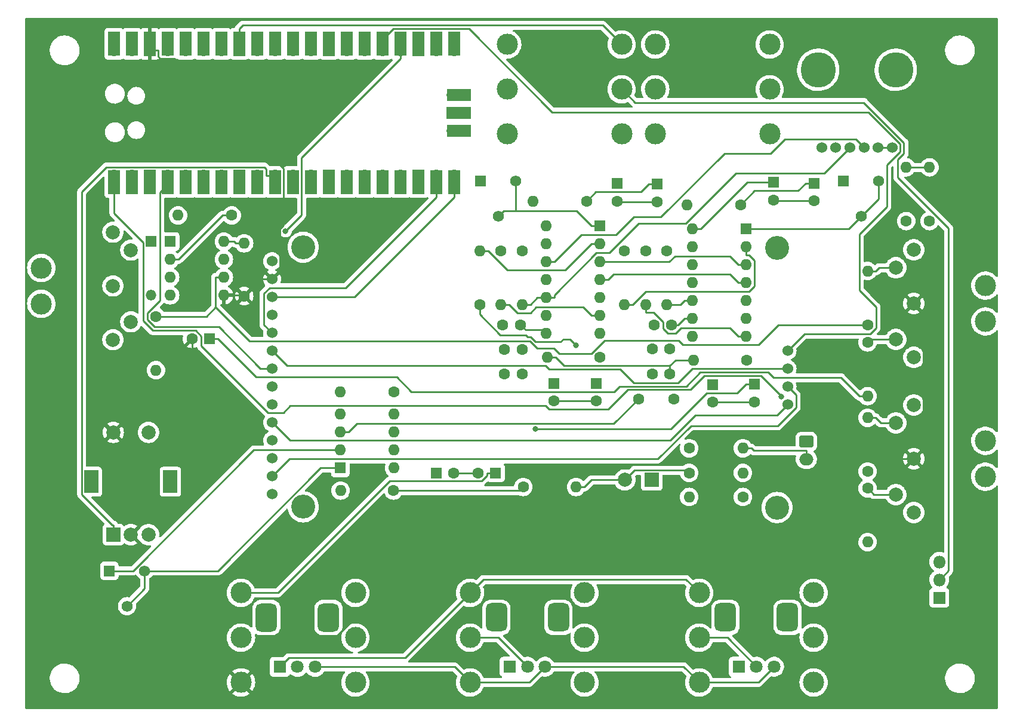
<source format=gtl>
G04 #@! TF.GenerationSoftware,KiCad,Pcbnew,6.0.11+dfsg-1~bpo11+1*
G04 #@! TF.CreationDate,2023-02-20T22:13:45+01:00*
G04 #@! TF.ProjectId,v1,76312e6b-6963-4616-945f-706362585858,rev?*
G04 #@! TF.SameCoordinates,Original*
G04 #@! TF.FileFunction,Copper,L1,Top*
G04 #@! TF.FilePolarity,Positive*
%FSLAX46Y46*%
G04 Gerber Fmt 4.6, Leading zero omitted, Abs format (unit mm)*
G04 Created by KiCad (PCBNEW 6.0.11+dfsg-1~bpo11+1) date 2023-02-20 22:13:45*
%MOMM*%
%LPD*%
G01*
G04 APERTURE LIST*
G04 Aperture macros list*
%AMRoundRect*
0 Rectangle with rounded corners*
0 $1 Rounding radius*
0 $2 $3 $4 $5 $6 $7 $8 $9 X,Y pos of 4 corners*
0 Add a 4 corners polygon primitive as box body*
4,1,4,$2,$3,$4,$5,$6,$7,$8,$9,$2,$3,0*
0 Add four circle primitives for the rounded corners*
1,1,$1+$1,$2,$3*
1,1,$1+$1,$4,$5*
1,1,$1+$1,$6,$7*
1,1,$1+$1,$8,$9*
0 Add four rect primitives between the rounded corners*
20,1,$1+$1,$2,$3,$4,$5,0*
20,1,$1+$1,$4,$5,$6,$7,0*
20,1,$1+$1,$6,$7,$8,$9,0*
20,1,$1+$1,$8,$9,$2,$3,0*%
G04 Aperture macros list end*
G04 #@! TA.AperFunction,ComponentPad*
%ADD10R,1.800000X1.800000*%
G04 #@! TD*
G04 #@! TA.AperFunction,ComponentPad*
%ADD11O,1.800000X1.800000*%
G04 #@! TD*
G04 #@! TA.AperFunction,ComponentPad*
%ADD12R,1.560000X1.560000*%
G04 #@! TD*
G04 #@! TA.AperFunction,ComponentPad*
%ADD13C,1.560000*%
G04 #@! TD*
G04 #@! TA.AperFunction,ComponentPad*
%ADD14C,5.000000*%
G04 #@! TD*
G04 #@! TA.AperFunction,ComponentPad*
%ADD15C,1.524000*%
G04 #@! TD*
G04 #@! TA.AperFunction,ComponentPad*
%ADD16C,1.800000*%
G04 #@! TD*
G04 #@! TA.AperFunction,ComponentPad*
%ADD17RoundRect,0.750000X0.750000X-1.250000X0.750000X1.250000X-0.750000X1.250000X-0.750000X-1.250000X0*%
G04 #@! TD*
G04 #@! TA.AperFunction,SMDPad,CuDef*
%ADD18R,1.700000X3.500000*%
G04 #@! TD*
G04 #@! TA.AperFunction,ComponentPad*
%ADD19O,1.700000X1.700000*%
G04 #@! TD*
G04 #@! TA.AperFunction,ComponentPad*
%ADD20R,1.700000X1.700000*%
G04 #@! TD*
G04 #@! TA.AperFunction,SMDPad,CuDef*
%ADD21R,3.500000X1.700000*%
G04 #@! TD*
G04 #@! TA.AperFunction,WasherPad*
%ADD22C,3.400000*%
G04 #@! TD*
G04 #@! TA.AperFunction,ComponentPad*
%ADD23C,2.000000*%
G04 #@! TD*
G04 #@! TA.AperFunction,ComponentPad*
%ADD24R,2.000000X3.200000*%
G04 #@! TD*
G04 #@! TA.AperFunction,ComponentPad*
%ADD25R,2.000000X2.000000*%
G04 #@! TD*
G04 #@! TA.AperFunction,ComponentPad*
%ADD26C,1.600000*%
G04 #@! TD*
G04 #@! TA.AperFunction,ComponentPad*
%ADD27O,1.600000X1.600000*%
G04 #@! TD*
G04 #@! TA.AperFunction,ComponentPad*
%ADD28R,1.600000X1.600000*%
G04 #@! TD*
G04 #@! TA.AperFunction,ComponentPad*
%ADD29C,3.000000*%
G04 #@! TD*
G04 #@! TA.AperFunction,ComponentPad*
%ADD30RoundRect,0.250000X-0.750000X0.600000X-0.750000X-0.600000X0.750000X-0.600000X0.750000X0.600000X0*%
G04 #@! TD*
G04 #@! TA.AperFunction,ComponentPad*
%ADD31O,2.000000X1.700000*%
G04 #@! TD*
G04 #@! TA.AperFunction,ComponentPad*
%ADD32R,1.500000X1.500000*%
G04 #@! TD*
G04 #@! TA.AperFunction,ComponentPad*
%ADD33O,1.500000X1.500000*%
G04 #@! TD*
G04 #@! TA.AperFunction,ViaPad*
%ADD34C,0.800000*%
G04 #@! TD*
G04 #@! TA.AperFunction,Conductor*
%ADD35C,0.250000*%
G04 #@! TD*
G04 APERTURE END LIST*
D10*
X225673000Y-123190000D03*
D11*
X225673000Y-120650000D03*
X225673000Y-118110000D03*
D12*
X212090000Y-64135000D03*
D13*
X214590000Y-69135000D03*
X217090000Y-64135000D03*
D12*
X160608000Y-64135000D03*
D13*
X163108000Y-69135000D03*
X165608000Y-64135000D03*
D12*
X107950000Y-119380000D03*
D13*
X110450000Y-124380000D03*
X112950000Y-119380000D03*
D14*
X208500000Y-48375000D03*
X219500000Y-48375000D03*
D15*
X217000000Y-59375000D03*
X215000000Y-59375000D03*
X213000000Y-59375000D03*
X219000000Y-59375000D03*
X209000000Y-59375000D03*
X211000000Y-59375000D03*
D10*
X164740000Y-132975000D03*
D16*
X167240000Y-132975000D03*
X169740000Y-132975000D03*
D17*
X171640000Y-125975000D03*
X162840000Y-125975000D03*
X195335000Y-125975000D03*
X204135000Y-125975000D03*
D16*
X202235000Y-132975000D03*
X199735000Y-132975000D03*
D10*
X197235000Y-132975000D03*
D18*
X108594000Y-64273000D03*
D19*
X108594000Y-63373000D03*
D18*
X111134000Y-64273000D03*
D19*
X111134000Y-63373000D03*
D20*
X113674000Y-63373000D03*
D18*
X113674000Y-64273000D03*
X116214000Y-64273000D03*
D19*
X116214000Y-63373000D03*
X118754000Y-63373000D03*
D18*
X118754000Y-64273000D03*
D19*
X121294000Y-63373000D03*
D18*
X121294000Y-64273000D03*
X123834000Y-64273000D03*
D19*
X123834000Y-63373000D03*
D18*
X126374000Y-64273000D03*
D20*
X126374000Y-63373000D03*
D19*
X128914000Y-63373000D03*
D18*
X128914000Y-64273000D03*
X131454000Y-64273000D03*
D19*
X131454000Y-63373000D03*
D18*
X133994000Y-64273000D03*
D19*
X133994000Y-63373000D03*
X136534000Y-63373000D03*
D18*
X136534000Y-64273000D03*
X139074000Y-64273000D03*
D20*
X139074000Y-63373000D03*
D18*
X141614000Y-64273000D03*
D19*
X141614000Y-63373000D03*
D18*
X144154000Y-64273000D03*
D19*
X144154000Y-63373000D03*
X146694000Y-63373000D03*
D18*
X146694000Y-64273000D03*
D19*
X149234000Y-63373000D03*
D18*
X149234000Y-64273000D03*
D20*
X151774000Y-63373000D03*
D18*
X151774000Y-64273000D03*
D19*
X154314000Y-63373000D03*
D18*
X154314000Y-64273000D03*
D19*
X156854000Y-63373000D03*
D18*
X156854000Y-64273000D03*
X156854000Y-44693000D03*
D19*
X156854000Y-45593000D03*
X154314000Y-45593000D03*
D18*
X154314000Y-44693000D03*
D20*
X151774000Y-45593000D03*
D18*
X151774000Y-44693000D03*
X149234000Y-44693000D03*
D19*
X149234000Y-45593000D03*
D18*
X146694000Y-44693000D03*
D19*
X146694000Y-45593000D03*
X144154000Y-45593000D03*
D18*
X144154000Y-44693000D03*
D19*
X141614000Y-45593000D03*
D18*
X141614000Y-44693000D03*
D20*
X139074000Y-45593000D03*
D18*
X139074000Y-44693000D03*
X136534000Y-44693000D03*
D19*
X136534000Y-45593000D03*
D18*
X133994000Y-44693000D03*
D19*
X133994000Y-45593000D03*
D18*
X131454000Y-44693000D03*
D19*
X131454000Y-45593000D03*
D18*
X128914000Y-44693000D03*
D19*
X128914000Y-45593000D03*
D20*
X126374000Y-45593000D03*
D18*
X126374000Y-44693000D03*
X123834000Y-44693000D03*
D19*
X123834000Y-45593000D03*
D18*
X121294000Y-44693000D03*
D19*
X121294000Y-45593000D03*
D18*
X118754000Y-44693000D03*
D19*
X118754000Y-45593000D03*
X116214000Y-45593000D03*
D18*
X116214000Y-44693000D03*
X113674000Y-44693000D03*
D20*
X113674000Y-45593000D03*
D19*
X111134000Y-45593000D03*
D18*
X111134000Y-44693000D03*
D19*
X108594000Y-45593000D03*
D18*
X108594000Y-44693000D03*
D21*
X157524000Y-57023000D03*
D19*
X156624000Y-57023000D03*
D20*
X156624000Y-54483000D03*
D21*
X157524000Y-54483000D03*
D19*
X156624000Y-51943000D03*
D21*
X157524000Y-51943000D03*
D15*
X204150000Y-95810000D03*
X204150000Y-93270000D03*
X204150000Y-90730000D03*
X204150000Y-88190000D03*
X131020000Y-108510000D03*
X131020000Y-105970000D03*
X131020000Y-103430000D03*
X131020000Y-100890000D03*
X131020000Y-98350000D03*
X131020000Y-95810000D03*
X131020000Y-93270000D03*
X131020000Y-90730000D03*
X131020000Y-88190000D03*
X131020000Y-85650000D03*
X131020000Y-83110000D03*
X131020000Y-80570000D03*
X131020000Y-78030000D03*
X131020000Y-75490000D03*
D22*
X135430000Y-110310000D03*
X202650000Y-73610000D03*
X135430000Y-73510000D03*
X202650000Y-110410000D03*
D17*
X130220000Y-126000000D03*
X139020000Y-126000000D03*
D16*
X137120000Y-133000000D03*
X134620000Y-133000000D03*
D10*
X132120000Y-133000000D03*
D23*
X108500000Y-99750000D03*
X113500000Y-99750000D03*
D24*
X105400000Y-106750000D03*
X116600000Y-106750000D03*
D23*
X111000000Y-114250000D03*
X113500000Y-114250000D03*
D25*
X108500000Y-114250000D03*
D26*
X177550000Y-89125000D03*
D27*
X170050000Y-89125000D03*
D28*
X177500000Y-70500000D03*
D27*
X177500000Y-73040000D03*
X177500000Y-75580000D03*
X177500000Y-78120000D03*
X177500000Y-80660000D03*
X177500000Y-83200000D03*
X177500000Y-85740000D03*
X169880000Y-85740000D03*
X169880000Y-83200000D03*
X169880000Y-80660000D03*
X169880000Y-78120000D03*
X169880000Y-75580000D03*
X169880000Y-73040000D03*
X169880000Y-70500000D03*
D26*
X127070000Y-80450000D03*
D27*
X127070000Y-72950000D03*
D26*
X166649800Y-107500000D03*
D27*
X174149800Y-107500000D03*
D28*
X162730400Y-105500000D03*
D26*
X160230400Y-105500000D03*
D28*
X179954000Y-64500000D03*
D26*
X179954000Y-67000000D03*
X164000000Y-88000000D03*
X166500000Y-88000000D03*
X166250000Y-84500000D03*
X163750000Y-84500000D03*
D28*
X199430000Y-92923800D03*
D26*
X199430000Y-95423800D03*
D29*
X164385000Y-57475000D03*
X180615000Y-57475000D03*
X164385000Y-44775000D03*
X180615000Y-44775000D03*
X164385000Y-51125000D03*
X180615000Y-51125000D03*
D26*
X166500000Y-91500000D03*
X164000000Y-91500000D03*
D29*
X142850000Y-122500000D03*
X126620000Y-122500000D03*
X142850000Y-135200000D03*
X126620000Y-135200000D03*
X142850000Y-128850000D03*
X126620000Y-128850000D03*
D26*
X190190000Y-105500000D03*
D27*
X197810000Y-105500000D03*
D30*
X206810000Y-101070000D03*
D31*
X206810000Y-103570000D03*
D26*
X184000000Y-74000000D03*
D27*
X184000000Y-81620000D03*
D26*
X125310000Y-69000000D03*
D27*
X117690000Y-69000000D03*
D26*
X215500000Y-84500000D03*
D27*
X215500000Y-76880000D03*
D28*
X202184000Y-64329700D03*
D26*
X202184000Y-66829700D03*
X215500000Y-107690000D03*
D27*
X215500000Y-115310000D03*
D26*
X160500000Y-81620000D03*
D27*
X160500000Y-74000000D03*
D29*
X201615000Y-51125000D03*
X185385000Y-51125000D03*
X201615000Y-44775000D03*
X185385000Y-44775000D03*
X201615000Y-57475000D03*
X185385000Y-57475000D03*
D28*
X140700000Y-104800000D03*
D27*
X140700000Y-102260000D03*
X140700000Y-99720000D03*
X140700000Y-97180000D03*
X148320000Y-97180000D03*
X148320000Y-99720000D03*
X148320000Y-102260000D03*
X148320000Y-104800000D03*
D32*
X113870000Y-72685000D03*
D33*
X113870000Y-80305000D03*
D26*
X197810000Y-108910000D03*
D27*
X190190000Y-108910000D03*
D26*
X163500000Y-74000000D03*
D27*
X163500000Y-81620000D03*
D26*
X187450000Y-91500000D03*
X184950000Y-91500000D03*
D25*
X184870700Y-106500000D03*
D23*
X181070700Y-106500000D03*
D26*
X148250000Y-108000000D03*
D27*
X140750000Y-108000000D03*
D28*
X122161400Y-86500000D03*
D26*
X119661400Y-86500000D03*
D28*
X177000000Y-92794900D03*
D26*
X177000000Y-95294900D03*
D28*
X198300000Y-70875000D03*
D27*
X198300000Y-73415000D03*
X198300000Y-75955000D03*
X198300000Y-78495000D03*
X198300000Y-81035000D03*
X198300000Y-83575000D03*
X198300000Y-86115000D03*
X190680000Y-86115000D03*
X190680000Y-83575000D03*
X190680000Y-81035000D03*
X190680000Y-78495000D03*
X190680000Y-75955000D03*
X190680000Y-73415000D03*
X190680000Y-70875000D03*
D28*
X207889000Y-64444000D03*
D26*
X207889000Y-66944000D03*
X215500000Y-105310000D03*
D27*
X215500000Y-97690000D03*
D28*
X193500000Y-92974400D03*
D26*
X193500000Y-95474400D03*
X197485000Y-67500000D03*
D27*
X189865000Y-67500000D03*
D26*
X187450000Y-87920000D03*
X184950000Y-87920000D03*
X166500000Y-74000000D03*
D27*
X166500000Y-81620000D03*
D26*
X215500000Y-87000000D03*
D27*
X215500000Y-94620000D03*
D26*
X148310000Y-94000000D03*
D27*
X140690000Y-94000000D03*
D28*
X171000000Y-92810700D03*
D26*
X171000000Y-95310700D03*
X114554000Y-83312000D03*
D27*
X114554000Y-90932000D03*
D26*
X188000000Y-95000000D03*
X183000000Y-95000000D03*
X187000000Y-74000000D03*
D27*
X187000000Y-81620000D03*
D29*
X98285000Y-81540000D03*
X98285000Y-76460000D03*
D23*
X110985000Y-84080000D03*
X110985000Y-73920000D03*
X108445000Y-86620000D03*
X108445000Y-79000000D03*
X108445000Y-71380000D03*
D26*
X224290000Y-69810000D03*
D27*
X224290000Y-62190000D03*
D26*
X220980000Y-69810000D03*
D27*
X220980000Y-62190000D03*
D28*
X154294900Y-105500000D03*
D26*
X156794900Y-105500000D03*
D28*
X185674000Y-64575300D03*
D26*
X185674000Y-67075300D03*
D28*
X116570000Y-72700000D03*
D27*
X116570000Y-75240000D03*
X116570000Y-77780000D03*
X116570000Y-80320000D03*
X124190000Y-80320000D03*
X124190000Y-77780000D03*
X124190000Y-75240000D03*
X124190000Y-72700000D03*
D26*
X185200000Y-84500000D03*
X187700000Y-84500000D03*
D29*
X232215000Y-84040000D03*
X232215000Y-78960000D03*
D23*
X219515000Y-76420000D03*
X219515000Y-86580000D03*
X222055000Y-73880000D03*
X222055000Y-81500000D03*
X222055000Y-89120000D03*
D29*
X191620000Y-128850000D03*
X207850000Y-128850000D03*
X191620000Y-135200000D03*
X207850000Y-135200000D03*
X191620000Y-122500000D03*
X207850000Y-122500000D03*
D26*
X190190000Y-102000000D03*
D27*
X197810000Y-102000000D03*
D29*
X159120000Y-128850000D03*
X175350000Y-128850000D03*
X159120000Y-135200000D03*
X175350000Y-135200000D03*
X159120000Y-122500000D03*
X175350000Y-122500000D03*
D26*
X181000000Y-74000000D03*
D27*
X181000000Y-81620000D03*
D29*
X232215000Y-100960000D03*
X232215000Y-106040000D03*
D23*
X219515000Y-98420000D03*
X219515000Y-108580000D03*
X222055000Y-95880000D03*
X222055000Y-103500000D03*
X222055000Y-111120000D03*
D26*
X198350000Y-89500000D03*
D27*
X190850000Y-89500000D03*
X168021000Y-67000000D03*
D26*
X175641000Y-67000000D03*
D34*
X132938700Y-71204200D03*
X203288300Y-94672700D03*
X174159600Y-87409600D03*
X168344700Y-99294800D03*
D35*
X166250000Y-84500000D02*
X166992400Y-85242400D01*
X166992400Y-85242400D02*
X169382400Y-85242400D01*
X169382400Y-85242400D02*
X169880000Y-85740000D01*
X174159600Y-87409600D02*
X173287800Y-86537800D01*
X171962301Y-86915000D02*
X168382106Y-86915000D01*
X163423600Y-85953600D02*
X160500000Y-83030000D01*
X160500000Y-83030000D02*
X160500000Y-81620000D01*
X173287800Y-86537800D02*
X172339501Y-86537800D01*
X172339501Y-86537800D02*
X171962301Y-86915000D01*
X168382106Y-86915000D02*
X167707106Y-86240000D01*
X167707106Y-86240000D02*
X167282893Y-86240000D01*
X166996493Y-85953600D02*
X163423600Y-85953600D01*
X167282893Y-86240000D02*
X166996493Y-85953600D01*
X123014700Y-82021800D02*
X127817400Y-86824500D01*
X189296100Y-87312700D02*
X200037000Y-87312700D01*
X127817400Y-86824500D02*
X167584500Y-86824500D01*
X176331901Y-88569800D02*
X178186601Y-86715100D01*
X167584500Y-86824500D02*
X168593200Y-87833200D01*
X200037000Y-87312700D02*
X202849700Y-84500000D01*
X168593200Y-87833200D02*
X171043600Y-87833200D01*
X171043600Y-87833200D02*
X171780200Y-88569800D01*
X171780200Y-88569800D02*
X176331901Y-88569800D01*
X178186601Y-86715100D02*
X188698500Y-86715100D01*
X188698500Y-86715100D02*
X189296100Y-87312700D01*
X202849700Y-84500000D02*
X215500000Y-84500000D01*
X226993900Y-119329100D02*
X225673000Y-120650000D01*
X226993900Y-70841000D02*
X226993900Y-119329100D01*
X219804600Y-63651700D02*
X226993900Y-70841000D01*
X219804600Y-61116900D02*
X219804600Y-63651700D01*
X220657900Y-60263600D02*
X219804600Y-61116900D01*
X220657900Y-58684200D02*
X220657900Y-60263600D01*
X214974100Y-53000400D02*
X220657900Y-58684200D01*
X182490400Y-53000400D02*
X214974100Y-53000400D01*
X180615000Y-51125000D02*
X182490400Y-53000400D01*
X206529400Y-85810600D02*
X204150000Y-88190000D01*
X215857000Y-85810600D02*
X206529400Y-85810600D01*
X216693800Y-84973800D02*
X215857000Y-85810600D01*
X216693800Y-82000400D02*
X216693800Y-84973800D01*
X214324600Y-79631200D02*
X216693800Y-82000400D01*
X214324600Y-71655100D02*
X214324600Y-79631200D01*
X218245400Y-67734300D02*
X214324600Y-71655100D01*
X218245400Y-61882800D02*
X218245400Y-67734300D01*
X220138000Y-59990200D02*
X218245400Y-61882800D01*
X220138000Y-58893000D02*
X220138000Y-59990200D01*
X215604500Y-54359500D02*
X220138000Y-58893000D01*
X170730700Y-54359500D02*
X215604500Y-54359500D01*
X158938900Y-42567700D02*
X170730700Y-54359500D01*
X148228600Y-42567700D02*
X158938900Y-42567700D01*
X146694000Y-44102300D02*
X148228600Y-42567700D01*
X146694000Y-45593000D02*
X146694000Y-44102300D01*
X135219400Y-60832900D02*
X149234000Y-46818300D01*
X135219400Y-68923500D02*
X135219400Y-60832900D01*
X132938700Y-71204200D02*
X135219400Y-68923500D01*
X149234000Y-45593000D02*
X149234000Y-46818300D01*
X142682300Y-80570000D02*
X156854000Y-66398300D01*
X131020000Y-80570000D02*
X142682300Y-80570000D01*
X156854000Y-63373000D02*
X156854000Y-66398300D01*
X141442100Y-79270200D02*
X154314000Y-66398300D01*
X130687900Y-79270200D02*
X141442100Y-79270200D01*
X129874200Y-80083900D02*
X130687900Y-79270200D01*
X129874200Y-84504200D02*
X129874200Y-80083900D01*
X131020000Y-85650000D02*
X129874200Y-84504200D01*
X154314000Y-63373000D02*
X154314000Y-66398300D01*
X205339300Y-94459300D02*
X204150000Y-93270000D01*
X205339300Y-96260300D02*
X205339300Y-94459300D01*
X202776400Y-98823200D02*
X205339300Y-96260300D01*
X190433300Y-98823200D02*
X202776400Y-98823200D01*
X185726500Y-103530000D02*
X190433300Y-98823200D01*
X133460000Y-103530000D02*
X185726500Y-103530000D01*
X131020000Y-105970000D02*
X133460000Y-103530000D01*
X190616200Y-90730000D02*
X204150000Y-90730000D01*
X188625400Y-92720800D02*
X190616200Y-90730000D01*
X182314900Y-92720800D02*
X188625400Y-92720800D01*
X180419300Y-90825200D02*
X182314900Y-92720800D01*
X170359500Y-90825200D02*
X180419300Y-90825200D01*
X169834700Y-90300400D02*
X170359500Y-90825200D01*
X133130400Y-90300400D02*
X169834700Y-90300400D01*
X131020000Y-88190000D02*
X133130400Y-90300400D01*
X202657500Y-97302500D02*
X204150000Y-95810000D01*
X191092400Y-97302500D02*
X202657500Y-97302500D01*
X187495200Y-100899700D02*
X191092400Y-97302500D01*
X133569700Y-100899700D02*
X187495200Y-100899700D01*
X131020000Y-98350000D02*
X133569700Y-100899700D01*
X115079800Y-65732500D02*
X116214000Y-64598300D01*
X115079800Y-81105100D02*
X115079800Y-65732500D01*
X113341400Y-82843500D02*
X115079800Y-81105100D01*
X113341400Y-83792900D02*
X113341400Y-82843500D01*
X114372800Y-84824300D02*
X113341400Y-83792900D01*
X123475100Y-84824300D02*
X114372800Y-84824300D01*
X129380800Y-90730000D02*
X123475100Y-84824300D01*
X131020000Y-90730000D02*
X129380800Y-90730000D01*
X116214000Y-63373000D02*
X116214000Y-64598300D01*
X130228700Y-62454000D02*
X130228700Y-63373000D01*
X129922400Y-62147700D02*
X130228700Y-62454000D01*
X107542600Y-62147700D02*
X129922400Y-62147700D01*
X104017700Y-65672600D02*
X107542600Y-62147700D01*
X104017700Y-108564300D02*
X104017700Y-65672600D01*
X108328100Y-112874700D02*
X104017700Y-108564300D01*
X108500000Y-112874700D02*
X108328100Y-112874700D01*
X108500000Y-114250000D02*
X108500000Y-112874700D01*
X131454000Y-63373000D02*
X130228700Y-63373000D01*
X217090000Y-66635000D02*
X214590000Y-69135000D01*
X217090000Y-64135000D02*
X217090000Y-66635000D01*
X212850000Y-70875000D02*
X214590000Y-69135000D01*
X198300000Y-70875000D02*
X212850000Y-70875000D01*
X177500000Y-70500000D02*
X176324700Y-70500000D01*
X165608000Y-64135000D02*
X165608000Y-68380800D01*
X163862200Y-68380800D02*
X165608000Y-68380800D01*
X163108000Y-69135000D02*
X163862200Y-68380800D01*
X174205500Y-68380800D02*
X176324700Y-70500000D01*
X165608000Y-68380800D02*
X174205500Y-68380800D01*
X124190000Y-77780000D02*
X123014700Y-77780000D01*
X123014700Y-77780000D02*
X123014700Y-82021800D01*
X121724500Y-83312000D02*
X123014700Y-82021800D01*
X114554000Y-83312000D02*
X121724500Y-83312000D01*
X203288200Y-94672700D02*
X203288300Y-94672700D01*
X203288200Y-94644100D02*
X203288200Y-94672700D01*
X200392500Y-91748400D02*
X203288200Y-94644100D01*
X192324600Y-91748400D02*
X200392500Y-91748400D01*
X190351400Y-93721600D02*
X192324600Y-91748400D01*
X181505100Y-93721600D02*
X190351400Y-93721600D01*
X178718600Y-96508100D02*
X181505100Y-93721600D01*
X170328100Y-96508100D02*
X178718600Y-96508100D01*
X169814300Y-95994300D02*
X170328100Y-96508100D01*
X133619800Y-95994300D02*
X169814300Y-95994300D01*
X132665600Y-96948500D02*
X133619800Y-95994300D01*
X130430300Y-96948500D02*
X132665600Y-96948500D01*
X120986000Y-87504200D02*
X130430300Y-96948500D01*
X120986000Y-86141900D02*
X120986000Y-87504200D01*
X120168800Y-85324700D02*
X120986000Y-86141900D01*
X114091600Y-85324700D02*
X120168800Y-85324700D01*
X112744600Y-83977700D02*
X114091600Y-85324700D01*
X112744600Y-72840600D02*
X112744600Y-83977700D01*
X108594000Y-68690000D02*
X112744600Y-72840600D01*
X108594000Y-63373000D02*
X108594000Y-68690000D01*
X174881700Y-71753600D02*
X171055300Y-75580000D01*
X179842200Y-71753600D02*
X174881700Y-71753600D01*
X182345700Y-69250100D02*
X179842200Y-71753600D01*
X186186600Y-69250100D02*
X182345700Y-69250100D01*
X195174600Y-60262100D02*
X186186600Y-69250100D01*
X201749900Y-60262100D02*
X195174600Y-60262100D01*
X203802900Y-58209100D02*
X201749900Y-60262100D01*
X213834100Y-58209100D02*
X203802900Y-58209100D01*
X215000000Y-59375000D02*
X213834100Y-58209100D01*
X169880000Y-75580000D02*
X171055300Y-75580000D01*
X175140100Y-82015400D02*
X176324700Y-83200000D01*
X168479300Y-82015400D02*
X175140100Y-82015400D01*
X167684900Y-82809800D02*
X168479300Y-82015400D01*
X165865100Y-82809800D02*
X167684900Y-82809800D01*
X164675300Y-81620000D02*
X165865100Y-82809800D01*
X163500000Y-81620000D02*
X164675300Y-81620000D01*
X177500000Y-83200000D02*
X176324700Y-83200000D01*
X185175300Y-82795300D02*
X184000000Y-82795300D01*
X186524600Y-84144600D02*
X185175300Y-82795300D01*
X186524600Y-85009900D02*
X186524600Y-84144600D01*
X187203000Y-85688300D02*
X186524600Y-85009900D01*
X188278900Y-85688300D02*
X187203000Y-85688300D01*
X189030200Y-84937000D02*
X188278900Y-85688300D01*
X195946700Y-84937000D02*
X189030200Y-84937000D01*
X197124700Y-86115000D02*
X195946700Y-84937000D01*
X198300000Y-86115000D02*
X197124700Y-86115000D01*
X184000000Y-81620000D02*
X184000000Y-82795300D01*
X172603800Y-76760900D02*
X176324700Y-73040000D01*
X164436200Y-76760900D02*
X172603800Y-76760900D01*
X161675300Y-74000000D02*
X164436200Y-76760900D01*
X160500000Y-74000000D02*
X161675300Y-74000000D01*
X177500000Y-73040000D02*
X176324700Y-73040000D01*
X198665300Y-74590300D02*
X198300000Y-74590300D01*
X199486600Y-75411600D02*
X198665300Y-74590300D01*
X199486600Y-78993900D02*
X199486600Y-75411600D01*
X198715500Y-79765000D02*
X199486600Y-78993900D01*
X184030300Y-79765000D02*
X198715500Y-79765000D01*
X182175300Y-81620000D02*
X184030300Y-79765000D01*
X181000000Y-81620000D02*
X182175300Y-81620000D01*
X198300000Y-73415000D02*
X198300000Y-74590300D01*
X199330000Y-102344700D02*
X206810000Y-102344700D01*
X198985300Y-102000000D02*
X199330000Y-102344700D01*
X206810000Y-103570000D02*
X206810000Y-102344700D01*
X197810000Y-102000000D02*
X198985300Y-102000000D01*
X163115000Y-128850000D02*
X167240000Y-132975000D01*
X159120000Y-128850000D02*
X163115000Y-128850000D01*
X189734500Y-120614500D02*
X191620000Y-122500000D01*
X161005500Y-120614500D02*
X189734500Y-120614500D01*
X159120000Y-122500000D02*
X161005500Y-120614500D01*
X149918900Y-131701100D02*
X159120000Y-122500000D01*
X133418900Y-131701100D02*
X149918900Y-131701100D01*
X132120000Y-133000000D02*
X133418900Y-131701100D01*
X195610000Y-128850000D02*
X199735000Y-132975000D01*
X191620000Y-128850000D02*
X195610000Y-128850000D01*
X217135300Y-76420000D02*
X216675300Y-76880000D01*
X219515000Y-76420000D02*
X217135300Y-76420000D01*
X215500000Y-76880000D02*
X216675300Y-76880000D01*
X215920000Y-86580000D02*
X215500000Y-87000000D01*
X219515000Y-86580000D02*
X215920000Y-86580000D01*
X217405300Y-98420000D02*
X216675300Y-97690000D01*
X219515000Y-98420000D02*
X217405300Y-98420000D01*
X215500000Y-97690000D02*
X216675300Y-97690000D01*
X216390000Y-108580000D02*
X215500000Y-107690000D01*
X219515000Y-108580000D02*
X216390000Y-108580000D01*
X123985300Y-69000000D02*
X125310000Y-69000000D01*
X117745300Y-75240000D02*
X123985300Y-69000000D01*
X116570000Y-75240000D02*
X117745300Y-75240000D01*
X119661400Y-88588600D02*
X119661400Y-86500000D01*
X108500000Y-99750000D02*
X119661400Y-88588600D01*
X131094600Y-130725400D02*
X126620000Y-135200000D01*
X138102900Y-130725400D02*
X131094600Y-130725400D01*
X155028700Y-113799600D02*
X138102900Y-130725400D01*
X204226600Y-113799600D02*
X155028700Y-113799600D01*
X214526200Y-103500000D02*
X204226600Y-113799600D01*
X222055000Y-103500000D02*
X214526200Y-103500000D01*
X113674000Y-45593000D02*
X114899300Y-45593000D01*
X129490000Y-78030000D02*
X131020000Y-78030000D01*
X127070000Y-80450000D02*
X129490000Y-78030000D01*
X132163400Y-76886600D02*
X131020000Y-78030000D01*
X132163400Y-70883100D02*
X132163400Y-76886600D01*
X132679400Y-70367100D02*
X132163400Y-70883100D01*
X132679400Y-62348300D02*
X132679400Y-70367100D01*
X117149400Y-46818300D02*
X132679400Y-62348300D01*
X115205600Y-46818300D02*
X117149400Y-46818300D01*
X114899300Y-46512000D02*
X115205600Y-46818300D01*
X114899300Y-45593000D02*
X114899300Y-46512000D01*
X126940000Y-80320000D02*
X127070000Y-80450000D01*
X124190000Y-80320000D02*
X126940000Y-80320000D01*
X223451000Y-102104000D02*
X222055000Y-103500000D01*
X223451000Y-82896000D02*
X223451000Y-102104000D01*
X222055000Y-81500000D02*
X223451000Y-82896000D01*
X125644700Y-72700000D02*
X125894700Y-72950000D01*
X124190000Y-72700000D02*
X125644700Y-72700000D01*
X127070000Y-72950000D02*
X125894700Y-72950000D01*
X122161400Y-86500000D02*
X123336700Y-86500000D01*
X215500000Y-94620000D02*
X214324700Y-94620000D01*
X211704700Y-92000000D02*
X214324700Y-94620000D01*
X202153700Y-92000000D02*
X211704700Y-92000000D01*
X201390400Y-91236700D02*
X202153700Y-92000000D01*
X191760600Y-91236700D02*
X201390400Y-91236700D01*
X189776100Y-93221200D02*
X191760600Y-91236700D01*
X180323600Y-93221200D02*
X189776100Y-93221200D01*
X179551400Y-93993400D02*
X180323600Y-93221200D01*
X150803400Y-93993400D02*
X179551400Y-93993400D01*
X148722300Y-91912300D02*
X150803400Y-93993400D01*
X128749000Y-91912300D02*
X148722300Y-91912300D01*
X123336700Y-86500000D02*
X128749000Y-91912300D01*
X183398600Y-65675400D02*
X184498700Y-64575300D01*
X176965600Y-65675400D02*
X183398600Y-65675400D01*
X175641000Y-67000000D02*
X176965600Y-65675400D01*
X185674000Y-64575300D02*
X184498700Y-64575300D01*
X156794900Y-105500000D02*
X160230400Y-105500000D01*
X161555100Y-105867400D02*
X161555100Y-105500000D01*
X160747200Y-106675300D02*
X161555100Y-105867400D01*
X147683000Y-106675300D02*
X160747200Y-106675300D01*
X131858300Y-122500000D02*
X147683000Y-106675300D01*
X126620000Y-122500000D02*
X131858300Y-122500000D01*
X162730400Y-105500000D02*
X161555100Y-105500000D01*
X180029300Y-67075300D02*
X179954000Y-67000000D01*
X185674000Y-67075300D02*
X180029300Y-67075300D01*
X205652600Y-65505100D02*
X206713700Y-64444000D01*
X199479900Y-65505100D02*
X205652600Y-65505100D01*
X197485000Y-67500000D02*
X199479900Y-65505100D01*
X207889000Y-64444000D02*
X206713700Y-64444000D01*
X202298300Y-66944000D02*
X202184000Y-66829700D01*
X207889000Y-66944000D02*
X202298300Y-66944000D01*
X190680000Y-70875000D02*
X191855300Y-70875000D01*
X198400600Y-64329700D02*
X202184000Y-64329700D01*
X191855300Y-70875000D02*
X198400600Y-64329700D01*
X188579700Y-84500000D02*
X189504700Y-83575000D01*
X187700000Y-84500000D02*
X188579700Y-84500000D01*
X190680000Y-83575000D02*
X189504700Y-83575000D01*
X169880000Y-80660000D02*
X171055300Y-80660000D01*
X209353900Y-63021100D02*
X213000000Y-59375000D01*
X209353900Y-63021200D02*
X209353900Y-63021100D01*
X196828200Y-63021200D02*
X209353900Y-63021200D01*
X189670900Y-70178500D02*
X196828200Y-63021200D01*
X183016000Y-70178500D02*
X189670900Y-70178500D01*
X178884500Y-74310000D02*
X183016000Y-70178500D01*
X177040000Y-74310000D02*
X178884500Y-74310000D01*
X171055300Y-80294700D02*
X177040000Y-74310000D01*
X171055300Y-80660000D02*
X171055300Y-80294700D01*
X168635300Y-80660000D02*
X169880000Y-80660000D01*
X167675300Y-81620000D02*
X168635300Y-80660000D01*
X166500000Y-81620000D02*
X167675300Y-81620000D01*
X188919700Y-81620000D02*
X189504700Y-81035000D01*
X187000000Y-81620000D02*
X188919700Y-81620000D01*
X190680000Y-81035000D02*
X189504700Y-81035000D01*
X140700000Y-99720000D02*
X141875300Y-99720000D01*
X179480500Y-98519500D02*
X183000000Y-95000000D01*
X143075800Y-98519500D02*
X179480500Y-98519500D01*
X141875300Y-99720000D02*
X143075800Y-98519500D01*
X195945600Y-74775900D02*
X197124700Y-75955000D01*
X188179100Y-74775900D02*
X195945600Y-74775900D01*
X187375000Y-75580000D02*
X188179100Y-74775900D01*
X177500000Y-75580000D02*
X187375000Y-75580000D01*
X198300000Y-75955000D02*
X197124700Y-75955000D01*
X176984200Y-95310700D02*
X177000000Y-95294900D01*
X171000000Y-95310700D02*
X176984200Y-95310700D01*
X199379400Y-95474400D02*
X199430000Y-95423800D01*
X193500000Y-95474400D02*
X199379400Y-95474400D01*
X199430000Y-92923800D02*
X198254700Y-92923800D01*
X187568200Y-99294800D02*
X168344700Y-99294800D01*
X192713200Y-94149800D02*
X187568200Y-99294800D01*
X197028700Y-94149800D02*
X192713200Y-94149800D01*
X198254700Y-92923800D02*
X197028700Y-94149800D01*
X167515000Y-135200000D02*
X169740000Y-132975000D01*
X159120000Y-135200000D02*
X167515000Y-135200000D01*
X220980000Y-62190000D02*
X224290000Y-62190000D01*
X176325100Y-106500000D02*
X175325100Y-107500000D01*
X181070700Y-106500000D02*
X176325100Y-106500000D01*
X174149800Y-107500000D02*
X175325100Y-107500000D01*
X156920000Y-133000000D02*
X159120000Y-135200000D01*
X137120000Y-133000000D02*
X156920000Y-133000000D01*
X126374000Y-45593000D02*
X126374000Y-42567700D01*
X219000000Y-59375000D02*
X217000000Y-59375000D01*
X182446100Y-105124600D02*
X181070700Y-106500000D01*
X189814600Y-105124600D02*
X182446100Y-105124600D01*
X190190000Y-105500000D02*
X189814600Y-105124600D01*
X126874300Y-42067400D02*
X126374000Y-42567700D01*
X177907400Y-42067400D02*
X126874300Y-42067400D01*
X180615000Y-44775000D02*
X177907400Y-42067400D01*
X200010000Y-135200000D02*
X191620000Y-135200000D01*
X202235000Y-132975000D02*
X200010000Y-135200000D01*
X189395000Y-132975000D02*
X169740000Y-132975000D01*
X191620000Y-135200000D02*
X189395000Y-132975000D01*
X172425000Y-90324700D02*
X171225300Y-89125000D01*
X187450000Y-90324700D02*
X172425000Y-90324700D01*
X188274700Y-89500000D02*
X187450000Y-90324700D01*
X190850000Y-89500000D02*
X188274700Y-89500000D01*
X187450000Y-90324700D02*
X187450000Y-91500000D01*
X170050000Y-89125000D02*
X171225300Y-89125000D01*
X166149800Y-108000000D02*
X166649800Y-107500000D01*
X148250000Y-108000000D02*
X166149800Y-108000000D01*
X179482200Y-77313100D02*
X178675300Y-78120000D01*
X195942800Y-77313100D02*
X179482200Y-77313100D01*
X197124700Y-78495000D02*
X195942800Y-77313100D01*
X198300000Y-78495000D02*
X197124700Y-78495000D01*
X177500000Y-78120000D02*
X178675300Y-78120000D01*
X123347700Y-119380000D02*
X112950000Y-119380000D01*
X137927700Y-104800000D02*
X123347700Y-119380000D01*
X140700000Y-104800000D02*
X137927700Y-104800000D01*
X112950000Y-121880000D02*
X110450000Y-124380000D01*
X112950000Y-119380000D02*
X112950000Y-121880000D01*
X111316100Y-119380000D02*
X107950000Y-119380000D01*
X128436100Y-102260000D02*
X111316100Y-119380000D01*
X140700000Y-102260000D02*
X128436100Y-102260000D01*
G04 #@! TA.AperFunction,Conductor*
G36*
X233933621Y-41028502D02*
G01*
X233980114Y-41082158D01*
X233991500Y-41134500D01*
X233991500Y-77600458D01*
X233971498Y-77668579D01*
X233917842Y-77715072D01*
X233847568Y-77725176D01*
X233782988Y-77695682D01*
X233773200Y-77686229D01*
X233596046Y-77495588D01*
X233596043Y-77495585D01*
X233593125Y-77492445D01*
X233589810Y-77489731D01*
X233589806Y-77489728D01*
X233430860Y-77359632D01*
X233381205Y-77318990D01*
X233162360Y-77184882D01*
X233151366Y-77178145D01*
X233151365Y-77178145D01*
X233147704Y-77175901D01*
X233141877Y-77173343D01*
X232900873Y-77067549D01*
X232900869Y-77067548D01*
X232896945Y-77065825D01*
X232633566Y-76990800D01*
X232629324Y-76990196D01*
X232629318Y-76990195D01*
X232411585Y-76959207D01*
X232362443Y-76952213D01*
X232218589Y-76951460D01*
X232092877Y-76950802D01*
X232092871Y-76950802D01*
X232088591Y-76950780D01*
X232084347Y-76951339D01*
X232084343Y-76951339D01*
X231986693Y-76964195D01*
X231817078Y-76986525D01*
X231812938Y-76987658D01*
X231812936Y-76987658D01*
X231740008Y-77007609D01*
X231552928Y-77058788D01*
X231548980Y-77060472D01*
X231304982Y-77164546D01*
X231304978Y-77164548D01*
X231301030Y-77166232D01*
X231201166Y-77225999D01*
X231069725Y-77304664D01*
X231069721Y-77304667D01*
X231066043Y-77306868D01*
X230852318Y-77478094D01*
X230770366Y-77564453D01*
X230669488Y-77670757D01*
X230663808Y-77676742D01*
X230504002Y-77899136D01*
X230375857Y-78141161D01*
X230374385Y-78145184D01*
X230374383Y-78145188D01*
X230302137Y-78342607D01*
X230281743Y-78398337D01*
X230223404Y-78665907D01*
X230201917Y-78938918D01*
X230217682Y-79212320D01*
X230218507Y-79216525D01*
X230218508Y-79216533D01*
X230241475Y-79333593D01*
X230270405Y-79481053D01*
X230271792Y-79485103D01*
X230271793Y-79485108D01*
X230357571Y-79735644D01*
X230359112Y-79740144D01*
X230387894Y-79797370D01*
X230479441Y-79979392D01*
X230482160Y-79984799D01*
X230484586Y-79988328D01*
X230484589Y-79988334D01*
X230626839Y-80195307D01*
X230637274Y-80210490D01*
X230640161Y-80213663D01*
X230640162Y-80213664D01*
X230731938Y-80314525D01*
X230821582Y-80413043D01*
X230824877Y-80415798D01*
X230824878Y-80415799D01*
X230828111Y-80418502D01*
X231031675Y-80588707D01*
X231035316Y-80590991D01*
X231260024Y-80731951D01*
X231260028Y-80731953D01*
X231263664Y-80734234D01*
X231388461Y-80790582D01*
X231509345Y-80845164D01*
X231509349Y-80845166D01*
X231513257Y-80846930D01*
X231517377Y-80848150D01*
X231517376Y-80848150D01*
X231771723Y-80923491D01*
X231771727Y-80923492D01*
X231775836Y-80924709D01*
X231780070Y-80925357D01*
X231780075Y-80925358D01*
X232042298Y-80965483D01*
X232042300Y-80965483D01*
X232046540Y-80966132D01*
X232185912Y-80968322D01*
X232316071Y-80970367D01*
X232316077Y-80970367D01*
X232320362Y-80970434D01*
X232592235Y-80937534D01*
X232857127Y-80868041D01*
X232861087Y-80866401D01*
X232861092Y-80866399D01*
X233004703Y-80806913D01*
X233110136Y-80763241D01*
X233296181Y-80654525D01*
X233342879Y-80627237D01*
X233342880Y-80627236D01*
X233346582Y-80625073D01*
X233562089Y-80456094D01*
X233565122Y-80452965D01*
X233742508Y-80269916D01*
X233752669Y-80259431D01*
X233763954Y-80244069D01*
X233820403Y-80201011D01*
X233891170Y-80195307D01*
X233953787Y-80228767D01*
X233988374Y-80290770D01*
X233991500Y-80318664D01*
X233991500Y-82680458D01*
X233971498Y-82748579D01*
X233917842Y-82795072D01*
X233847568Y-82805176D01*
X233782988Y-82775682D01*
X233773200Y-82766229D01*
X233596046Y-82575588D01*
X233596043Y-82575585D01*
X233593125Y-82572445D01*
X233589810Y-82569731D01*
X233589806Y-82569728D01*
X233412747Y-82424807D01*
X233381205Y-82398990D01*
X233147704Y-82255901D01*
X233142376Y-82253562D01*
X232900873Y-82147549D01*
X232900869Y-82147548D01*
X232896945Y-82145825D01*
X232633566Y-82070800D01*
X232629324Y-82070196D01*
X232629318Y-82070195D01*
X232425574Y-82041198D01*
X232362443Y-82032213D01*
X232218589Y-82031460D01*
X232092877Y-82030802D01*
X232092871Y-82030802D01*
X232088591Y-82030780D01*
X232084347Y-82031339D01*
X232084343Y-82031339D01*
X231998641Y-82042622D01*
X231817078Y-82066525D01*
X231812938Y-82067658D01*
X231812936Y-82067658D01*
X231788931Y-82074225D01*
X231552928Y-82138788D01*
X231548980Y-82140472D01*
X231304982Y-82244546D01*
X231304978Y-82244548D01*
X231301030Y-82246232D01*
X231202835Y-82305000D01*
X231069725Y-82384664D01*
X231069721Y-82384667D01*
X231066043Y-82386868D01*
X230852318Y-82558094D01*
X230766146Y-82648900D01*
X230669488Y-82750757D01*
X230663808Y-82756742D01*
X230504002Y-82979136D01*
X230375857Y-83221161D01*
X230374385Y-83225184D01*
X230374383Y-83225188D01*
X230290482Y-83454457D01*
X230281743Y-83478337D01*
X230223404Y-83745907D01*
X230219052Y-83801199D01*
X230208363Y-83937022D01*
X230201917Y-84018918D01*
X230217682Y-84292320D01*
X230218507Y-84296525D01*
X230218508Y-84296533D01*
X230243870Y-84425802D01*
X230270405Y-84561053D01*
X230271792Y-84565103D01*
X230271793Y-84565108D01*
X230356261Y-84811817D01*
X230359112Y-84820144D01*
X230394543Y-84890591D01*
X230466457Y-85033576D01*
X230482160Y-85064799D01*
X230484586Y-85068328D01*
X230484589Y-85068334D01*
X230630759Y-85281011D01*
X230637274Y-85290490D01*
X230640161Y-85293663D01*
X230640162Y-85293664D01*
X230800122Y-85469459D01*
X230821582Y-85493043D01*
X230824877Y-85495798D01*
X230824878Y-85495799D01*
X230886981Y-85547725D01*
X231031675Y-85668707D01*
X231035316Y-85670991D01*
X231260024Y-85811951D01*
X231260028Y-85811953D01*
X231263664Y-85814234D01*
X231331544Y-85844883D01*
X231509345Y-85925164D01*
X231509349Y-85925166D01*
X231513257Y-85926930D01*
X231533874Y-85933037D01*
X231771723Y-86003491D01*
X231771727Y-86003492D01*
X231775836Y-86004709D01*
X231780070Y-86005357D01*
X231780075Y-86005358D01*
X232042298Y-86045483D01*
X232042300Y-86045483D01*
X232046540Y-86046132D01*
X232185912Y-86048322D01*
X232316071Y-86050367D01*
X232316077Y-86050367D01*
X232320362Y-86050434D01*
X232592235Y-86017534D01*
X232857127Y-85948041D01*
X232861087Y-85946401D01*
X232861092Y-85946399D01*
X233004703Y-85886913D01*
X233110136Y-85843241D01*
X233296181Y-85734525D01*
X233342879Y-85707237D01*
X233342880Y-85707236D01*
X233346582Y-85705073D01*
X233562089Y-85536094D01*
X233577434Y-85520260D01*
X233705618Y-85387984D01*
X233752669Y-85339431D01*
X233755208Y-85335975D01*
X233763954Y-85324069D01*
X233820403Y-85281011D01*
X233891170Y-85275307D01*
X233953787Y-85308767D01*
X233988374Y-85370770D01*
X233991500Y-85398664D01*
X233991500Y-99600458D01*
X233971498Y-99668579D01*
X233917842Y-99715072D01*
X233847568Y-99725176D01*
X233782988Y-99695682D01*
X233773200Y-99686229D01*
X233596046Y-99495588D01*
X233596043Y-99495585D01*
X233593125Y-99492445D01*
X233589810Y-99489731D01*
X233589806Y-99489728D01*
X233427356Y-99356764D01*
X233381205Y-99318990D01*
X233147704Y-99175901D01*
X233141100Y-99173002D01*
X232900873Y-99067549D01*
X232900869Y-99067548D01*
X232896945Y-99065825D01*
X232633566Y-98990800D01*
X232629324Y-98990196D01*
X232629318Y-98990195D01*
X232397476Y-98957199D01*
X232362443Y-98952213D01*
X232218589Y-98951460D01*
X232092877Y-98950802D01*
X232092871Y-98950802D01*
X232088591Y-98950780D01*
X232084347Y-98951339D01*
X232084343Y-98951339D01*
X231982416Y-98964758D01*
X231817078Y-98986525D01*
X231812938Y-98987658D01*
X231812936Y-98987658D01*
X231796388Y-98992185D01*
X231552928Y-99058788D01*
X231548980Y-99060472D01*
X231304982Y-99164546D01*
X231304978Y-99164548D01*
X231301030Y-99166232D01*
X231200065Y-99226658D01*
X231069725Y-99304664D01*
X231069721Y-99304667D01*
X231066043Y-99306868D01*
X230852318Y-99478094D01*
X230663808Y-99676742D01*
X230504002Y-99899136D01*
X230375857Y-100141161D01*
X230374385Y-100145184D01*
X230374383Y-100145188D01*
X230314578Y-100308611D01*
X230281743Y-100398337D01*
X230223404Y-100665907D01*
X230201917Y-100938918D01*
X230217682Y-101212320D01*
X230218507Y-101216525D01*
X230218508Y-101216533D01*
X230240023Y-101326196D01*
X230270405Y-101481053D01*
X230271792Y-101485103D01*
X230271793Y-101485108D01*
X230357723Y-101736088D01*
X230359112Y-101740144D01*
X230482160Y-101984799D01*
X230484586Y-101988328D01*
X230484589Y-101988334D01*
X230626839Y-102195307D01*
X230637274Y-102210490D01*
X230640161Y-102213663D01*
X230640162Y-102213664D01*
X230697489Y-102276666D01*
X230821582Y-102413043D01*
X230824877Y-102415798D01*
X230824878Y-102415799D01*
X230830576Y-102420563D01*
X231031675Y-102588707D01*
X231035316Y-102590991D01*
X231260024Y-102731951D01*
X231260028Y-102731953D01*
X231263664Y-102734234D01*
X231345630Y-102771243D01*
X231509345Y-102845164D01*
X231509349Y-102845166D01*
X231513257Y-102846930D01*
X231531224Y-102852252D01*
X231771723Y-102923491D01*
X231771727Y-102923492D01*
X231775836Y-102924709D01*
X231780070Y-102925357D01*
X231780075Y-102925358D01*
X232042298Y-102965483D01*
X232042300Y-102965483D01*
X232046540Y-102966132D01*
X232185912Y-102968322D01*
X232316071Y-102970367D01*
X232316077Y-102970367D01*
X232320362Y-102970434D01*
X232592235Y-102937534D01*
X232857127Y-102868041D01*
X232861087Y-102866401D01*
X232861092Y-102866399D01*
X233051719Y-102787438D01*
X233110136Y-102763241D01*
X233300909Y-102651762D01*
X233342879Y-102627237D01*
X233342880Y-102627236D01*
X233346582Y-102625073D01*
X233562089Y-102456094D01*
X233571507Y-102446376D01*
X233743902Y-102268478D01*
X233752669Y-102259431D01*
X233763954Y-102244069D01*
X233820403Y-102201011D01*
X233891170Y-102195307D01*
X233953787Y-102228767D01*
X233988374Y-102290770D01*
X233991500Y-102318664D01*
X233991500Y-104680458D01*
X233971498Y-104748579D01*
X233917842Y-104795072D01*
X233847568Y-104805176D01*
X233782988Y-104775682D01*
X233773200Y-104766229D01*
X233596046Y-104575588D01*
X233596043Y-104575585D01*
X233593125Y-104572445D01*
X233589810Y-104569731D01*
X233589806Y-104569728D01*
X233438773Y-104446109D01*
X233381205Y-104398990D01*
X233174892Y-104272562D01*
X233151366Y-104258145D01*
X233151365Y-104258145D01*
X233147704Y-104255901D01*
X233142640Y-104253678D01*
X232900873Y-104147549D01*
X232900869Y-104147548D01*
X232896945Y-104145825D01*
X232633566Y-104070800D01*
X232629324Y-104070196D01*
X232629318Y-104070195D01*
X232407179Y-104038580D01*
X232362443Y-104032213D01*
X232218589Y-104031460D01*
X232092877Y-104030802D01*
X232092871Y-104030802D01*
X232088591Y-104030780D01*
X232084347Y-104031339D01*
X232084343Y-104031339D01*
X231965302Y-104047011D01*
X231817078Y-104066525D01*
X231812938Y-104067658D01*
X231812936Y-104067658D01*
X231796388Y-104072185D01*
X231552928Y-104138788D01*
X231548980Y-104140472D01*
X231304982Y-104244546D01*
X231304978Y-104244548D01*
X231301030Y-104246232D01*
X231210115Y-104300643D01*
X231069725Y-104384664D01*
X231069721Y-104384667D01*
X231066043Y-104386868D01*
X230852318Y-104558094D01*
X230763332Y-104651866D01*
X230676551Y-104743314D01*
X230663808Y-104756742D01*
X230504002Y-104979136D01*
X230375857Y-105221161D01*
X230374385Y-105225184D01*
X230374383Y-105225188D01*
X230291468Y-105451762D01*
X230281743Y-105478337D01*
X230223404Y-105745907D01*
X230213800Y-105867937D01*
X230206863Y-105956081D01*
X230201917Y-106018918D01*
X230217682Y-106292320D01*
X230218507Y-106296525D01*
X230218508Y-106296533D01*
X230242283Y-106417715D01*
X230270405Y-106561053D01*
X230271792Y-106565103D01*
X230271793Y-106565108D01*
X230357723Y-106816088D01*
X230359112Y-106820144D01*
X230361039Y-106823975D01*
X230475098Y-107050757D01*
X230482160Y-107064799D01*
X230484586Y-107068328D01*
X230484589Y-107068334D01*
X230620853Y-107266598D01*
X230637274Y-107290490D01*
X230640161Y-107293663D01*
X230640162Y-107293664D01*
X230688237Y-107346498D01*
X230821582Y-107493043D01*
X230824877Y-107495798D01*
X230824878Y-107495799D01*
X230846392Y-107513787D01*
X231031675Y-107668707D01*
X231035316Y-107670991D01*
X231260024Y-107811951D01*
X231260028Y-107811953D01*
X231263664Y-107814234D01*
X231372246Y-107863261D01*
X231509345Y-107925164D01*
X231509349Y-107925166D01*
X231513257Y-107926930D01*
X231575034Y-107945229D01*
X231771723Y-108003491D01*
X231771727Y-108003492D01*
X231775836Y-108004709D01*
X231780070Y-108005357D01*
X231780075Y-108005358D01*
X232042298Y-108045483D01*
X232042300Y-108045483D01*
X232046540Y-108046132D01*
X232185912Y-108048322D01*
X232316071Y-108050367D01*
X232316077Y-108050367D01*
X232320362Y-108050434D01*
X232592235Y-108017534D01*
X232857127Y-107948041D01*
X232861087Y-107946401D01*
X232861092Y-107946399D01*
X233038673Y-107872842D01*
X233110136Y-107843241D01*
X233263040Y-107753891D01*
X233342879Y-107707237D01*
X233342880Y-107707236D01*
X233346582Y-107705073D01*
X233562089Y-107536094D01*
X233568127Y-107529864D01*
X233736783Y-107355824D01*
X233752669Y-107339431D01*
X233755208Y-107335975D01*
X233763954Y-107324069D01*
X233820403Y-107281011D01*
X233891170Y-107275307D01*
X233953787Y-107308767D01*
X233988374Y-107370770D01*
X233991500Y-107398664D01*
X233991500Y-138812000D01*
X233971498Y-138880121D01*
X233917842Y-138926614D01*
X233865500Y-138938000D01*
X96138000Y-138938000D01*
X96069879Y-138917998D01*
X96023386Y-138864342D01*
X96012000Y-138812000D01*
X96012000Y-136789654D01*
X125395618Y-136789654D01*
X125402673Y-136799627D01*
X125433679Y-136825551D01*
X125440598Y-136830579D01*
X125665272Y-136971515D01*
X125672807Y-136975556D01*
X125914520Y-137084694D01*
X125922551Y-137087680D01*
X126176832Y-137163002D01*
X126185184Y-137164869D01*
X126447340Y-137204984D01*
X126455874Y-137205700D01*
X126721045Y-137209867D01*
X126729596Y-137209418D01*
X126992883Y-137177557D01*
X127001284Y-137175955D01*
X127257824Y-137108653D01*
X127265926Y-137105926D01*
X127510949Y-137004434D01*
X127518617Y-137000628D01*
X127747598Y-136866822D01*
X127754679Y-136862009D01*
X127834655Y-136799301D01*
X127843125Y-136787442D01*
X127836608Y-136775818D01*
X126632812Y-135572022D01*
X126618868Y-135564408D01*
X126617035Y-135564539D01*
X126610420Y-135568790D01*
X125402910Y-136776300D01*
X125395618Y-136789654D01*
X96012000Y-136789654D01*
X96012000Y-134752703D01*
X99490743Y-134752703D01*
X99491302Y-134756947D01*
X99491302Y-134756951D01*
X99507810Y-134882340D01*
X99528268Y-135037734D01*
X99604129Y-135315036D01*
X99605813Y-135318984D01*
X99713744Y-135572022D01*
X99716923Y-135579476D01*
X99728693Y-135599142D01*
X99840376Y-135785750D01*
X99864561Y-135826161D01*
X100044313Y-136050528D01*
X100061397Y-136066740D01*
X100231682Y-136228334D01*
X100252851Y-136248423D01*
X100486317Y-136416186D01*
X100490112Y-136418195D01*
X100490113Y-136418196D01*
X100511869Y-136429715D01*
X100740392Y-136550712D01*
X101010373Y-136649511D01*
X101291264Y-136710755D01*
X101319841Y-136713004D01*
X101514282Y-136728307D01*
X101514291Y-136728307D01*
X101516739Y-136728500D01*
X101672271Y-136728500D01*
X101674407Y-136728354D01*
X101674418Y-136728354D01*
X101882548Y-136714165D01*
X101882554Y-136714164D01*
X101886825Y-136713873D01*
X101891020Y-136713004D01*
X101891022Y-136713004D01*
X102027583Y-136684724D01*
X102168342Y-136655574D01*
X102439343Y-136559607D01*
X102694812Y-136427750D01*
X102698313Y-136425289D01*
X102698317Y-136425287D01*
X102912217Y-136274955D01*
X102930023Y-136262441D01*
X103140622Y-136066740D01*
X103322713Y-135844268D01*
X103472927Y-135599142D01*
X103588483Y-135335898D01*
X103631979Y-135183204D01*
X124607665Y-135183204D01*
X124622932Y-135447969D01*
X124624005Y-135456470D01*
X124675065Y-135716722D01*
X124677276Y-135724974D01*
X124763184Y-135975894D01*
X124766499Y-135983779D01*
X124885664Y-136220713D01*
X124890020Y-136228079D01*
X125019347Y-136416250D01*
X125029601Y-136424594D01*
X125043342Y-136417448D01*
X126247978Y-135212812D01*
X126254356Y-135201132D01*
X126984408Y-135201132D01*
X126984539Y-135202965D01*
X126988790Y-135209580D01*
X128195730Y-136416520D01*
X128207939Y-136423187D01*
X128219439Y-136414497D01*
X128316831Y-136281913D01*
X128321418Y-136274685D01*
X128447962Y-136041621D01*
X128451530Y-136033827D01*
X128545271Y-135785750D01*
X128547748Y-135777544D01*
X128606954Y-135519038D01*
X128608294Y-135510577D01*
X128632031Y-135244616D01*
X128632277Y-135239677D01*
X128632666Y-135202485D01*
X128632523Y-135197519D01*
X128614362Y-134931123D01*
X128613201Y-134922649D01*
X128559419Y-134662944D01*
X128557120Y-134654709D01*
X128468588Y-134404705D01*
X128465191Y-134396854D01*
X128343550Y-134161178D01*
X128339122Y-134153866D01*
X128220031Y-133984417D01*
X128209509Y-133976037D01*
X128196121Y-133983089D01*
X126992022Y-135187188D01*
X126984408Y-135201132D01*
X126254356Y-135201132D01*
X126255592Y-135198868D01*
X126255461Y-135197035D01*
X126251210Y-135190420D01*
X125043814Y-133983024D01*
X125031804Y-133976466D01*
X125020064Y-133985434D01*
X124911935Y-134135911D01*
X124907418Y-134143196D01*
X124783325Y-134377567D01*
X124779839Y-134385395D01*
X124688700Y-134634446D01*
X124686311Y-134642670D01*
X124629812Y-134901795D01*
X124628563Y-134910250D01*
X124607754Y-135174653D01*
X124607665Y-135183204D01*
X103631979Y-135183204D01*
X103667244Y-135059406D01*
X103707751Y-134774784D01*
X103707845Y-134756951D01*
X103709235Y-134491583D01*
X103709235Y-134491576D01*
X103709257Y-134487297D01*
X103702042Y-134432489D01*
X103687263Y-134320233D01*
X103671732Y-134202266D01*
X103595871Y-133924964D01*
X103532943Y-133777432D01*
X103484763Y-133664476D01*
X103484761Y-133664472D01*
X103483077Y-133660524D01*
X103454335Y-133612500D01*
X125396584Y-133612500D01*
X125402980Y-133623770D01*
X126607188Y-134827978D01*
X126621132Y-134835592D01*
X126622965Y-134835461D01*
X126629580Y-134831210D01*
X127512656Y-133948134D01*
X130711500Y-133948134D01*
X130718255Y-134010316D01*
X130769385Y-134146705D01*
X130856739Y-134263261D01*
X130973295Y-134350615D01*
X131109684Y-134401745D01*
X131171866Y-134408500D01*
X133068134Y-134408500D01*
X133130316Y-134401745D01*
X133266705Y-134350615D01*
X133383261Y-134263261D01*
X133470615Y-134146705D01*
X133485686Y-134106504D01*
X133528328Y-134049739D01*
X133594890Y-134025040D01*
X133664239Y-134040248D01*
X133684150Y-134053788D01*
X133809349Y-134157730D01*
X134009322Y-134274584D01*
X134225694Y-134357209D01*
X134230760Y-134358240D01*
X134230761Y-134358240D01*
X134267812Y-134365778D01*
X134452656Y-134403385D01*
X134582089Y-134408131D01*
X134678949Y-134411683D01*
X134678953Y-134411683D01*
X134684113Y-134411872D01*
X134689233Y-134411216D01*
X134689235Y-134411216D01*
X134773157Y-134400465D01*
X134913847Y-134382442D01*
X134918795Y-134380957D01*
X134918802Y-134380956D01*
X135130747Y-134317369D01*
X135135690Y-134315886D01*
X135175499Y-134296384D01*
X135339049Y-134216262D01*
X135339052Y-134216260D01*
X135343684Y-134213991D01*
X135532243Y-134079494D01*
X135696303Y-133916005D01*
X135765370Y-133819888D01*
X135821365Y-133776240D01*
X135892068Y-133769794D01*
X135955033Y-133802597D01*
X135975128Y-133827584D01*
X135976799Y-133830311D01*
X135976804Y-133830317D01*
X135979501Y-133834719D01*
X136131147Y-134009784D01*
X136309349Y-134157730D01*
X136509322Y-134274584D01*
X136725694Y-134357209D01*
X136730760Y-134358240D01*
X136730761Y-134358240D01*
X136767812Y-134365778D01*
X136952656Y-134403385D01*
X137082089Y-134408131D01*
X137178949Y-134411683D01*
X137178953Y-134411683D01*
X137184113Y-134411872D01*
X137189233Y-134411216D01*
X137189235Y-134411216D01*
X137273157Y-134400465D01*
X137413847Y-134382442D01*
X137418795Y-134380957D01*
X137418802Y-134380956D01*
X137630747Y-134317369D01*
X137635690Y-134315886D01*
X137675499Y-134296384D01*
X137839049Y-134216262D01*
X137839052Y-134216260D01*
X137843684Y-134213991D01*
X138032243Y-134079494D01*
X138196303Y-133916005D01*
X138331458Y-133727917D01*
X138343440Y-133703672D01*
X138391553Y-133651466D01*
X138456397Y-133633500D01*
X141274322Y-133633500D01*
X141342443Y-133653502D01*
X141388936Y-133707158D01*
X141399040Y-133777432D01*
X141365719Y-133846233D01*
X141306886Y-133908230D01*
X141298808Y-133916742D01*
X141139002Y-134139136D01*
X141010857Y-134381161D01*
X141009385Y-134385184D01*
X141009383Y-134385188D01*
X140948501Y-134551554D01*
X140916743Y-134638337D01*
X140858404Y-134905907D01*
X140836917Y-135178918D01*
X140852682Y-135452320D01*
X140853507Y-135456525D01*
X140853508Y-135456533D01*
X140877629Y-135579476D01*
X140905405Y-135721053D01*
X140906792Y-135725103D01*
X140906793Y-135725108D01*
X140971795Y-135914963D01*
X140994112Y-135980144D01*
X141117160Y-136224799D01*
X141119586Y-136228328D01*
X141119589Y-136228334D01*
X141248697Y-136416186D01*
X141272274Y-136450490D01*
X141456582Y-136653043D01*
X141459877Y-136655798D01*
X141459878Y-136655799D01*
X141546597Y-136728307D01*
X141666675Y-136828707D01*
X141670316Y-136830991D01*
X141895024Y-136971951D01*
X141895028Y-136971953D01*
X141898664Y-136974234D01*
X141966544Y-137004883D01*
X142144345Y-137085164D01*
X142144349Y-137085166D01*
X142148257Y-137086930D01*
X142152377Y-137088150D01*
X142152376Y-137088150D01*
X142406723Y-137163491D01*
X142406727Y-137163492D01*
X142410836Y-137164709D01*
X142415070Y-137165357D01*
X142415075Y-137165358D01*
X142677298Y-137205483D01*
X142677300Y-137205483D01*
X142681540Y-137206132D01*
X142820912Y-137208322D01*
X142951071Y-137210367D01*
X142951077Y-137210367D01*
X142955362Y-137210434D01*
X143227235Y-137177534D01*
X143492127Y-137108041D01*
X143496087Y-137106401D01*
X143496092Y-137106399D01*
X143618631Y-137055641D01*
X143745136Y-137003241D01*
X143981582Y-136865073D01*
X144197089Y-136696094D01*
X144237742Y-136654144D01*
X144384686Y-136502509D01*
X144387669Y-136499431D01*
X144390202Y-136495983D01*
X144390206Y-136495978D01*
X144547257Y-136282178D01*
X144549795Y-136278723D01*
X144551841Y-136274955D01*
X144678418Y-136041830D01*
X144678419Y-136041828D01*
X144680468Y-136038054D01*
X144728868Y-135909966D01*
X144775751Y-135785895D01*
X144775752Y-135785891D01*
X144777269Y-135781877D01*
X144812780Y-135626827D01*
X144837449Y-135519117D01*
X144837450Y-135519113D01*
X144838407Y-135514933D01*
X144844384Y-135447969D01*
X144862531Y-135244627D01*
X144862532Y-135244616D01*
X144862751Y-135242161D01*
X144863193Y-135200000D01*
X144853890Y-135063534D01*
X144844859Y-134931055D01*
X144844858Y-134931049D01*
X144844567Y-134926778D01*
X144789032Y-134658612D01*
X144697617Y-134400465D01*
X144602543Y-134216262D01*
X144573978Y-134160919D01*
X144573978Y-134160918D01*
X144572013Y-134157112D01*
X144562040Y-134142921D01*
X144481827Y-134028790D01*
X144414545Y-133933057D01*
X144332969Y-133845270D01*
X144301250Y-133781754D01*
X144308906Y-133711171D01*
X144353507Y-133655933D01*
X144425269Y-133633500D01*
X156605406Y-133633500D01*
X156673527Y-133653502D01*
X156694501Y-133670405D01*
X157258168Y-134234072D01*
X157292194Y-134296384D01*
X157287129Y-134367199D01*
X157284178Y-134374420D01*
X157282866Y-134377367D01*
X157280857Y-134381161D01*
X157186743Y-134638337D01*
X157128404Y-134905907D01*
X157106917Y-135178918D01*
X157122682Y-135452320D01*
X157123507Y-135456525D01*
X157123508Y-135456533D01*
X157147629Y-135579476D01*
X157175405Y-135721053D01*
X157176792Y-135725103D01*
X157176793Y-135725108D01*
X157241795Y-135914963D01*
X157264112Y-135980144D01*
X157387160Y-136224799D01*
X157389586Y-136228328D01*
X157389589Y-136228334D01*
X157518697Y-136416186D01*
X157542274Y-136450490D01*
X157726582Y-136653043D01*
X157729877Y-136655798D01*
X157729878Y-136655799D01*
X157816597Y-136728307D01*
X157936675Y-136828707D01*
X157940316Y-136830991D01*
X158165024Y-136971951D01*
X158165028Y-136971953D01*
X158168664Y-136974234D01*
X158236544Y-137004883D01*
X158414345Y-137085164D01*
X158414349Y-137085166D01*
X158418257Y-137086930D01*
X158422377Y-137088150D01*
X158422376Y-137088150D01*
X158676723Y-137163491D01*
X158676727Y-137163492D01*
X158680836Y-137164709D01*
X158685070Y-137165357D01*
X158685075Y-137165358D01*
X158947298Y-137205483D01*
X158947300Y-137205483D01*
X158951540Y-137206132D01*
X159090912Y-137208322D01*
X159221071Y-137210367D01*
X159221077Y-137210367D01*
X159225362Y-137210434D01*
X159497235Y-137177534D01*
X159762127Y-137108041D01*
X159766087Y-137106401D01*
X159766092Y-137106399D01*
X159888631Y-137055641D01*
X160015136Y-137003241D01*
X160251582Y-136865073D01*
X160467089Y-136696094D01*
X160507742Y-136654144D01*
X160654686Y-136502509D01*
X160657669Y-136499431D01*
X160660202Y-136495983D01*
X160660206Y-136495978D01*
X160817257Y-136282178D01*
X160819795Y-136278723D01*
X160821841Y-136274955D01*
X160948418Y-136041830D01*
X160948419Y-136041828D01*
X160950468Y-136038054D01*
X160996980Y-135914963D01*
X161039769Y-135858310D01*
X161106395Y-135833784D01*
X161114846Y-135833500D01*
X167436233Y-135833500D01*
X167447416Y-135834027D01*
X167454909Y-135835702D01*
X167462835Y-135835453D01*
X167462836Y-135835453D01*
X167522986Y-135833562D01*
X167526945Y-135833500D01*
X167554856Y-135833500D01*
X167558791Y-135833003D01*
X167558856Y-135832995D01*
X167570693Y-135832062D01*
X167602951Y-135831048D01*
X167606970Y-135830922D01*
X167614889Y-135830673D01*
X167634343Y-135825021D01*
X167653700Y-135821013D01*
X167665930Y-135819468D01*
X167665931Y-135819468D01*
X167673797Y-135818474D01*
X167681168Y-135815555D01*
X167681170Y-135815555D01*
X167714912Y-135802196D01*
X167726142Y-135798351D01*
X167760983Y-135788229D01*
X167760984Y-135788229D01*
X167768593Y-135786018D01*
X167775412Y-135781985D01*
X167775417Y-135781983D01*
X167786028Y-135775707D01*
X167803776Y-135767012D01*
X167822617Y-135759552D01*
X167858387Y-135733564D01*
X167868307Y-135727048D01*
X167899535Y-135708580D01*
X167899538Y-135708578D01*
X167906362Y-135704542D01*
X167920683Y-135690221D01*
X167935717Y-135677380D01*
X167945694Y-135670131D01*
X167952107Y-135665472D01*
X167980298Y-135631395D01*
X167988288Y-135622616D01*
X169242148Y-134368756D01*
X169304460Y-134334730D01*
X169356363Y-134334380D01*
X169436162Y-134350615D01*
X169572656Y-134378385D01*
X169701216Y-134383099D01*
X169798949Y-134386683D01*
X169798953Y-134386683D01*
X169804113Y-134386872D01*
X169809233Y-134386216D01*
X169809235Y-134386216D01*
X169883166Y-134376745D01*
X170033847Y-134357442D01*
X170038795Y-134355957D01*
X170038802Y-134355956D01*
X170250747Y-134292369D01*
X170255690Y-134290886D01*
X170288967Y-134274584D01*
X170459049Y-134191262D01*
X170459052Y-134191260D01*
X170463684Y-134188991D01*
X170652243Y-134054494D01*
X170816303Y-133891005D01*
X170951458Y-133702917D01*
X170963440Y-133678672D01*
X171011553Y-133626466D01*
X171076397Y-133608500D01*
X173798046Y-133608500D01*
X173866167Y-133628502D01*
X173912660Y-133682158D01*
X173922764Y-133752432D01*
X173889443Y-133821232D01*
X173865719Y-133846233D01*
X173806886Y-133908230D01*
X173798808Y-133916742D01*
X173639002Y-134139136D01*
X173510857Y-134381161D01*
X173509385Y-134385184D01*
X173509383Y-134385188D01*
X173448501Y-134551554D01*
X173416743Y-134638337D01*
X173358404Y-134905907D01*
X173336917Y-135178918D01*
X173352682Y-135452320D01*
X173353507Y-135456525D01*
X173353508Y-135456533D01*
X173377629Y-135579476D01*
X173405405Y-135721053D01*
X173406792Y-135725103D01*
X173406793Y-135725108D01*
X173471795Y-135914963D01*
X173494112Y-135980144D01*
X173617160Y-136224799D01*
X173619586Y-136228328D01*
X173619589Y-136228334D01*
X173748697Y-136416186D01*
X173772274Y-136450490D01*
X173956582Y-136653043D01*
X173959877Y-136655798D01*
X173959878Y-136655799D01*
X174046597Y-136728307D01*
X174166675Y-136828707D01*
X174170316Y-136830991D01*
X174395024Y-136971951D01*
X174395028Y-136971953D01*
X174398664Y-136974234D01*
X174466544Y-137004883D01*
X174644345Y-137085164D01*
X174644349Y-137085166D01*
X174648257Y-137086930D01*
X174652377Y-137088150D01*
X174652376Y-137088150D01*
X174906723Y-137163491D01*
X174906727Y-137163492D01*
X174910836Y-137164709D01*
X174915070Y-137165357D01*
X174915075Y-137165358D01*
X175177298Y-137205483D01*
X175177300Y-137205483D01*
X175181540Y-137206132D01*
X175320912Y-137208322D01*
X175451071Y-137210367D01*
X175451077Y-137210367D01*
X175455362Y-137210434D01*
X175727235Y-137177534D01*
X175992127Y-137108041D01*
X175996087Y-137106401D01*
X175996092Y-137106399D01*
X176118631Y-137055641D01*
X176245136Y-137003241D01*
X176481582Y-136865073D01*
X176697089Y-136696094D01*
X176737742Y-136654144D01*
X176884686Y-136502509D01*
X176887669Y-136499431D01*
X176890202Y-136495983D01*
X176890206Y-136495978D01*
X177047257Y-136282178D01*
X177049795Y-136278723D01*
X177051841Y-136274955D01*
X177178418Y-136041830D01*
X177178419Y-136041828D01*
X177180468Y-136038054D01*
X177228868Y-135909966D01*
X177275751Y-135785895D01*
X177275752Y-135785891D01*
X177277269Y-135781877D01*
X177312780Y-135626827D01*
X177337449Y-135519117D01*
X177337450Y-135519113D01*
X177338407Y-135514933D01*
X177344384Y-135447969D01*
X177362531Y-135244627D01*
X177362532Y-135244616D01*
X177362751Y-135242161D01*
X177363193Y-135200000D01*
X177353890Y-135063534D01*
X177344859Y-134931055D01*
X177344858Y-134931049D01*
X177344567Y-134926778D01*
X177289032Y-134658612D01*
X177197617Y-134400465D01*
X177102543Y-134216262D01*
X177073978Y-134160919D01*
X177073978Y-134160918D01*
X177072013Y-134157112D01*
X177062040Y-134142921D01*
X176981827Y-134028790D01*
X176914545Y-133933057D01*
X176809738Y-133820271D01*
X176778019Y-133756754D01*
X176785675Y-133686171D01*
X176830276Y-133630933D01*
X176902038Y-133608500D01*
X189080406Y-133608500D01*
X189148527Y-133628502D01*
X189169501Y-133645405D01*
X189758168Y-134234072D01*
X189792194Y-134296384D01*
X189787129Y-134367199D01*
X189784178Y-134374420D01*
X189782866Y-134377367D01*
X189780857Y-134381161D01*
X189686743Y-134638337D01*
X189628404Y-134905907D01*
X189606917Y-135178918D01*
X189622682Y-135452320D01*
X189623507Y-135456525D01*
X189623508Y-135456533D01*
X189647629Y-135579476D01*
X189675405Y-135721053D01*
X189676792Y-135725103D01*
X189676793Y-135725108D01*
X189741795Y-135914963D01*
X189764112Y-135980144D01*
X189887160Y-136224799D01*
X189889586Y-136228328D01*
X189889589Y-136228334D01*
X190018697Y-136416186D01*
X190042274Y-136450490D01*
X190226582Y-136653043D01*
X190229877Y-136655798D01*
X190229878Y-136655799D01*
X190316597Y-136728307D01*
X190436675Y-136828707D01*
X190440316Y-136830991D01*
X190665024Y-136971951D01*
X190665028Y-136971953D01*
X190668664Y-136974234D01*
X190736544Y-137004883D01*
X190914345Y-137085164D01*
X190914349Y-137085166D01*
X190918257Y-137086930D01*
X190922377Y-137088150D01*
X190922376Y-137088150D01*
X191176723Y-137163491D01*
X191176727Y-137163492D01*
X191180836Y-137164709D01*
X191185070Y-137165357D01*
X191185075Y-137165358D01*
X191447298Y-137205483D01*
X191447300Y-137205483D01*
X191451540Y-137206132D01*
X191590912Y-137208322D01*
X191721071Y-137210367D01*
X191721077Y-137210367D01*
X191725362Y-137210434D01*
X191997235Y-137177534D01*
X192262127Y-137108041D01*
X192266087Y-137106401D01*
X192266092Y-137106399D01*
X192388631Y-137055641D01*
X192515136Y-137003241D01*
X192751582Y-136865073D01*
X192967089Y-136696094D01*
X193007742Y-136654144D01*
X193154686Y-136502509D01*
X193157669Y-136499431D01*
X193160202Y-136495983D01*
X193160206Y-136495978D01*
X193317257Y-136282178D01*
X193319795Y-136278723D01*
X193321841Y-136274955D01*
X193448418Y-136041830D01*
X193448419Y-136041828D01*
X193450468Y-136038054D01*
X193496980Y-135914963D01*
X193539769Y-135858310D01*
X193606395Y-135833784D01*
X193614846Y-135833500D01*
X199931233Y-135833500D01*
X199942416Y-135834027D01*
X199949909Y-135835702D01*
X199957835Y-135835453D01*
X199957836Y-135835453D01*
X200017986Y-135833562D01*
X200021945Y-135833500D01*
X200049856Y-135833500D01*
X200053791Y-135833003D01*
X200053856Y-135832995D01*
X200065693Y-135832062D01*
X200097951Y-135831048D01*
X200101970Y-135830922D01*
X200109889Y-135830673D01*
X200129343Y-135825021D01*
X200148700Y-135821013D01*
X200160930Y-135819468D01*
X200160931Y-135819468D01*
X200168797Y-135818474D01*
X200176168Y-135815555D01*
X200176170Y-135815555D01*
X200209912Y-135802196D01*
X200221142Y-135798351D01*
X200255983Y-135788229D01*
X200255984Y-135788229D01*
X200263593Y-135786018D01*
X200270412Y-135781985D01*
X200270417Y-135781983D01*
X200281028Y-135775707D01*
X200298776Y-135767012D01*
X200317617Y-135759552D01*
X200353387Y-135733564D01*
X200363307Y-135727048D01*
X200394535Y-135708580D01*
X200394538Y-135708578D01*
X200401362Y-135704542D01*
X200415683Y-135690221D01*
X200430717Y-135677380D01*
X200440694Y-135670131D01*
X200447107Y-135665472D01*
X200475298Y-135631395D01*
X200483288Y-135622616D01*
X200926986Y-135178918D01*
X205836917Y-135178918D01*
X205852682Y-135452320D01*
X205853507Y-135456525D01*
X205853508Y-135456533D01*
X205877629Y-135579476D01*
X205905405Y-135721053D01*
X205906792Y-135725103D01*
X205906793Y-135725108D01*
X205971795Y-135914963D01*
X205994112Y-135980144D01*
X206117160Y-136224799D01*
X206119586Y-136228328D01*
X206119589Y-136228334D01*
X206248697Y-136416186D01*
X206272274Y-136450490D01*
X206456582Y-136653043D01*
X206459877Y-136655798D01*
X206459878Y-136655799D01*
X206546597Y-136728307D01*
X206666675Y-136828707D01*
X206670316Y-136830991D01*
X206895024Y-136971951D01*
X206895028Y-136971953D01*
X206898664Y-136974234D01*
X206966544Y-137004883D01*
X207144345Y-137085164D01*
X207144349Y-137085166D01*
X207148257Y-137086930D01*
X207152377Y-137088150D01*
X207152376Y-137088150D01*
X207406723Y-137163491D01*
X207406727Y-137163492D01*
X207410836Y-137164709D01*
X207415070Y-137165357D01*
X207415075Y-137165358D01*
X207677298Y-137205483D01*
X207677300Y-137205483D01*
X207681540Y-137206132D01*
X207820912Y-137208322D01*
X207951071Y-137210367D01*
X207951077Y-137210367D01*
X207955362Y-137210434D01*
X208227235Y-137177534D01*
X208492127Y-137108041D01*
X208496087Y-137106401D01*
X208496092Y-137106399D01*
X208618631Y-137055641D01*
X208745136Y-137003241D01*
X208981582Y-136865073D01*
X209197089Y-136696094D01*
X209237742Y-136654144D01*
X209384686Y-136502509D01*
X209387669Y-136499431D01*
X209390202Y-136495983D01*
X209390206Y-136495978D01*
X209547257Y-136282178D01*
X209549795Y-136278723D01*
X209551841Y-136274955D01*
X209678418Y-136041830D01*
X209678419Y-136041828D01*
X209680468Y-136038054D01*
X209728868Y-135909966D01*
X209775751Y-135785895D01*
X209775752Y-135785891D01*
X209777269Y-135781877D01*
X209812780Y-135626827D01*
X209837449Y-135519117D01*
X209837450Y-135519113D01*
X209838407Y-135514933D01*
X209844384Y-135447969D01*
X209862531Y-135244627D01*
X209862532Y-135244616D01*
X209862751Y-135242161D01*
X209863193Y-135200000D01*
X209853890Y-135063534D01*
X209844859Y-134931055D01*
X209844858Y-134931049D01*
X209844567Y-134926778D01*
X209808517Y-134752703D01*
X226490743Y-134752703D01*
X226491302Y-134756947D01*
X226491302Y-134756951D01*
X226507810Y-134882340D01*
X226528268Y-135037734D01*
X226604129Y-135315036D01*
X226605813Y-135318984D01*
X226713744Y-135572022D01*
X226716923Y-135579476D01*
X226728693Y-135599142D01*
X226840376Y-135785750D01*
X226864561Y-135826161D01*
X227044313Y-136050528D01*
X227061397Y-136066740D01*
X227231682Y-136228334D01*
X227252851Y-136248423D01*
X227486317Y-136416186D01*
X227490112Y-136418195D01*
X227490113Y-136418196D01*
X227511869Y-136429715D01*
X227740392Y-136550712D01*
X228010373Y-136649511D01*
X228291264Y-136710755D01*
X228319841Y-136713004D01*
X228514282Y-136728307D01*
X228514291Y-136728307D01*
X228516739Y-136728500D01*
X228672271Y-136728500D01*
X228674407Y-136728354D01*
X228674418Y-136728354D01*
X228882548Y-136714165D01*
X228882554Y-136714164D01*
X228886825Y-136713873D01*
X228891020Y-136713004D01*
X228891022Y-136713004D01*
X229027583Y-136684724D01*
X229168342Y-136655574D01*
X229439343Y-136559607D01*
X229694812Y-136427750D01*
X229698313Y-136425289D01*
X229698317Y-136425287D01*
X229912217Y-136274955D01*
X229930023Y-136262441D01*
X230140622Y-136066740D01*
X230322713Y-135844268D01*
X230472927Y-135599142D01*
X230588483Y-135335898D01*
X230667244Y-135059406D01*
X230707751Y-134774784D01*
X230707845Y-134756951D01*
X230709235Y-134491583D01*
X230709235Y-134491576D01*
X230709257Y-134487297D01*
X230702042Y-134432489D01*
X230687263Y-134320233D01*
X230671732Y-134202266D01*
X230595871Y-133924964D01*
X230532943Y-133777432D01*
X230484763Y-133664476D01*
X230484761Y-133664472D01*
X230483077Y-133660524D01*
X230386959Y-133499922D01*
X230337643Y-133417521D01*
X230337640Y-133417517D01*
X230335439Y-133413839D01*
X230155687Y-133189472D01*
X230002435Y-133044041D01*
X229950258Y-132994527D01*
X229950255Y-132994525D01*
X229947149Y-132991577D01*
X229713683Y-132823814D01*
X229691843Y-132812250D01*
X229668654Y-132799972D01*
X229459608Y-132689288D01*
X229236787Y-132607747D01*
X229193658Y-132591964D01*
X229193656Y-132591963D01*
X229189627Y-132590489D01*
X228908736Y-132529245D01*
X228876004Y-132526669D01*
X228685718Y-132511693D01*
X228685709Y-132511693D01*
X228683261Y-132511500D01*
X228527729Y-132511500D01*
X228525593Y-132511646D01*
X228525582Y-132511646D01*
X228317452Y-132525835D01*
X228317446Y-132525836D01*
X228313175Y-132526127D01*
X228308980Y-132526996D01*
X228308978Y-132526996D01*
X228228791Y-132543602D01*
X228031658Y-132584426D01*
X227760657Y-132680393D01*
X227505188Y-132812250D01*
X227501687Y-132814711D01*
X227501683Y-132814713D01*
X227491594Y-132821804D01*
X227269977Y-132977559D01*
X227059378Y-133173260D01*
X226877287Y-133395732D01*
X226727073Y-133640858D01*
X226725347Y-133644791D01*
X226725346Y-133644792D01*
X226686869Y-133732445D01*
X226611517Y-133904102D01*
X226610342Y-133908229D01*
X226610341Y-133908230D01*
X226588349Y-133985434D01*
X226532756Y-134180594D01*
X226492249Y-134465216D01*
X226492227Y-134469505D01*
X226492226Y-134469512D01*
X226491213Y-134662944D01*
X226490743Y-134752703D01*
X209808517Y-134752703D01*
X209789032Y-134658612D01*
X209697617Y-134400465D01*
X209602543Y-134216262D01*
X209573978Y-134160919D01*
X209573978Y-134160918D01*
X209572013Y-134157112D01*
X209562040Y-134142921D01*
X209481827Y-134028790D01*
X209414545Y-133933057D01*
X209273946Y-133781754D01*
X209231046Y-133735588D01*
X209231043Y-133735585D01*
X209228125Y-133732445D01*
X209224810Y-133729731D01*
X209224806Y-133729728D01*
X209019523Y-133561706D01*
X209016205Y-133558990D01*
X208782704Y-133415901D01*
X208770382Y-133410492D01*
X208535873Y-133307549D01*
X208535869Y-133307548D01*
X208531945Y-133305825D01*
X208268566Y-133230800D01*
X208264324Y-133230196D01*
X208264318Y-133230195D01*
X208063834Y-133201662D01*
X207997443Y-133192213D01*
X207853589Y-133191460D01*
X207727877Y-133190802D01*
X207727871Y-133190802D01*
X207723591Y-133190780D01*
X207719347Y-133191339D01*
X207719343Y-133191339D01*
X207600302Y-133207011D01*
X207452078Y-133226525D01*
X207447938Y-133227658D01*
X207447936Y-133227658D01*
X207375008Y-133247609D01*
X207187928Y-133298788D01*
X207183980Y-133300472D01*
X206939982Y-133404546D01*
X206939978Y-133404548D01*
X206936030Y-133406232D01*
X206916125Y-133418145D01*
X206704725Y-133544664D01*
X206704721Y-133544667D01*
X206701043Y-133546868D01*
X206487318Y-133718094D01*
X206426907Y-133781754D01*
X206306886Y-133908230D01*
X206298808Y-133916742D01*
X206139002Y-134139136D01*
X206010857Y-134381161D01*
X206009385Y-134385184D01*
X206009383Y-134385188D01*
X205948501Y-134551554D01*
X205916743Y-134638337D01*
X205858404Y-134905907D01*
X205836917Y-135178918D01*
X200926986Y-135178918D01*
X201737148Y-134368756D01*
X201799460Y-134334730D01*
X201851363Y-134334380D01*
X201931162Y-134350615D01*
X202067656Y-134378385D01*
X202196216Y-134383099D01*
X202293949Y-134386683D01*
X202293953Y-134386683D01*
X202299113Y-134386872D01*
X202304233Y-134386216D01*
X202304235Y-134386216D01*
X202378166Y-134376745D01*
X202528847Y-134357442D01*
X202533795Y-134355957D01*
X202533802Y-134355956D01*
X202745747Y-134292369D01*
X202750690Y-134290886D01*
X202783967Y-134274584D01*
X202954049Y-134191262D01*
X202954052Y-134191260D01*
X202958684Y-134188991D01*
X203147243Y-134054494D01*
X203311303Y-133891005D01*
X203446458Y-133702917D01*
X203454735Y-133686171D01*
X203546784Y-133499922D01*
X203546785Y-133499920D01*
X203549078Y-133495280D01*
X203616408Y-133273671D01*
X203646640Y-133044041D01*
X203648327Y-132975000D01*
X203642032Y-132898434D01*
X203629773Y-132749318D01*
X203629772Y-132749312D01*
X203629349Y-132744167D01*
X203590518Y-132589575D01*
X203574184Y-132524544D01*
X203574183Y-132524540D01*
X203572925Y-132519533D01*
X203565158Y-132501669D01*
X203482630Y-132311868D01*
X203482628Y-132311865D01*
X203480570Y-132307131D01*
X203354764Y-132112665D01*
X203198887Y-131941358D01*
X203194836Y-131938159D01*
X203194832Y-131938155D01*
X203021177Y-131801011D01*
X203021172Y-131801008D01*
X203017123Y-131797810D01*
X203012607Y-131795317D01*
X203012604Y-131795315D01*
X202818879Y-131688373D01*
X202818875Y-131688371D01*
X202814355Y-131685876D01*
X202809486Y-131684152D01*
X202809482Y-131684150D01*
X202600903Y-131610288D01*
X202600899Y-131610287D01*
X202596028Y-131608562D01*
X202590935Y-131607655D01*
X202590932Y-131607654D01*
X202373095Y-131568851D01*
X202373089Y-131568850D01*
X202368006Y-131567945D01*
X202295096Y-131567054D01*
X202141581Y-131565179D01*
X202141579Y-131565179D01*
X202136411Y-131565116D01*
X201907464Y-131600150D01*
X201687314Y-131672106D01*
X201682726Y-131674494D01*
X201682722Y-131674496D01*
X201549362Y-131743919D01*
X201481872Y-131779052D01*
X201477739Y-131782155D01*
X201477736Y-131782157D01*
X201371791Y-131861703D01*
X201296655Y-131918117D01*
X201293083Y-131921855D01*
X201168842Y-132051866D01*
X201136639Y-132085564D01*
X201089836Y-132154174D01*
X201034927Y-132199175D01*
X200964402Y-132207346D01*
X200900655Y-132176092D01*
X200879959Y-132151609D01*
X200857577Y-132117013D01*
X200857574Y-132117009D01*
X200854764Y-132112665D01*
X200698887Y-131941358D01*
X200694836Y-131938159D01*
X200694832Y-131938155D01*
X200521177Y-131801011D01*
X200521172Y-131801008D01*
X200517123Y-131797810D01*
X200512607Y-131795317D01*
X200512604Y-131795315D01*
X200318879Y-131688373D01*
X200318875Y-131688371D01*
X200314355Y-131685876D01*
X200309486Y-131684152D01*
X200309482Y-131684150D01*
X200100903Y-131610288D01*
X200100899Y-131610287D01*
X200096028Y-131608562D01*
X200090935Y-131607655D01*
X200090932Y-131607654D01*
X199873095Y-131568851D01*
X199873089Y-131568850D01*
X199868006Y-131567945D01*
X199795096Y-131567054D01*
X199641581Y-131565179D01*
X199641579Y-131565179D01*
X199636411Y-131565116D01*
X199521219Y-131582743D01*
X199412573Y-131599368D01*
X199412571Y-131599369D01*
X199407464Y-131600150D01*
X199402549Y-131601757D01*
X199402547Y-131601757D01*
X199366889Y-131613412D01*
X199295925Y-131615565D01*
X199238647Y-131582743D01*
X197752857Y-130096953D01*
X196317040Y-128661135D01*
X196283015Y-128598825D01*
X196288080Y-128528010D01*
X196330627Y-128471174D01*
X196374801Y-128450001D01*
X196501351Y-128417509D01*
X196501366Y-128417504D01*
X196506794Y-128416110D01*
X196711055Y-128322591D01*
X196725130Y-128312809D01*
X196771216Y-128280778D01*
X196895527Y-128194380D01*
X197054380Y-128035527D01*
X197165216Y-127876055D01*
X197179390Y-127855661D01*
X197179391Y-127855659D01*
X197182591Y-127851055D01*
X197276110Y-127646794D01*
X197310528Y-127512744D01*
X197330644Y-127434396D01*
X197330644Y-127434395D01*
X197331978Y-127429200D01*
X197341467Y-127312542D01*
X197343293Y-127290092D01*
X197343293Y-127290082D01*
X197343500Y-127287542D01*
X202126500Y-127287542D01*
X202126707Y-127290082D01*
X202126707Y-127290092D01*
X202128533Y-127312542D01*
X202138022Y-127429200D01*
X202139356Y-127434395D01*
X202139356Y-127434396D01*
X202159472Y-127512744D01*
X202193890Y-127646794D01*
X202287409Y-127851055D01*
X202290609Y-127855659D01*
X202290610Y-127855661D01*
X202304784Y-127876055D01*
X202415620Y-128035527D01*
X202574473Y-128194380D01*
X202698784Y-128280778D01*
X202744871Y-128312809D01*
X202758945Y-128322591D01*
X202963206Y-128416110D01*
X202968638Y-128417505D01*
X202968639Y-128417505D01*
X203060576Y-128441110D01*
X203180800Y-128471978D01*
X203234705Y-128476362D01*
X203319908Y-128483293D01*
X203319918Y-128483293D01*
X203322458Y-128483500D01*
X204947542Y-128483500D01*
X204950082Y-128483293D01*
X204950092Y-128483293D01*
X205035295Y-128476362D01*
X205089200Y-128471978D01*
X205209425Y-128441110D01*
X205301361Y-128417505D01*
X205301362Y-128417505D01*
X205306794Y-128416110D01*
X205511055Y-128322591D01*
X205525130Y-128312809D01*
X205571216Y-128280778D01*
X205695527Y-128194380D01*
X205700924Y-128188983D01*
X205701729Y-128188543D01*
X205703796Y-128186815D01*
X205704140Y-128187227D01*
X205763236Y-128154957D01*
X205834051Y-128160022D01*
X205890887Y-128202569D01*
X205915698Y-128269089D01*
X205913127Y-128304919D01*
X205868785Y-128508293D01*
X205858404Y-128555907D01*
X205836917Y-128828918D01*
X205852682Y-129102320D01*
X205853507Y-129106525D01*
X205853508Y-129106533D01*
X205864127Y-129160657D01*
X205905405Y-129371053D01*
X205906792Y-129375103D01*
X205906793Y-129375108D01*
X205971795Y-129564963D01*
X205994112Y-129630144D01*
X206117160Y-129874799D01*
X206119586Y-129878328D01*
X206119589Y-129878334D01*
X206269843Y-130096953D01*
X206272274Y-130100490D01*
X206456582Y-130303043D01*
X206666675Y-130478707D01*
X206670316Y-130480991D01*
X206895024Y-130621951D01*
X206895028Y-130621953D01*
X206898664Y-130624234D01*
X206966544Y-130654883D01*
X207144345Y-130735164D01*
X207144349Y-130735166D01*
X207148257Y-130736930D01*
X207152377Y-130738150D01*
X207152376Y-130738150D01*
X207406723Y-130813491D01*
X207406727Y-130813492D01*
X207410836Y-130814709D01*
X207415070Y-130815357D01*
X207415075Y-130815358D01*
X207677298Y-130855483D01*
X207677300Y-130855483D01*
X207681540Y-130856132D01*
X207820912Y-130858322D01*
X207951071Y-130860367D01*
X207951077Y-130860367D01*
X207955362Y-130860434D01*
X208227235Y-130827534D01*
X208492127Y-130758041D01*
X208496087Y-130756401D01*
X208496092Y-130756399D01*
X208618632Y-130705641D01*
X208745136Y-130653241D01*
X208981582Y-130515073D01*
X209197089Y-130346094D01*
X209238809Y-130303043D01*
X209384686Y-130152509D01*
X209387669Y-130149431D01*
X209390202Y-130145983D01*
X209390206Y-130145978D01*
X209547257Y-129932178D01*
X209549795Y-129928723D01*
X209577154Y-129878334D01*
X209678418Y-129691830D01*
X209678419Y-129691828D01*
X209680468Y-129688054D01*
X209743817Y-129520405D01*
X209775751Y-129435895D01*
X209775752Y-129435891D01*
X209777269Y-129431877D01*
X209838407Y-129164933D01*
X209862751Y-128892161D01*
X209863193Y-128850000D01*
X209844567Y-128576778D01*
X209789032Y-128308612D01*
X209697617Y-128050465D01*
X209572013Y-127807112D01*
X209568660Y-127802340D01*
X209493279Y-127695084D01*
X209414545Y-127583057D01*
X209294804Y-127454200D01*
X209231046Y-127385588D01*
X209231043Y-127385585D01*
X209228125Y-127382445D01*
X209224810Y-127379731D01*
X209224806Y-127379728D01*
X209019523Y-127211706D01*
X209016205Y-127208990D01*
X208782704Y-127065901D01*
X208778768Y-127064173D01*
X208535873Y-126957549D01*
X208535869Y-126957548D01*
X208531945Y-126955825D01*
X208268566Y-126880800D01*
X208264324Y-126880196D01*
X208264318Y-126880195D01*
X208063834Y-126851662D01*
X207997443Y-126842213D01*
X207853589Y-126841460D01*
X207727877Y-126840802D01*
X207727871Y-126840802D01*
X207723591Y-126840780D01*
X207719347Y-126841339D01*
X207719343Y-126841339D01*
X207600302Y-126857011D01*
X207452078Y-126876525D01*
X207447938Y-126877658D01*
X207447936Y-126877658D01*
X207375008Y-126897609D01*
X207187928Y-126948788D01*
X207183980Y-126950472D01*
X206939982Y-127054546D01*
X206939978Y-127054548D01*
X206936030Y-127056232D01*
X206916125Y-127068145D01*
X206704725Y-127194664D01*
X206704721Y-127194667D01*
X206701043Y-127196868D01*
X206487318Y-127368094D01*
X206484374Y-127371196D01*
X206484370Y-127371200D01*
X206350050Y-127512744D01*
X206288650Y-127548388D01*
X206217726Y-127545179D01*
X206159796Y-127504134D01*
X206133252Y-127438286D01*
X206133068Y-127415796D01*
X206143293Y-127290092D01*
X206143293Y-127290082D01*
X206143500Y-127287542D01*
X206143500Y-124662458D01*
X206137749Y-124591745D01*
X206133589Y-124540604D01*
X206131978Y-124520800D01*
X206129317Y-124510434D01*
X206077505Y-124308639D01*
X206077505Y-124308638D01*
X206076110Y-124303206D01*
X205982591Y-124098945D01*
X205854380Y-123914473D01*
X205695527Y-123755620D01*
X205551631Y-123655610D01*
X205515661Y-123630610D01*
X205515659Y-123630609D01*
X205511055Y-123627409D01*
X205306794Y-123533890D01*
X205285155Y-123528334D01*
X205094396Y-123479356D01*
X205094395Y-123479356D01*
X205089200Y-123478022D01*
X205035295Y-123473638D01*
X204950092Y-123466707D01*
X204950082Y-123466707D01*
X204947542Y-123466500D01*
X203322458Y-123466500D01*
X203319918Y-123466707D01*
X203319908Y-123466707D01*
X203234705Y-123473638D01*
X203180800Y-123478022D01*
X203175605Y-123479356D01*
X203175604Y-123479356D01*
X202984845Y-123528334D01*
X202963206Y-123533890D01*
X202758945Y-123627409D01*
X202754341Y-123630609D01*
X202754339Y-123630610D01*
X202718369Y-123655610D01*
X202574473Y-123755620D01*
X202415620Y-123914473D01*
X202287409Y-124098945D01*
X202193890Y-124303206D01*
X202192495Y-124308638D01*
X202192495Y-124308639D01*
X202140684Y-124510434D01*
X202138022Y-124520800D01*
X202136411Y-124540604D01*
X202132252Y-124591745D01*
X202126500Y-124662458D01*
X202126500Y-127287542D01*
X197343500Y-127287542D01*
X197343500Y-124662458D01*
X197337749Y-124591745D01*
X197333589Y-124540604D01*
X197331978Y-124520800D01*
X197329317Y-124510434D01*
X197277505Y-124308639D01*
X197277505Y-124308638D01*
X197276110Y-124303206D01*
X197182591Y-124098945D01*
X197054380Y-123914473D01*
X196895527Y-123755620D01*
X196751631Y-123655610D01*
X196715661Y-123630610D01*
X196715659Y-123630609D01*
X196711055Y-123627409D01*
X196506794Y-123533890D01*
X196485155Y-123528334D01*
X196294396Y-123479356D01*
X196294395Y-123479356D01*
X196289200Y-123478022D01*
X196235295Y-123473638D01*
X196150092Y-123466707D01*
X196150082Y-123466707D01*
X196147542Y-123466500D01*
X194522458Y-123466500D01*
X194519918Y-123466707D01*
X194519908Y-123466707D01*
X194434705Y-123473638D01*
X194380800Y-123478022D01*
X194375605Y-123479356D01*
X194375604Y-123479356D01*
X194184845Y-123528334D01*
X194163206Y-123533890D01*
X193958945Y-123627409D01*
X193954341Y-123630609D01*
X193954339Y-123630610D01*
X193918369Y-123655610D01*
X193774473Y-123755620D01*
X193615620Y-123914473D01*
X193487409Y-124098945D01*
X193393890Y-124303206D01*
X193392495Y-124308638D01*
X193392495Y-124308639D01*
X193340684Y-124510434D01*
X193338022Y-124520800D01*
X193336411Y-124540604D01*
X193332252Y-124591745D01*
X193326500Y-124662458D01*
X193326500Y-127287542D01*
X193326707Y-127290082D01*
X193326707Y-127290092D01*
X193337002Y-127416662D01*
X193322588Y-127486181D01*
X193272878Y-127536870D01*
X193203655Y-127552638D01*
X193136896Y-127528477D01*
X193119117Y-127512648D01*
X193001046Y-127385588D01*
X193001043Y-127385585D01*
X192998125Y-127382445D01*
X192994810Y-127379731D01*
X192994806Y-127379728D01*
X192789523Y-127211706D01*
X192786205Y-127208990D01*
X192552704Y-127065901D01*
X192548768Y-127064173D01*
X192305873Y-126957549D01*
X192305869Y-126957548D01*
X192301945Y-126955825D01*
X192038566Y-126880800D01*
X192034324Y-126880196D01*
X192034318Y-126880195D01*
X191833834Y-126851662D01*
X191767443Y-126842213D01*
X191623589Y-126841460D01*
X191497877Y-126840802D01*
X191497871Y-126840802D01*
X191493591Y-126840780D01*
X191489347Y-126841339D01*
X191489343Y-126841339D01*
X191370302Y-126857011D01*
X191222078Y-126876525D01*
X191217938Y-126877658D01*
X191217936Y-126877658D01*
X191145008Y-126897609D01*
X190957928Y-126948788D01*
X190953980Y-126950472D01*
X190709982Y-127054546D01*
X190709978Y-127054548D01*
X190706030Y-127056232D01*
X190686125Y-127068145D01*
X190474725Y-127194664D01*
X190474721Y-127194667D01*
X190471043Y-127196868D01*
X190257318Y-127368094D01*
X190170676Y-127459396D01*
X190089271Y-127545179D01*
X190068808Y-127566742D01*
X189909002Y-127789136D01*
X189780857Y-128031161D01*
X189779385Y-128035184D01*
X189779383Y-128035188D01*
X189723895Y-128186815D01*
X189686743Y-128288337D01*
X189628404Y-128555907D01*
X189606917Y-128828918D01*
X189622682Y-129102320D01*
X189623507Y-129106525D01*
X189623508Y-129106533D01*
X189634127Y-129160657D01*
X189675405Y-129371053D01*
X189676792Y-129375103D01*
X189676793Y-129375108D01*
X189741795Y-129564963D01*
X189764112Y-129630144D01*
X189887160Y-129874799D01*
X189889586Y-129878328D01*
X189889589Y-129878334D01*
X190039843Y-130096953D01*
X190042274Y-130100490D01*
X190226582Y-130303043D01*
X190436675Y-130478707D01*
X190440316Y-130480991D01*
X190665024Y-130621951D01*
X190665028Y-130621953D01*
X190668664Y-130624234D01*
X190736544Y-130654883D01*
X190914345Y-130735164D01*
X190914349Y-130735166D01*
X190918257Y-130736930D01*
X190922377Y-130738150D01*
X190922376Y-130738150D01*
X191176723Y-130813491D01*
X191176727Y-130813492D01*
X191180836Y-130814709D01*
X191185070Y-130815357D01*
X191185075Y-130815358D01*
X191447298Y-130855483D01*
X191447300Y-130855483D01*
X191451540Y-130856132D01*
X191590912Y-130858322D01*
X191721071Y-130860367D01*
X191721077Y-130860367D01*
X191725362Y-130860434D01*
X191997235Y-130827534D01*
X192262127Y-130758041D01*
X192266087Y-130756401D01*
X192266092Y-130756399D01*
X192388632Y-130705641D01*
X192515136Y-130653241D01*
X192751582Y-130515073D01*
X192967089Y-130346094D01*
X193008809Y-130303043D01*
X193154686Y-130152509D01*
X193157669Y-130149431D01*
X193160202Y-130145983D01*
X193160206Y-130145978D01*
X193317257Y-129932178D01*
X193319795Y-129928723D01*
X193347154Y-129878334D01*
X193448418Y-129691830D01*
X193448419Y-129691828D01*
X193450468Y-129688054D01*
X193496980Y-129564963D01*
X193539769Y-129508310D01*
X193606395Y-129483784D01*
X193614846Y-129483500D01*
X195295406Y-129483500D01*
X195363527Y-129503502D01*
X195384501Y-129520405D01*
X197215500Y-131351405D01*
X197249526Y-131413717D01*
X197244461Y-131484533D01*
X197201914Y-131541368D01*
X197135394Y-131566179D01*
X197126405Y-131566500D01*
X196286866Y-131566500D01*
X196224684Y-131573255D01*
X196088295Y-131624385D01*
X195971739Y-131711739D01*
X195884385Y-131828295D01*
X195833255Y-131964684D01*
X195826500Y-132026866D01*
X195826500Y-133923134D01*
X195833255Y-133985316D01*
X195884385Y-134121705D01*
X195971739Y-134238261D01*
X196088295Y-134325615D01*
X196096696Y-134328764D01*
X196098918Y-134329981D01*
X196149064Y-134380240D01*
X196164077Y-134449631D01*
X196139191Y-134516123D01*
X196082307Y-134558605D01*
X196038408Y-134566500D01*
X193615461Y-134566500D01*
X193547340Y-134546498D01*
X193500847Y-134492842D01*
X193496688Y-134482559D01*
X193469050Y-134404510D01*
X193469047Y-134404502D01*
X193467617Y-134400465D01*
X193372543Y-134216262D01*
X193343978Y-134160919D01*
X193343978Y-134160918D01*
X193342013Y-134157112D01*
X193332040Y-134142921D01*
X193251827Y-134028790D01*
X193184545Y-133933057D01*
X193043946Y-133781754D01*
X193001046Y-133735588D01*
X193001043Y-133735585D01*
X192998125Y-133732445D01*
X192994810Y-133729731D01*
X192994806Y-133729728D01*
X192789523Y-133561706D01*
X192786205Y-133558990D01*
X192552704Y-133415901D01*
X192540382Y-133410492D01*
X192305873Y-133307549D01*
X192305869Y-133307548D01*
X192301945Y-133305825D01*
X192038566Y-133230800D01*
X192034324Y-133230196D01*
X192034318Y-133230195D01*
X191833834Y-133201662D01*
X191767443Y-133192213D01*
X191623589Y-133191460D01*
X191497877Y-133190802D01*
X191497871Y-133190802D01*
X191493591Y-133190780D01*
X191489347Y-133191339D01*
X191489343Y-133191339D01*
X191370302Y-133207011D01*
X191222078Y-133226525D01*
X191217938Y-133227658D01*
X191217936Y-133227658D01*
X191145008Y-133247609D01*
X190957928Y-133298788D01*
X190953980Y-133300472D01*
X190795642Y-133368009D01*
X190725135Y-133376338D01*
X190657112Y-133341207D01*
X189898652Y-132582747D01*
X189891112Y-132574461D01*
X189887000Y-132567982D01*
X189837348Y-132521356D01*
X189834507Y-132518602D01*
X189814770Y-132498865D01*
X189811573Y-132496385D01*
X189802551Y-132488680D01*
X189776100Y-132463841D01*
X189770321Y-132458414D01*
X189763375Y-132454595D01*
X189763372Y-132454593D01*
X189752566Y-132448652D01*
X189736047Y-132437801D01*
X189729633Y-132432826D01*
X189720041Y-132425386D01*
X189712772Y-132422241D01*
X189712768Y-132422238D01*
X189679463Y-132407826D01*
X189668813Y-132402609D01*
X189630060Y-132381305D01*
X189610437Y-132376267D01*
X189591734Y-132369863D01*
X189580420Y-132364967D01*
X189580419Y-132364967D01*
X189573145Y-132361819D01*
X189565322Y-132360580D01*
X189565312Y-132360577D01*
X189529476Y-132354901D01*
X189517856Y-132352495D01*
X189482711Y-132343472D01*
X189482710Y-132343472D01*
X189475030Y-132341500D01*
X189454776Y-132341500D01*
X189435065Y-132339949D01*
X189422886Y-132338020D01*
X189415057Y-132336780D01*
X189407165Y-132337526D01*
X189371039Y-132340941D01*
X189359181Y-132341500D01*
X171076359Y-132341500D01*
X171008238Y-132321498D01*
X170970567Y-132283940D01*
X170936430Y-132231173D01*
X170859764Y-132112665D01*
X170703887Y-131941358D01*
X170699836Y-131938159D01*
X170699832Y-131938155D01*
X170526177Y-131801011D01*
X170526172Y-131801008D01*
X170522123Y-131797810D01*
X170517607Y-131795317D01*
X170517604Y-131795315D01*
X170323879Y-131688373D01*
X170323875Y-131688371D01*
X170319355Y-131685876D01*
X170314486Y-131684152D01*
X170314482Y-131684150D01*
X170105903Y-131610288D01*
X170105899Y-131610287D01*
X170101028Y-131608562D01*
X170095935Y-131607655D01*
X170095932Y-131607654D01*
X169878095Y-131568851D01*
X169878089Y-131568850D01*
X169873006Y-131567945D01*
X169800096Y-131567054D01*
X169646581Y-131565179D01*
X169646579Y-131565179D01*
X169641411Y-131565116D01*
X169412464Y-131600150D01*
X169192314Y-131672106D01*
X169187726Y-131674494D01*
X169187722Y-131674496D01*
X169054362Y-131743919D01*
X168986872Y-131779052D01*
X168982739Y-131782155D01*
X168982736Y-131782157D01*
X168876791Y-131861703D01*
X168801655Y-131918117D01*
X168798083Y-131921855D01*
X168673842Y-132051866D01*
X168641639Y-132085564D01*
X168594836Y-132154174D01*
X168539927Y-132199175D01*
X168469402Y-132207346D01*
X168405655Y-132176092D01*
X168384959Y-132151609D01*
X168362577Y-132117013D01*
X168362574Y-132117009D01*
X168359764Y-132112665D01*
X168203887Y-131941358D01*
X168199836Y-131938159D01*
X168199832Y-131938155D01*
X168026177Y-131801011D01*
X168026172Y-131801008D01*
X168022123Y-131797810D01*
X168017607Y-131795317D01*
X168017604Y-131795315D01*
X167823879Y-131688373D01*
X167823875Y-131688371D01*
X167819355Y-131685876D01*
X167814486Y-131684152D01*
X167814482Y-131684150D01*
X167605903Y-131610288D01*
X167605899Y-131610287D01*
X167601028Y-131608562D01*
X167595935Y-131607655D01*
X167595932Y-131607654D01*
X167378095Y-131568851D01*
X167378089Y-131568850D01*
X167373006Y-131567945D01*
X167300096Y-131567054D01*
X167146581Y-131565179D01*
X167146579Y-131565179D01*
X167141411Y-131565116D01*
X167026219Y-131582743D01*
X166917573Y-131599368D01*
X166917571Y-131599369D01*
X166912464Y-131600150D01*
X166907549Y-131601757D01*
X166907547Y-131601757D01*
X166871889Y-131613412D01*
X166800925Y-131615565D01*
X166743647Y-131582743D01*
X165257857Y-130096953D01*
X163822040Y-128661135D01*
X163788015Y-128598825D01*
X163793080Y-128528010D01*
X163835627Y-128471174D01*
X163879801Y-128450001D01*
X164006351Y-128417509D01*
X164006366Y-128417504D01*
X164011794Y-128416110D01*
X164216055Y-128322591D01*
X164230130Y-128312809D01*
X164276216Y-128280778D01*
X164400527Y-128194380D01*
X164559380Y-128035527D01*
X164670216Y-127876055D01*
X164684390Y-127855661D01*
X164684391Y-127855659D01*
X164687591Y-127851055D01*
X164781110Y-127646794D01*
X164815528Y-127512744D01*
X164835644Y-127434396D01*
X164835644Y-127434395D01*
X164836978Y-127429200D01*
X164846467Y-127312542D01*
X164848293Y-127290092D01*
X164848293Y-127290082D01*
X164848500Y-127287542D01*
X169631500Y-127287542D01*
X169631707Y-127290082D01*
X169631707Y-127290092D01*
X169633533Y-127312542D01*
X169643022Y-127429200D01*
X169644356Y-127434395D01*
X169644356Y-127434396D01*
X169664472Y-127512744D01*
X169698890Y-127646794D01*
X169792409Y-127851055D01*
X169795609Y-127855659D01*
X169795610Y-127855661D01*
X169809784Y-127876055D01*
X169920620Y-128035527D01*
X170079473Y-128194380D01*
X170203784Y-128280778D01*
X170249871Y-128312809D01*
X170263945Y-128322591D01*
X170468206Y-128416110D01*
X170473638Y-128417505D01*
X170473639Y-128417505D01*
X170565576Y-128441110D01*
X170685800Y-128471978D01*
X170739705Y-128476362D01*
X170824908Y-128483293D01*
X170824918Y-128483293D01*
X170827458Y-128483500D01*
X172452542Y-128483500D01*
X172455082Y-128483293D01*
X172455092Y-128483293D01*
X172540295Y-128476362D01*
X172594200Y-128471978D01*
X172714425Y-128441110D01*
X172806361Y-128417505D01*
X172806362Y-128417505D01*
X172811794Y-128416110D01*
X173016055Y-128322591D01*
X173030130Y-128312809D01*
X173076216Y-128280778D01*
X173200527Y-128194380D01*
X173204499Y-128190408D01*
X173207843Y-128187612D01*
X173272932Y-128159259D01*
X173343018Y-128170596D01*
X173395848Y-128218025D01*
X173414650Y-128286487D01*
X173411777Y-128311113D01*
X173358404Y-128555907D01*
X173336917Y-128828918D01*
X173352682Y-129102320D01*
X173353507Y-129106525D01*
X173353508Y-129106533D01*
X173364127Y-129160657D01*
X173405405Y-129371053D01*
X173406792Y-129375103D01*
X173406793Y-129375108D01*
X173471795Y-129564963D01*
X173494112Y-129630144D01*
X173617160Y-129874799D01*
X173619586Y-129878328D01*
X173619589Y-129878334D01*
X173769843Y-130096953D01*
X173772274Y-130100490D01*
X173956582Y-130303043D01*
X174166675Y-130478707D01*
X174170316Y-130480991D01*
X174395024Y-130621951D01*
X174395028Y-130621953D01*
X174398664Y-130624234D01*
X174466544Y-130654883D01*
X174644345Y-130735164D01*
X174644349Y-130735166D01*
X174648257Y-130736930D01*
X174652377Y-130738150D01*
X174652376Y-130738150D01*
X174906723Y-130813491D01*
X174906727Y-130813492D01*
X174910836Y-130814709D01*
X174915070Y-130815357D01*
X174915075Y-130815358D01*
X175177298Y-130855483D01*
X175177300Y-130855483D01*
X175181540Y-130856132D01*
X175320912Y-130858322D01*
X175451071Y-130860367D01*
X175451077Y-130860367D01*
X175455362Y-130860434D01*
X175727235Y-130827534D01*
X175992127Y-130758041D01*
X175996087Y-130756401D01*
X175996092Y-130756399D01*
X176118632Y-130705641D01*
X176245136Y-130653241D01*
X176481582Y-130515073D01*
X176697089Y-130346094D01*
X176738809Y-130303043D01*
X176884686Y-130152509D01*
X176887669Y-130149431D01*
X176890202Y-130145983D01*
X176890206Y-130145978D01*
X177047257Y-129932178D01*
X177049795Y-129928723D01*
X177077154Y-129878334D01*
X177178418Y-129691830D01*
X177178419Y-129691828D01*
X177180468Y-129688054D01*
X177243817Y-129520405D01*
X177275751Y-129435895D01*
X177275752Y-129435891D01*
X177277269Y-129431877D01*
X177338407Y-129164933D01*
X177362751Y-128892161D01*
X177363193Y-128850000D01*
X177344567Y-128576778D01*
X177289032Y-128308612D01*
X177197617Y-128050465D01*
X177072013Y-127807112D01*
X177068660Y-127802340D01*
X176993279Y-127695084D01*
X176914545Y-127583057D01*
X176794804Y-127454200D01*
X176731046Y-127385588D01*
X176731043Y-127385585D01*
X176728125Y-127382445D01*
X176724810Y-127379731D01*
X176724806Y-127379728D01*
X176519523Y-127211706D01*
X176516205Y-127208990D01*
X176282704Y-127065901D01*
X176278768Y-127064173D01*
X176035873Y-126957549D01*
X176035869Y-126957548D01*
X176031945Y-126955825D01*
X175768566Y-126880800D01*
X175764324Y-126880196D01*
X175764318Y-126880195D01*
X175563834Y-126851662D01*
X175497443Y-126842213D01*
X175353589Y-126841460D01*
X175227877Y-126840802D01*
X175227871Y-126840802D01*
X175223591Y-126840780D01*
X175219347Y-126841339D01*
X175219343Y-126841339D01*
X175100302Y-126857011D01*
X174952078Y-126876525D01*
X174947938Y-126877658D01*
X174947936Y-126877658D01*
X174875008Y-126897609D01*
X174687928Y-126948788D01*
X174683980Y-126950472D01*
X174439982Y-127054546D01*
X174439978Y-127054548D01*
X174436030Y-127056232D01*
X174416125Y-127068145D01*
X174204725Y-127194664D01*
X174204721Y-127194667D01*
X174201043Y-127196868D01*
X173987318Y-127368094D01*
X173984374Y-127371196D01*
X173984370Y-127371200D01*
X173855519Y-127506981D01*
X173794119Y-127542625D01*
X173723195Y-127539416D01*
X173665265Y-127498371D01*
X173638721Y-127432523D01*
X173638537Y-127410033D01*
X173648293Y-127290092D01*
X173648293Y-127290082D01*
X173648500Y-127287542D01*
X173648500Y-124662458D01*
X173642749Y-124591745D01*
X173638589Y-124540604D01*
X173636978Y-124520800D01*
X173634317Y-124510434D01*
X173582505Y-124308639D01*
X173582505Y-124308638D01*
X173581110Y-124303206D01*
X173487591Y-124098945D01*
X173359380Y-123914473D01*
X173200527Y-123755620D01*
X173056631Y-123655610D01*
X173020661Y-123630610D01*
X173020659Y-123630609D01*
X173016055Y-123627409D01*
X172811794Y-123533890D01*
X172790155Y-123528334D01*
X172599396Y-123479356D01*
X172599395Y-123479356D01*
X172594200Y-123478022D01*
X172540295Y-123473638D01*
X172455092Y-123466707D01*
X172455082Y-123466707D01*
X172452542Y-123466500D01*
X170827458Y-123466500D01*
X170824918Y-123466707D01*
X170824908Y-123466707D01*
X170739705Y-123473638D01*
X170685800Y-123478022D01*
X170680605Y-123479356D01*
X170680604Y-123479356D01*
X170489845Y-123528334D01*
X170468206Y-123533890D01*
X170263945Y-123627409D01*
X170259341Y-123630609D01*
X170259339Y-123630610D01*
X170223369Y-123655610D01*
X170079473Y-123755620D01*
X169920620Y-123914473D01*
X169792409Y-124098945D01*
X169698890Y-124303206D01*
X169697495Y-124308638D01*
X169697495Y-124308639D01*
X169645684Y-124510434D01*
X169643022Y-124520800D01*
X169641411Y-124540604D01*
X169637252Y-124591745D01*
X169631500Y-124662458D01*
X169631500Y-127287542D01*
X164848500Y-127287542D01*
X164848500Y-124662458D01*
X164842749Y-124591745D01*
X164838589Y-124540604D01*
X164836978Y-124520800D01*
X164834317Y-124510434D01*
X164782505Y-124308639D01*
X164782505Y-124308638D01*
X164781110Y-124303206D01*
X164687591Y-124098945D01*
X164559380Y-123914473D01*
X164400527Y-123755620D01*
X164256631Y-123655610D01*
X164220661Y-123630610D01*
X164220659Y-123630609D01*
X164216055Y-123627409D01*
X164011794Y-123533890D01*
X163990155Y-123528334D01*
X163799396Y-123479356D01*
X163799395Y-123479356D01*
X163794200Y-123478022D01*
X163740295Y-123473638D01*
X163655092Y-123466707D01*
X163655082Y-123466707D01*
X163652542Y-123466500D01*
X162027458Y-123466500D01*
X162024918Y-123466707D01*
X162024908Y-123466707D01*
X161939705Y-123473638D01*
X161885800Y-123478022D01*
X161880605Y-123479356D01*
X161880604Y-123479356D01*
X161689845Y-123528334D01*
X161668206Y-123533890D01*
X161463945Y-123627409D01*
X161459341Y-123630609D01*
X161459339Y-123630610D01*
X161423369Y-123655610D01*
X161279473Y-123755620D01*
X161120620Y-123914473D01*
X160992409Y-124098945D01*
X160898890Y-124303206D01*
X160897495Y-124308638D01*
X160897495Y-124308639D01*
X160845684Y-124510434D01*
X160843022Y-124520800D01*
X160841411Y-124540604D01*
X160837252Y-124591745D01*
X160831500Y-124662458D01*
X160831500Y-127287542D01*
X160831707Y-127290082D01*
X160831707Y-127290092D01*
X160842482Y-127422559D01*
X160828069Y-127492077D01*
X160778359Y-127542767D01*
X160709135Y-127558535D01*
X160642376Y-127534374D01*
X160624597Y-127518545D01*
X160501046Y-127385588D01*
X160501043Y-127385585D01*
X160498125Y-127382445D01*
X160494810Y-127379731D01*
X160494806Y-127379728D01*
X160289523Y-127211706D01*
X160286205Y-127208990D01*
X160052704Y-127065901D01*
X160048768Y-127064173D01*
X159805873Y-126957549D01*
X159805869Y-126957548D01*
X159801945Y-126955825D01*
X159538566Y-126880800D01*
X159534324Y-126880196D01*
X159534318Y-126880195D01*
X159333834Y-126851662D01*
X159267443Y-126842213D01*
X159123589Y-126841460D01*
X158997877Y-126840802D01*
X158997871Y-126840802D01*
X158993591Y-126840780D01*
X158989347Y-126841339D01*
X158989343Y-126841339D01*
X158870302Y-126857011D01*
X158722078Y-126876525D01*
X158717938Y-126877658D01*
X158717936Y-126877658D01*
X158645008Y-126897609D01*
X158457928Y-126948788D01*
X158453980Y-126950472D01*
X158209982Y-127054546D01*
X158209978Y-127054548D01*
X158206030Y-127056232D01*
X158186125Y-127068145D01*
X157974725Y-127194664D01*
X157974721Y-127194667D01*
X157971043Y-127196868D01*
X157757318Y-127368094D01*
X157670676Y-127459396D01*
X157589271Y-127545179D01*
X157568808Y-127566742D01*
X157409002Y-127789136D01*
X157280857Y-128031161D01*
X157279385Y-128035184D01*
X157279383Y-128035188D01*
X157223895Y-128186815D01*
X157186743Y-128288337D01*
X157128404Y-128555907D01*
X157106917Y-128828918D01*
X157122682Y-129102320D01*
X157123507Y-129106525D01*
X157123508Y-129106533D01*
X157134127Y-129160657D01*
X157175405Y-129371053D01*
X157176792Y-129375103D01*
X157176793Y-129375108D01*
X157241795Y-129564963D01*
X157264112Y-129630144D01*
X157387160Y-129874799D01*
X157389586Y-129878328D01*
X157389589Y-129878334D01*
X157539843Y-130096953D01*
X157542274Y-130100490D01*
X157726582Y-130303043D01*
X157936675Y-130478707D01*
X157940316Y-130480991D01*
X158165024Y-130621951D01*
X158165028Y-130621953D01*
X158168664Y-130624234D01*
X158236544Y-130654883D01*
X158414345Y-130735164D01*
X158414349Y-130735166D01*
X158418257Y-130736930D01*
X158422377Y-130738150D01*
X158422376Y-130738150D01*
X158676723Y-130813491D01*
X158676727Y-130813492D01*
X158680836Y-130814709D01*
X158685070Y-130815357D01*
X158685075Y-130815358D01*
X158947298Y-130855483D01*
X158947300Y-130855483D01*
X158951540Y-130856132D01*
X159090912Y-130858322D01*
X159221071Y-130860367D01*
X159221077Y-130860367D01*
X159225362Y-130860434D01*
X159497235Y-130827534D01*
X159762127Y-130758041D01*
X159766087Y-130756401D01*
X159766092Y-130756399D01*
X159888632Y-130705641D01*
X160015136Y-130653241D01*
X160251582Y-130515073D01*
X160467089Y-130346094D01*
X160508809Y-130303043D01*
X160654686Y-130152509D01*
X160657669Y-130149431D01*
X160660202Y-130145983D01*
X160660206Y-130145978D01*
X160817257Y-129932178D01*
X160819795Y-129928723D01*
X160847154Y-129878334D01*
X160948418Y-129691830D01*
X160948419Y-129691828D01*
X160950468Y-129688054D01*
X160996980Y-129564963D01*
X161039769Y-129508310D01*
X161106395Y-129483784D01*
X161114846Y-129483500D01*
X162800406Y-129483500D01*
X162868527Y-129503502D01*
X162889501Y-129520405D01*
X164720500Y-131351405D01*
X164754526Y-131413717D01*
X164749461Y-131484533D01*
X164706914Y-131541368D01*
X164640394Y-131566179D01*
X164631405Y-131566500D01*
X163791866Y-131566500D01*
X163729684Y-131573255D01*
X163593295Y-131624385D01*
X163476739Y-131711739D01*
X163389385Y-131828295D01*
X163338255Y-131964684D01*
X163331500Y-132026866D01*
X163331500Y-133923134D01*
X163338255Y-133985316D01*
X163389385Y-134121705D01*
X163476739Y-134238261D01*
X163593295Y-134325615D01*
X163601696Y-134328764D01*
X163603918Y-134329981D01*
X163654064Y-134380240D01*
X163669077Y-134449631D01*
X163644191Y-134516123D01*
X163587307Y-134558605D01*
X163543408Y-134566500D01*
X161115461Y-134566500D01*
X161047340Y-134546498D01*
X161000847Y-134492842D01*
X160996688Y-134482559D01*
X160969050Y-134404510D01*
X160969047Y-134404502D01*
X160967617Y-134400465D01*
X160872543Y-134216262D01*
X160843978Y-134160919D01*
X160843978Y-134160918D01*
X160842013Y-134157112D01*
X160832040Y-134142921D01*
X160751827Y-134028790D01*
X160684545Y-133933057D01*
X160543946Y-133781754D01*
X160501046Y-133735588D01*
X160501043Y-133735585D01*
X160498125Y-133732445D01*
X160494810Y-133729731D01*
X160494806Y-133729728D01*
X160289523Y-133561706D01*
X160286205Y-133558990D01*
X160052704Y-133415901D01*
X160040382Y-133410492D01*
X159805873Y-133307549D01*
X159805869Y-133307548D01*
X159801945Y-133305825D01*
X159538566Y-133230800D01*
X159534324Y-133230196D01*
X159534318Y-133230195D01*
X159333834Y-133201662D01*
X159267443Y-133192213D01*
X159123589Y-133191460D01*
X158997877Y-133190802D01*
X158997871Y-133190802D01*
X158993591Y-133190780D01*
X158989347Y-133191339D01*
X158989343Y-133191339D01*
X158870302Y-133207011D01*
X158722078Y-133226525D01*
X158717938Y-133227658D01*
X158717936Y-133227658D01*
X158645008Y-133247609D01*
X158457928Y-133298788D01*
X158453980Y-133300472D01*
X158295642Y-133368009D01*
X158225135Y-133376338D01*
X158157112Y-133341207D01*
X157423652Y-132607747D01*
X157416112Y-132599461D01*
X157412000Y-132592982D01*
X157385378Y-132567982D01*
X157362349Y-132546357D01*
X157359507Y-132543602D01*
X157339770Y-132523865D01*
X157336573Y-132521385D01*
X157327551Y-132513680D01*
X157309141Y-132496392D01*
X157295321Y-132483414D01*
X157288375Y-132479595D01*
X157288372Y-132479593D01*
X157277566Y-132473652D01*
X157261047Y-132462801D01*
X157255391Y-132458414D01*
X157245041Y-132450386D01*
X157237772Y-132447241D01*
X157237768Y-132447238D01*
X157204463Y-132432826D01*
X157193813Y-132427609D01*
X157155060Y-132406305D01*
X157135437Y-132401267D01*
X157116734Y-132394863D01*
X157105420Y-132389967D01*
X157105419Y-132389967D01*
X157098145Y-132386819D01*
X157090322Y-132385580D01*
X157090312Y-132385577D01*
X157054476Y-132379901D01*
X157042856Y-132377495D01*
X157007711Y-132368472D01*
X157007710Y-132368472D01*
X157000030Y-132366500D01*
X156979776Y-132366500D01*
X156960065Y-132364949D01*
X156947886Y-132363020D01*
X156940057Y-132361780D01*
X156906343Y-132364967D01*
X156896039Y-132365941D01*
X156884181Y-132366500D01*
X150458377Y-132366500D01*
X150390256Y-132346498D01*
X150343763Y-132292842D01*
X150333659Y-132222568D01*
X150361292Y-132160185D01*
X150384198Y-132132496D01*
X150392188Y-132123716D01*
X158157382Y-124358522D01*
X158219694Y-124324496D01*
X158290509Y-124329561D01*
X158298328Y-124332780D01*
X158414345Y-124385164D01*
X158414349Y-124385166D01*
X158418257Y-124386930D01*
X158422377Y-124388150D01*
X158422376Y-124388150D01*
X158676723Y-124463491D01*
X158676727Y-124463492D01*
X158680836Y-124464709D01*
X158685070Y-124465357D01*
X158685075Y-124465358D01*
X158947298Y-124505483D01*
X158947300Y-124505483D01*
X158951540Y-124506132D01*
X159090912Y-124508322D01*
X159221071Y-124510367D01*
X159221077Y-124510367D01*
X159225362Y-124510434D01*
X159497235Y-124477534D01*
X159762127Y-124408041D01*
X159766087Y-124406401D01*
X159766092Y-124406399D01*
X159941749Y-124333639D01*
X160015136Y-124303241D01*
X160251582Y-124165073D01*
X160467089Y-123996094D01*
X160508809Y-123953043D01*
X160654686Y-123802509D01*
X160657669Y-123799431D01*
X160660202Y-123795983D01*
X160660206Y-123795978D01*
X160817257Y-123582178D01*
X160819795Y-123578723D01*
X160829296Y-123561225D01*
X160948418Y-123341830D01*
X160948419Y-123341828D01*
X160950468Y-123338054D01*
X161016556Y-123163158D01*
X161045751Y-123085895D01*
X161045752Y-123085891D01*
X161047269Y-123081877D01*
X161082780Y-122926827D01*
X161107449Y-122819117D01*
X161107450Y-122819113D01*
X161108407Y-122814933D01*
X161132751Y-122542161D01*
X161133193Y-122500000D01*
X161131465Y-122474648D01*
X161114859Y-122231055D01*
X161114858Y-122231049D01*
X161114567Y-122226778D01*
X161110066Y-122205041D01*
X161069386Y-122008611D01*
X161059032Y-121958612D01*
X160967617Y-121700465D01*
X160965655Y-121696663D01*
X160965649Y-121696650D01*
X160958030Y-121681890D01*
X160944560Y-121612183D01*
X160970915Y-121546259D01*
X160980900Y-121535004D01*
X161230999Y-121284905D01*
X161293311Y-121250879D01*
X161320094Y-121248000D01*
X173531477Y-121248000D01*
X173599598Y-121268002D01*
X173646091Y-121321658D01*
X173656195Y-121391932D01*
X173639043Y-121439079D01*
X173639002Y-121439136D01*
X173636998Y-121442921D01*
X173636994Y-121442928D01*
X173617197Y-121480318D01*
X173510857Y-121681161D01*
X173509385Y-121685184D01*
X173509383Y-121685188D01*
X173423430Y-121920065D01*
X173416743Y-121938337D01*
X173358404Y-122205907D01*
X173336917Y-122478918D01*
X173352682Y-122752320D01*
X173353507Y-122756525D01*
X173353508Y-122756533D01*
X173364127Y-122810657D01*
X173405405Y-123021053D01*
X173406792Y-123025103D01*
X173406793Y-123025108D01*
X173492723Y-123276088D01*
X173494112Y-123280144D01*
X173513388Y-123318470D01*
X173605989Y-123502587D01*
X173617160Y-123524799D01*
X173619586Y-123528328D01*
X173619589Y-123528334D01*
X173686078Y-123625075D01*
X173772274Y-123750490D01*
X173775161Y-123753663D01*
X173775162Y-123753664D01*
X173948427Y-123944081D01*
X173956582Y-123953043D01*
X174166675Y-124128707D01*
X174170316Y-124130991D01*
X174395024Y-124271951D01*
X174395028Y-124271953D01*
X174398664Y-124274234D01*
X174506903Y-124323106D01*
X174644345Y-124385164D01*
X174644349Y-124385166D01*
X174648257Y-124386930D01*
X174652377Y-124388150D01*
X174652376Y-124388150D01*
X174906723Y-124463491D01*
X174906727Y-124463492D01*
X174910836Y-124464709D01*
X174915070Y-124465357D01*
X174915075Y-124465358D01*
X175177298Y-124505483D01*
X175177300Y-124505483D01*
X175181540Y-124506132D01*
X175320912Y-124508322D01*
X175451071Y-124510367D01*
X175451077Y-124510367D01*
X175455362Y-124510434D01*
X175727235Y-124477534D01*
X175992127Y-124408041D01*
X175996087Y-124406401D01*
X175996092Y-124406399D01*
X176171749Y-124333639D01*
X176245136Y-124303241D01*
X176481582Y-124165073D01*
X176697089Y-123996094D01*
X176738809Y-123953043D01*
X176884686Y-123802509D01*
X176887669Y-123799431D01*
X176890202Y-123795983D01*
X176890206Y-123795978D01*
X177047257Y-123582178D01*
X177049795Y-123578723D01*
X177059296Y-123561225D01*
X177178418Y-123341830D01*
X177178419Y-123341828D01*
X177180468Y-123338054D01*
X177246556Y-123163158D01*
X177275751Y-123085895D01*
X177275752Y-123085891D01*
X177277269Y-123081877D01*
X177312780Y-122926827D01*
X177337449Y-122819117D01*
X177337450Y-122819113D01*
X177338407Y-122814933D01*
X177362751Y-122542161D01*
X177363193Y-122500000D01*
X177361465Y-122474648D01*
X177344859Y-122231055D01*
X177344858Y-122231049D01*
X177344567Y-122226778D01*
X177340066Y-122205041D01*
X177299386Y-122008611D01*
X177289032Y-121958612D01*
X177197617Y-121700465D01*
X177072013Y-121457112D01*
X177069550Y-121453607D01*
X177069547Y-121453602D01*
X177064522Y-121446453D01*
X177041715Y-121379219D01*
X177058878Y-121310328D01*
X177110562Y-121261653D01*
X177167607Y-121248000D01*
X189419906Y-121248000D01*
X189488027Y-121268002D01*
X189509001Y-121284905D01*
X189758168Y-121534072D01*
X189792194Y-121596384D01*
X189787129Y-121667199D01*
X189784178Y-121674420D01*
X189782866Y-121677367D01*
X189780857Y-121681161D01*
X189686743Y-121938337D01*
X189628404Y-122205907D01*
X189606917Y-122478918D01*
X189622682Y-122752320D01*
X189623507Y-122756525D01*
X189623508Y-122756533D01*
X189634127Y-122810657D01*
X189675405Y-123021053D01*
X189676792Y-123025103D01*
X189676793Y-123025108D01*
X189762723Y-123276088D01*
X189764112Y-123280144D01*
X189783388Y-123318470D01*
X189875989Y-123502587D01*
X189887160Y-123524799D01*
X189889586Y-123528328D01*
X189889589Y-123528334D01*
X189956078Y-123625075D01*
X190042274Y-123750490D01*
X190045161Y-123753663D01*
X190045162Y-123753664D01*
X190218427Y-123944081D01*
X190226582Y-123953043D01*
X190436675Y-124128707D01*
X190440316Y-124130991D01*
X190665024Y-124271951D01*
X190665028Y-124271953D01*
X190668664Y-124274234D01*
X190776903Y-124323106D01*
X190914345Y-124385164D01*
X190914349Y-124385166D01*
X190918257Y-124386930D01*
X190922377Y-124388150D01*
X190922376Y-124388150D01*
X191176723Y-124463491D01*
X191176727Y-124463492D01*
X191180836Y-124464709D01*
X191185070Y-124465357D01*
X191185075Y-124465358D01*
X191447298Y-124505483D01*
X191447300Y-124505483D01*
X191451540Y-124506132D01*
X191590912Y-124508322D01*
X191721071Y-124510367D01*
X191721077Y-124510367D01*
X191725362Y-124510434D01*
X191997235Y-124477534D01*
X192262127Y-124408041D01*
X192266087Y-124406401D01*
X192266092Y-124406399D01*
X192441749Y-124333639D01*
X192515136Y-124303241D01*
X192751582Y-124165073D01*
X192967089Y-123996094D01*
X193008809Y-123953043D01*
X193154686Y-123802509D01*
X193157669Y-123799431D01*
X193160202Y-123795983D01*
X193160206Y-123795978D01*
X193317257Y-123582178D01*
X193319795Y-123578723D01*
X193329296Y-123561225D01*
X193448418Y-123341830D01*
X193448419Y-123341828D01*
X193450468Y-123338054D01*
X193516556Y-123163158D01*
X193545751Y-123085895D01*
X193545752Y-123085891D01*
X193547269Y-123081877D01*
X193582780Y-122926827D01*
X193607449Y-122819117D01*
X193607450Y-122819113D01*
X193608407Y-122814933D01*
X193632751Y-122542161D01*
X193633193Y-122500000D01*
X193631756Y-122478918D01*
X205836917Y-122478918D01*
X205852682Y-122752320D01*
X205853507Y-122756525D01*
X205853508Y-122756533D01*
X205864127Y-122810657D01*
X205905405Y-123021053D01*
X205906792Y-123025103D01*
X205906793Y-123025108D01*
X205992723Y-123276088D01*
X205994112Y-123280144D01*
X206013388Y-123318470D01*
X206105989Y-123502587D01*
X206117160Y-123524799D01*
X206119586Y-123528328D01*
X206119589Y-123528334D01*
X206186078Y-123625075D01*
X206272274Y-123750490D01*
X206275161Y-123753663D01*
X206275162Y-123753664D01*
X206448427Y-123944081D01*
X206456582Y-123953043D01*
X206666675Y-124128707D01*
X206670316Y-124130991D01*
X206895024Y-124271951D01*
X206895028Y-124271953D01*
X206898664Y-124274234D01*
X207006903Y-124323106D01*
X207144345Y-124385164D01*
X207144349Y-124385166D01*
X207148257Y-124386930D01*
X207152377Y-124388150D01*
X207152376Y-124388150D01*
X207406723Y-124463491D01*
X207406727Y-124463492D01*
X207410836Y-124464709D01*
X207415070Y-124465357D01*
X207415075Y-124465358D01*
X207677298Y-124505483D01*
X207677300Y-124505483D01*
X207681540Y-124506132D01*
X207820912Y-124508322D01*
X207951071Y-124510367D01*
X207951077Y-124510367D01*
X207955362Y-124510434D01*
X208227235Y-124477534D01*
X208492127Y-124408041D01*
X208496087Y-124406401D01*
X208496092Y-124406399D01*
X208671749Y-124333639D01*
X208745136Y-124303241D01*
X208981582Y-124165073D01*
X209197089Y-123996094D01*
X209238809Y-123953043D01*
X209384686Y-123802509D01*
X209387669Y-123799431D01*
X209390202Y-123795983D01*
X209390206Y-123795978D01*
X209547257Y-123582178D01*
X209549795Y-123578723D01*
X209559296Y-123561225D01*
X209678418Y-123341830D01*
X209678419Y-123341828D01*
X209680468Y-123338054D01*
X209746556Y-123163158D01*
X209775751Y-123085895D01*
X209775752Y-123085891D01*
X209777269Y-123081877D01*
X209812780Y-122926827D01*
X209837449Y-122819117D01*
X209837450Y-122819113D01*
X209838407Y-122814933D01*
X209862751Y-122542161D01*
X209863193Y-122500000D01*
X209861465Y-122474648D01*
X209844859Y-122231055D01*
X209844858Y-122231049D01*
X209844567Y-122226778D01*
X209840066Y-122205041D01*
X209799386Y-122008611D01*
X209789032Y-121958612D01*
X209697617Y-121700465D01*
X209572013Y-121457112D01*
X209562045Y-121442928D01*
X209449259Y-121282450D01*
X209414545Y-121233057D01*
X209269926Y-121077428D01*
X209231046Y-121035588D01*
X209231043Y-121035585D01*
X209228125Y-121032445D01*
X209224810Y-121029731D01*
X209224806Y-121029728D01*
X209019523Y-120861706D01*
X209016205Y-120858990D01*
X208782704Y-120715901D01*
X208778768Y-120714173D01*
X208535873Y-120607549D01*
X208535869Y-120607548D01*
X208531945Y-120605825D01*
X208268566Y-120530800D01*
X208264324Y-120530196D01*
X208264318Y-120530195D01*
X208053112Y-120500136D01*
X207997443Y-120492213D01*
X207853589Y-120491460D01*
X207727877Y-120490802D01*
X207727871Y-120490802D01*
X207723591Y-120490780D01*
X207719347Y-120491339D01*
X207719343Y-120491339D01*
X207652524Y-120500136D01*
X207452078Y-120526525D01*
X207447938Y-120527658D01*
X207447936Y-120527658D01*
X207375008Y-120547609D01*
X207187928Y-120598788D01*
X207183980Y-120600472D01*
X206939982Y-120704546D01*
X206939978Y-120704548D01*
X206936030Y-120706232D01*
X206916125Y-120718145D01*
X206704725Y-120844664D01*
X206704721Y-120844667D01*
X206701043Y-120846868D01*
X206487318Y-121018094D01*
X206298808Y-121216742D01*
X206139002Y-121439136D01*
X206010857Y-121681161D01*
X206009385Y-121685184D01*
X206009383Y-121685188D01*
X205923430Y-121920065D01*
X205916743Y-121938337D01*
X205858404Y-122205907D01*
X205836917Y-122478918D01*
X193631756Y-122478918D01*
X193631465Y-122474648D01*
X193614859Y-122231055D01*
X193614858Y-122231049D01*
X193614567Y-122226778D01*
X193610066Y-122205041D01*
X193569386Y-122008611D01*
X193559032Y-121958612D01*
X193467617Y-121700465D01*
X193342013Y-121457112D01*
X193332045Y-121442928D01*
X193219259Y-121282450D01*
X193184545Y-121233057D01*
X193039926Y-121077428D01*
X193001046Y-121035588D01*
X193001043Y-121035585D01*
X192998125Y-121032445D01*
X192994810Y-121029731D01*
X192994806Y-121029728D01*
X192789523Y-120861706D01*
X192786205Y-120858990D01*
X192552704Y-120715901D01*
X192548768Y-120714173D01*
X192305873Y-120607549D01*
X192305869Y-120607548D01*
X192301945Y-120605825D01*
X192038566Y-120530800D01*
X192034324Y-120530196D01*
X192034318Y-120530195D01*
X191823112Y-120500136D01*
X191767443Y-120492213D01*
X191623589Y-120491460D01*
X191497877Y-120490802D01*
X191497871Y-120490802D01*
X191493591Y-120490780D01*
X191489347Y-120491339D01*
X191489343Y-120491339D01*
X191422524Y-120500136D01*
X191222078Y-120526525D01*
X191217938Y-120527658D01*
X191217936Y-120527658D01*
X191145008Y-120547609D01*
X190957928Y-120598788D01*
X190953980Y-120600472D01*
X190795642Y-120668009D01*
X190725135Y-120676338D01*
X190657112Y-120641207D01*
X190238152Y-120222247D01*
X190230612Y-120213961D01*
X190226500Y-120207482D01*
X190176848Y-120160856D01*
X190174007Y-120158102D01*
X190154270Y-120138365D01*
X190151073Y-120135885D01*
X190142051Y-120128180D01*
X190137897Y-120124279D01*
X190109821Y-120097914D01*
X190102875Y-120094095D01*
X190102872Y-120094093D01*
X190092066Y-120088152D01*
X190075547Y-120077301D01*
X190067912Y-120071379D01*
X190059541Y-120064886D01*
X190052272Y-120061741D01*
X190052268Y-120061738D01*
X190018963Y-120047326D01*
X190008313Y-120042109D01*
X189969560Y-120020805D01*
X189949937Y-120015767D01*
X189931234Y-120009363D01*
X189919920Y-120004467D01*
X189919919Y-120004467D01*
X189912645Y-120001319D01*
X189904822Y-120000080D01*
X189904812Y-120000077D01*
X189868976Y-119994401D01*
X189857356Y-119991995D01*
X189822211Y-119982972D01*
X189822210Y-119982972D01*
X189814530Y-119981000D01*
X189794276Y-119981000D01*
X189774565Y-119979449D01*
X189762386Y-119977520D01*
X189754557Y-119976280D01*
X189725286Y-119979047D01*
X189710539Y-119980441D01*
X189698681Y-119981000D01*
X161084268Y-119981000D01*
X161073085Y-119980473D01*
X161065592Y-119978798D01*
X161057666Y-119979047D01*
X161057665Y-119979047D01*
X160997502Y-119980938D01*
X160993544Y-119981000D01*
X160965644Y-119981000D01*
X160961654Y-119981504D01*
X160949820Y-119982436D01*
X160905611Y-119983826D01*
X160897995Y-119986039D01*
X160897993Y-119986039D01*
X160886152Y-119989479D01*
X160866793Y-119993488D01*
X160865483Y-119993654D01*
X160846703Y-119996026D01*
X160839337Y-119998942D01*
X160839331Y-119998944D01*
X160805598Y-120012300D01*
X160794368Y-120016145D01*
X160765193Y-120024621D01*
X160751907Y-120028481D01*
X160745084Y-120032516D01*
X160734466Y-120038795D01*
X160716713Y-120047492D01*
X160709068Y-120050519D01*
X160697883Y-120054948D01*
X160684205Y-120064886D01*
X160662112Y-120080937D01*
X160652195Y-120087451D01*
X160614138Y-120109958D01*
X160599817Y-120124279D01*
X160584784Y-120137119D01*
X160568393Y-120149028D01*
X160553563Y-120166954D01*
X160540202Y-120183105D01*
X160532212Y-120191884D01*
X160082664Y-120641432D01*
X160020352Y-120675458D01*
X159942924Y-120667710D01*
X159805878Y-120607551D01*
X159805872Y-120607549D01*
X159801945Y-120605825D01*
X159538566Y-120530800D01*
X159534324Y-120530196D01*
X159534318Y-120530195D01*
X159323112Y-120500136D01*
X159267443Y-120492213D01*
X159123589Y-120491460D01*
X158997877Y-120490802D01*
X158997871Y-120490802D01*
X158993591Y-120490780D01*
X158989347Y-120491339D01*
X158989343Y-120491339D01*
X158922524Y-120500136D01*
X158722078Y-120526525D01*
X158717938Y-120527658D01*
X158717936Y-120527658D01*
X158645008Y-120547609D01*
X158457928Y-120598788D01*
X158453980Y-120600472D01*
X158209982Y-120704546D01*
X158209978Y-120704548D01*
X158206030Y-120706232D01*
X158186125Y-120718145D01*
X157974725Y-120844664D01*
X157974721Y-120844667D01*
X157971043Y-120846868D01*
X157757318Y-121018094D01*
X157568808Y-121216742D01*
X157409002Y-121439136D01*
X157280857Y-121681161D01*
X157279385Y-121685184D01*
X157279383Y-121685188D01*
X157193430Y-121920065D01*
X157186743Y-121938337D01*
X157128404Y-122205907D01*
X157106917Y-122478918D01*
X157122682Y-122752320D01*
X157123507Y-122756525D01*
X157123508Y-122756533D01*
X157134127Y-122810657D01*
X157175405Y-123021053D01*
X157176792Y-123025103D01*
X157176793Y-123025108D01*
X157262723Y-123276088D01*
X157264112Y-123280144D01*
X157266039Y-123283975D01*
X157266042Y-123283982D01*
X157283387Y-123318470D01*
X157296125Y-123388314D01*
X157269080Y-123453958D01*
X157259917Y-123464178D01*
X149693400Y-131030695D01*
X149631088Y-131064721D01*
X149604305Y-131067600D01*
X143288978Y-131067600D01*
X143220857Y-131047598D01*
X143174364Y-130993942D01*
X143164260Y-130923668D01*
X143193754Y-130859088D01*
X143257005Y-130819724D01*
X143487976Y-130759130D01*
X143492127Y-130758041D01*
X143496087Y-130756401D01*
X143496092Y-130756399D01*
X143618632Y-130705641D01*
X143745136Y-130653241D01*
X143981582Y-130515073D01*
X144197089Y-130346094D01*
X144238809Y-130303043D01*
X144384686Y-130152509D01*
X144387669Y-130149431D01*
X144390202Y-130145983D01*
X144390206Y-130145978D01*
X144547257Y-129932178D01*
X144549795Y-129928723D01*
X144577154Y-129878334D01*
X144678418Y-129691830D01*
X144678419Y-129691828D01*
X144680468Y-129688054D01*
X144743817Y-129520405D01*
X144775751Y-129435895D01*
X144775752Y-129435891D01*
X144777269Y-129431877D01*
X144838407Y-129164933D01*
X144862751Y-128892161D01*
X144863193Y-128850000D01*
X144844567Y-128576778D01*
X144789032Y-128308612D01*
X144697617Y-128050465D01*
X144572013Y-127807112D01*
X144568660Y-127802340D01*
X144493279Y-127695084D01*
X144414545Y-127583057D01*
X144294804Y-127454200D01*
X144231046Y-127385588D01*
X144231043Y-127385585D01*
X144228125Y-127382445D01*
X144224810Y-127379731D01*
X144224806Y-127379728D01*
X144019523Y-127211706D01*
X144016205Y-127208990D01*
X143782704Y-127065901D01*
X143778768Y-127064173D01*
X143535873Y-126957549D01*
X143535869Y-126957548D01*
X143531945Y-126955825D01*
X143268566Y-126880800D01*
X143264324Y-126880196D01*
X143264318Y-126880195D01*
X143063834Y-126851662D01*
X142997443Y-126842213D01*
X142853589Y-126841460D01*
X142727877Y-126840802D01*
X142727871Y-126840802D01*
X142723591Y-126840780D01*
X142719347Y-126841339D01*
X142719343Y-126841339D01*
X142600302Y-126857011D01*
X142452078Y-126876525D01*
X142447938Y-126877658D01*
X142447936Y-126877658D01*
X142375008Y-126897609D01*
X142187928Y-126948788D01*
X142183980Y-126950472D01*
X141939982Y-127054546D01*
X141939978Y-127054548D01*
X141936030Y-127056232D01*
X141916125Y-127068145D01*
X141704725Y-127194664D01*
X141704721Y-127194667D01*
X141701043Y-127196868D01*
X141487318Y-127368094D01*
X141400676Y-127459396D01*
X141319271Y-127545179D01*
X141298808Y-127566742D01*
X141296307Y-127570222D01*
X141296300Y-127570231D01*
X141206325Y-127695444D01*
X141150331Y-127739092D01*
X141079627Y-127745538D01*
X141016663Y-127712735D01*
X140981429Y-127651099D01*
X140981961Y-127590583D01*
X140982994Y-127586562D01*
X141016978Y-127454200D01*
X141028500Y-127312542D01*
X141028500Y-124687458D01*
X141026675Y-124665013D01*
X141017413Y-124551151D01*
X141016978Y-124545800D01*
X141007881Y-124510367D01*
X140962505Y-124333639D01*
X140962505Y-124333638D01*
X140961110Y-124328206D01*
X140867591Y-124123945D01*
X140853760Y-124104044D01*
X140830546Y-124070644D01*
X140739380Y-123939473D01*
X140580527Y-123780620D01*
X140396055Y-123652409D01*
X140191794Y-123558890D01*
X140186361Y-123557495D01*
X139979396Y-123504356D01*
X139979395Y-123504356D01*
X139974200Y-123503022D01*
X139920295Y-123498638D01*
X139835092Y-123491707D01*
X139835082Y-123491707D01*
X139832542Y-123491500D01*
X138207458Y-123491500D01*
X138204918Y-123491707D01*
X138204908Y-123491707D01*
X138119705Y-123498638D01*
X138065800Y-123503022D01*
X138060605Y-123504356D01*
X138060604Y-123504356D01*
X137853639Y-123557495D01*
X137848206Y-123558890D01*
X137643945Y-123652409D01*
X137459473Y-123780620D01*
X137300620Y-123939473D01*
X137209454Y-124070644D01*
X137186241Y-124104044D01*
X137172409Y-124123945D01*
X137078890Y-124328206D01*
X137077495Y-124333638D01*
X137077495Y-124333639D01*
X137032120Y-124510367D01*
X137023022Y-124545800D01*
X137022587Y-124551151D01*
X137013326Y-124665013D01*
X137011500Y-124687458D01*
X137011500Y-127312542D01*
X137023022Y-127454200D01*
X137024356Y-127459395D01*
X137024356Y-127459396D01*
X137052811Y-127570222D01*
X137078890Y-127671794D01*
X137172409Y-127876055D01*
X137300620Y-128060527D01*
X137459473Y-128219380D01*
X137582548Y-128304919D01*
X137607975Y-128322591D01*
X137643945Y-128347591D01*
X137848206Y-128441110D01*
X137853638Y-128442505D01*
X137853639Y-128442505D01*
X137970125Y-128472413D01*
X138065800Y-128496978D01*
X138119705Y-128501362D01*
X138204908Y-128508293D01*
X138204918Y-128508293D01*
X138207458Y-128508500D01*
X139832542Y-128508500D01*
X139835082Y-128508293D01*
X139835092Y-128508293D01*
X139920295Y-128501362D01*
X139974200Y-128496978D01*
X140069876Y-128472413D01*
X140186361Y-128442505D01*
X140186362Y-128442505D01*
X140191794Y-128441110D01*
X140396055Y-128347591D01*
X140432026Y-128322591D01*
X140457452Y-128304919D01*
X140580527Y-128219380D01*
X140739380Y-128060527D01*
X140741127Y-128058014D01*
X140799501Y-128019035D01*
X140870486Y-128017790D01*
X140930877Y-128055119D01*
X140961499Y-128119173D01*
X140955441Y-128182590D01*
X140916743Y-128288337D01*
X140858404Y-128555907D01*
X140836917Y-128828918D01*
X140852682Y-129102320D01*
X140853507Y-129106525D01*
X140853508Y-129106533D01*
X140864127Y-129160657D01*
X140905405Y-129371053D01*
X140906792Y-129375103D01*
X140906793Y-129375108D01*
X140971795Y-129564963D01*
X140994112Y-129630144D01*
X141117160Y-129874799D01*
X141119586Y-129878328D01*
X141119589Y-129878334D01*
X141269843Y-130096953D01*
X141272274Y-130100490D01*
X141456582Y-130303043D01*
X141666675Y-130478707D01*
X141670316Y-130480991D01*
X141895024Y-130621951D01*
X141895028Y-130621953D01*
X141898664Y-130624234D01*
X141966544Y-130654883D01*
X142144345Y-130735164D01*
X142144349Y-130735166D01*
X142148257Y-130736930D01*
X142152377Y-130738150D01*
X142152376Y-130738150D01*
X142406723Y-130813491D01*
X142406727Y-130813492D01*
X142410836Y-130814709D01*
X142415076Y-130815358D01*
X142415077Y-130815358D01*
X142426134Y-130817050D01*
X142490446Y-130847125D01*
X142528288Y-130907196D01*
X142527646Y-130978190D01*
X142488724Y-131037566D01*
X142423880Y-131066474D01*
X142407076Y-131067600D01*
X133497667Y-131067600D01*
X133486484Y-131067073D01*
X133478991Y-131065398D01*
X133471065Y-131065647D01*
X133471064Y-131065647D01*
X133410914Y-131067538D01*
X133406955Y-131067600D01*
X133379044Y-131067600D01*
X133375110Y-131068097D01*
X133375109Y-131068097D01*
X133375044Y-131068105D01*
X133363207Y-131069038D01*
X133330949Y-131070052D01*
X133326930Y-131070178D01*
X133319011Y-131070427D01*
X133299557Y-131076079D01*
X133280200Y-131080087D01*
X133267970Y-131081632D01*
X133267969Y-131081632D01*
X133260103Y-131082626D01*
X133252732Y-131085545D01*
X133252730Y-131085545D01*
X133218988Y-131098904D01*
X133207758Y-131102749D01*
X133172917Y-131112871D01*
X133172916Y-131112871D01*
X133165307Y-131115082D01*
X133158488Y-131119115D01*
X133158483Y-131119117D01*
X133147872Y-131125393D01*
X133130124Y-131134088D01*
X133111283Y-131141548D01*
X133104867Y-131146210D01*
X133104866Y-131146210D01*
X133075513Y-131167536D01*
X133065593Y-131174052D01*
X133034365Y-131192520D01*
X133034362Y-131192522D01*
X133027538Y-131196558D01*
X133013217Y-131210879D01*
X132998184Y-131223719D01*
X132981793Y-131235628D01*
X132976742Y-131241734D01*
X132953602Y-131269705D01*
X132945612Y-131278484D01*
X132669501Y-131554595D01*
X132607189Y-131588621D01*
X132580406Y-131591500D01*
X131171866Y-131591500D01*
X131109684Y-131598255D01*
X130973295Y-131649385D01*
X130856739Y-131736739D01*
X130769385Y-131853295D01*
X130718255Y-131989684D01*
X130711500Y-132051866D01*
X130711500Y-133948134D01*
X127512656Y-133948134D01*
X127836604Y-133624186D01*
X127843795Y-133611017D01*
X127836473Y-133600780D01*
X127789233Y-133562115D01*
X127782261Y-133557160D01*
X127556122Y-133418582D01*
X127548552Y-133414624D01*
X127305704Y-133308022D01*
X127297644Y-133305120D01*
X127042592Y-133232467D01*
X127034214Y-133230685D01*
X126771656Y-133193318D01*
X126763111Y-133192691D01*
X126497908Y-133191302D01*
X126489374Y-133191839D01*
X126226433Y-133226456D01*
X126218035Y-133228149D01*
X125962238Y-133298127D01*
X125954143Y-133300946D01*
X125710199Y-133404997D01*
X125702577Y-133408881D01*
X125475013Y-133545075D01*
X125467981Y-133549962D01*
X125405053Y-133600377D01*
X125396584Y-133612500D01*
X103454335Y-133612500D01*
X103386959Y-133499922D01*
X103337643Y-133417521D01*
X103337640Y-133417517D01*
X103335439Y-133413839D01*
X103155687Y-133189472D01*
X103002435Y-133044041D01*
X102950258Y-132994527D01*
X102950255Y-132994525D01*
X102947149Y-132991577D01*
X102713683Y-132823814D01*
X102691843Y-132812250D01*
X102668654Y-132799972D01*
X102459608Y-132689288D01*
X102236787Y-132607747D01*
X102193658Y-132591964D01*
X102193656Y-132591963D01*
X102189627Y-132590489D01*
X101908736Y-132529245D01*
X101876004Y-132526669D01*
X101685718Y-132511693D01*
X101685709Y-132511693D01*
X101683261Y-132511500D01*
X101527729Y-132511500D01*
X101525593Y-132511646D01*
X101525582Y-132511646D01*
X101317452Y-132525835D01*
X101317446Y-132525836D01*
X101313175Y-132526127D01*
X101308980Y-132526996D01*
X101308978Y-132526996D01*
X101228791Y-132543602D01*
X101031658Y-132584426D01*
X100760657Y-132680393D01*
X100505188Y-132812250D01*
X100501687Y-132814711D01*
X100501683Y-132814713D01*
X100491594Y-132821804D01*
X100269977Y-132977559D01*
X100059378Y-133173260D01*
X99877287Y-133395732D01*
X99727073Y-133640858D01*
X99725347Y-133644791D01*
X99725346Y-133644792D01*
X99686869Y-133732445D01*
X99611517Y-133904102D01*
X99610342Y-133908229D01*
X99610341Y-133908230D01*
X99588349Y-133985434D01*
X99532756Y-134180594D01*
X99492249Y-134465216D01*
X99492227Y-134469505D01*
X99492226Y-134469512D01*
X99491213Y-134662944D01*
X99490743Y-134752703D01*
X96012000Y-134752703D01*
X96012000Y-128828918D01*
X124606917Y-128828918D01*
X124622682Y-129102320D01*
X124623507Y-129106525D01*
X124623508Y-129106533D01*
X124634127Y-129160657D01*
X124675405Y-129371053D01*
X124676792Y-129375103D01*
X124676793Y-129375108D01*
X124741795Y-129564963D01*
X124764112Y-129630144D01*
X124887160Y-129874799D01*
X124889586Y-129878328D01*
X124889589Y-129878334D01*
X125039843Y-130096953D01*
X125042274Y-130100490D01*
X125226582Y-130303043D01*
X125436675Y-130478707D01*
X125440316Y-130480991D01*
X125665024Y-130621951D01*
X125665028Y-130621953D01*
X125668664Y-130624234D01*
X125736544Y-130654883D01*
X125914345Y-130735164D01*
X125914349Y-130735166D01*
X125918257Y-130736930D01*
X125922377Y-130738150D01*
X125922376Y-130738150D01*
X126176723Y-130813491D01*
X126176727Y-130813492D01*
X126180836Y-130814709D01*
X126185070Y-130815357D01*
X126185075Y-130815358D01*
X126447298Y-130855483D01*
X126447300Y-130855483D01*
X126451540Y-130856132D01*
X126590912Y-130858322D01*
X126721071Y-130860367D01*
X126721077Y-130860367D01*
X126725362Y-130860434D01*
X126997235Y-130827534D01*
X127262127Y-130758041D01*
X127266087Y-130756401D01*
X127266092Y-130756399D01*
X127388632Y-130705641D01*
X127515136Y-130653241D01*
X127751582Y-130515073D01*
X127967089Y-130346094D01*
X128008809Y-130303043D01*
X128154686Y-130152509D01*
X128157669Y-130149431D01*
X128160202Y-130145983D01*
X128160206Y-130145978D01*
X128317257Y-129932178D01*
X128319795Y-129928723D01*
X128347154Y-129878334D01*
X128448418Y-129691830D01*
X128448419Y-129691828D01*
X128450468Y-129688054D01*
X128513817Y-129520405D01*
X128545751Y-129435895D01*
X128545752Y-129435891D01*
X128547269Y-129431877D01*
X128608407Y-129164933D01*
X128632751Y-128892161D01*
X128633193Y-128850000D01*
X128614567Y-128576778D01*
X128600427Y-128508500D01*
X128584604Y-128432092D01*
X128590376Y-128361331D01*
X128633489Y-128304923D01*
X128700254Y-128280778D01*
X128769474Y-128296563D01*
X128779896Y-128303076D01*
X128807975Y-128322591D01*
X128843945Y-128347591D01*
X129048206Y-128441110D01*
X129053638Y-128442505D01*
X129053639Y-128442505D01*
X129170125Y-128472413D01*
X129265800Y-128496978D01*
X129319705Y-128501362D01*
X129404908Y-128508293D01*
X129404918Y-128508293D01*
X129407458Y-128508500D01*
X131032542Y-128508500D01*
X131035082Y-128508293D01*
X131035092Y-128508293D01*
X131120295Y-128501362D01*
X131174200Y-128496978D01*
X131269876Y-128472413D01*
X131386361Y-128442505D01*
X131386362Y-128442505D01*
X131391794Y-128441110D01*
X131596055Y-128347591D01*
X131632026Y-128322591D01*
X131657452Y-128304919D01*
X131780527Y-128219380D01*
X131939380Y-128060527D01*
X132067591Y-127876055D01*
X132161110Y-127671794D01*
X132187189Y-127570222D01*
X132215644Y-127459396D01*
X132215644Y-127459395D01*
X132216978Y-127454200D01*
X132228500Y-127312542D01*
X132228500Y-124687458D01*
X132226675Y-124665013D01*
X132217413Y-124551151D01*
X132216978Y-124545800D01*
X132207881Y-124510367D01*
X132162505Y-124333639D01*
X132162505Y-124333638D01*
X132161110Y-124328206D01*
X132067591Y-124123945D01*
X132053760Y-124104044D01*
X132030546Y-124070644D01*
X131939380Y-123939473D01*
X131780527Y-123780620D01*
X131596055Y-123652409D01*
X131391794Y-123558890D01*
X131386361Y-123557495D01*
X131179396Y-123504356D01*
X131179395Y-123504356D01*
X131174200Y-123503022D01*
X131120295Y-123498638D01*
X131035092Y-123491707D01*
X131035082Y-123491707D01*
X131032542Y-123491500D01*
X129407458Y-123491500D01*
X129404918Y-123491707D01*
X129404908Y-123491707D01*
X129319705Y-123498638D01*
X129265800Y-123503022D01*
X129260605Y-123504356D01*
X129260604Y-123504356D01*
X129053639Y-123557495D01*
X129048206Y-123558890D01*
X128843945Y-123652409D01*
X128659473Y-123780620D01*
X128500620Y-123939473D01*
X128409454Y-124070644D01*
X128386241Y-124104044D01*
X128372409Y-124123945D01*
X128278890Y-124328206D01*
X128277495Y-124333638D01*
X128277495Y-124333639D01*
X128232120Y-124510367D01*
X128223022Y-124545800D01*
X128222587Y-124551151D01*
X128213326Y-124665013D01*
X128211500Y-124687458D01*
X128211500Y-127292049D01*
X128191498Y-127360170D01*
X128137842Y-127406663D01*
X128067568Y-127416767D01*
X127999661Y-127384097D01*
X127998125Y-127382445D01*
X127994809Y-127379731D01*
X127994806Y-127379728D01*
X127789523Y-127211706D01*
X127786205Y-127208990D01*
X127552704Y-127065901D01*
X127548768Y-127064173D01*
X127305873Y-126957549D01*
X127305869Y-126957548D01*
X127301945Y-126955825D01*
X127038566Y-126880800D01*
X127034324Y-126880196D01*
X127034318Y-126880195D01*
X126833834Y-126851662D01*
X126767443Y-126842213D01*
X126623589Y-126841460D01*
X126497877Y-126840802D01*
X126497871Y-126840802D01*
X126493591Y-126840780D01*
X126489347Y-126841339D01*
X126489343Y-126841339D01*
X126370302Y-126857011D01*
X126222078Y-126876525D01*
X126217938Y-126877658D01*
X126217936Y-126877658D01*
X126145008Y-126897609D01*
X125957928Y-126948788D01*
X125953980Y-126950472D01*
X125709982Y-127054546D01*
X125709978Y-127054548D01*
X125706030Y-127056232D01*
X125686125Y-127068145D01*
X125474725Y-127194664D01*
X125474721Y-127194667D01*
X125471043Y-127196868D01*
X125257318Y-127368094D01*
X125170676Y-127459396D01*
X125089271Y-127545179D01*
X125068808Y-127566742D01*
X124909002Y-127789136D01*
X124780857Y-128031161D01*
X124779385Y-128035184D01*
X124779383Y-128035188D01*
X124723895Y-128186815D01*
X124686743Y-128288337D01*
X124628404Y-128555907D01*
X124606917Y-128828918D01*
X96012000Y-128828918D01*
X96012000Y-81518918D01*
X96271917Y-81518918D01*
X96287682Y-81792320D01*
X96288507Y-81796525D01*
X96288508Y-81796533D01*
X96305018Y-81880685D01*
X96340405Y-82061053D01*
X96341792Y-82065103D01*
X96341793Y-82065108D01*
X96425536Y-82309699D01*
X96429112Y-82320144D01*
X96463382Y-82388282D01*
X96541323Y-82543251D01*
X96552160Y-82564799D01*
X96554586Y-82568328D01*
X96554589Y-82568334D01*
X96697097Y-82775682D01*
X96707274Y-82790490D01*
X96710161Y-82793663D01*
X96710162Y-82793664D01*
X96837960Y-82934113D01*
X96891582Y-82993043D01*
X96894877Y-82995798D01*
X96894878Y-82995799D01*
X96946241Y-83038745D01*
X97101675Y-83168707D01*
X97105316Y-83170991D01*
X97330024Y-83311951D01*
X97330028Y-83311953D01*
X97333664Y-83314234D01*
X97439321Y-83361940D01*
X97579345Y-83425164D01*
X97579349Y-83425166D01*
X97583257Y-83426930D01*
X97628978Y-83440473D01*
X97841723Y-83503491D01*
X97841727Y-83503492D01*
X97845836Y-83504709D01*
X97850070Y-83505357D01*
X97850075Y-83505358D01*
X98112298Y-83545483D01*
X98112300Y-83545483D01*
X98116540Y-83546132D01*
X98255912Y-83548322D01*
X98386071Y-83550367D01*
X98386077Y-83550367D01*
X98390362Y-83550434D01*
X98662235Y-83517534D01*
X98927127Y-83448041D01*
X98931087Y-83446401D01*
X98931092Y-83446399D01*
X99059918Y-83393037D01*
X99180136Y-83343241D01*
X99380785Y-83225991D01*
X99412879Y-83207237D01*
X99412880Y-83207236D01*
X99416582Y-83205073D01*
X99632089Y-83036094D01*
X99652097Y-83015448D01*
X99775554Y-82888050D01*
X99822669Y-82839431D01*
X99825202Y-82835983D01*
X99825206Y-82835978D01*
X99982257Y-82622178D01*
X99984795Y-82618723D01*
X100003063Y-82585077D01*
X100113418Y-82381830D01*
X100113419Y-82381828D01*
X100115468Y-82378054D01*
X100180475Y-82206018D01*
X100210751Y-82125895D01*
X100210752Y-82125891D01*
X100212269Y-82121877D01*
X100242829Y-81988444D01*
X100272449Y-81859117D01*
X100272450Y-81859113D01*
X100273407Y-81854933D01*
X100278759Y-81794972D01*
X100297531Y-81584627D01*
X100297531Y-81584625D01*
X100297751Y-81582161D01*
X100298108Y-81548077D01*
X100298167Y-81542484D01*
X100298167Y-81542483D01*
X100298193Y-81540000D01*
X100297726Y-81533145D01*
X100279859Y-81271055D01*
X100279858Y-81271049D01*
X100279567Y-81266778D01*
X100277590Y-81257229D01*
X100249038Y-81119362D01*
X100224032Y-80998612D01*
X100132617Y-80740465D01*
X100037977Y-80557104D01*
X100008978Y-80500919D01*
X100008978Y-80500918D01*
X100007013Y-80497112D01*
X99997040Y-80482921D01*
X99861994Y-80290770D01*
X99849545Y-80273057D01*
X99753573Y-80169779D01*
X99666046Y-80075588D01*
X99666043Y-80075585D01*
X99663125Y-80072445D01*
X99659810Y-80069731D01*
X99659806Y-80069728D01*
X99476858Y-79919987D01*
X99451205Y-79898990D01*
X99217704Y-79755901D01*
X99210182Y-79752599D01*
X98970873Y-79647549D01*
X98970869Y-79647548D01*
X98966945Y-79645825D01*
X98703566Y-79570800D01*
X98699324Y-79570196D01*
X98699318Y-79570195D01*
X98498834Y-79541662D01*
X98432443Y-79532213D01*
X98288589Y-79531460D01*
X98162877Y-79530802D01*
X98162871Y-79530802D01*
X98158591Y-79530780D01*
X98154347Y-79531339D01*
X98154343Y-79531339D01*
X98035302Y-79547011D01*
X97887078Y-79566525D01*
X97882938Y-79567658D01*
X97882936Y-79567658D01*
X97841345Y-79579036D01*
X97622928Y-79638788D01*
X97618980Y-79640472D01*
X97374982Y-79744546D01*
X97374978Y-79744548D01*
X97371030Y-79746232D01*
X97280734Y-79800273D01*
X97139725Y-79884664D01*
X97139721Y-79884667D01*
X97136043Y-79886868D01*
X96922318Y-80058094D01*
X96833755Y-80151420D01*
X96761576Y-80227481D01*
X96733808Y-80256742D01*
X96574002Y-80479136D01*
X96445857Y-80721161D01*
X96444385Y-80725184D01*
X96444383Y-80725188D01*
X96355439Y-80968238D01*
X96351743Y-80978337D01*
X96293404Y-81245907D01*
X96292513Y-81257229D01*
X96273423Y-81499789D01*
X96271917Y-81518918D01*
X96012000Y-81518918D01*
X96012000Y-76438918D01*
X96271917Y-76438918D01*
X96287682Y-76712320D01*
X96288507Y-76716525D01*
X96288508Y-76716533D01*
X96311651Y-76834492D01*
X96340405Y-76981053D01*
X96341792Y-76985103D01*
X96341793Y-76985108D01*
X96427088Y-77234232D01*
X96429112Y-77240144D01*
X96463816Y-77309145D01*
X96541323Y-77463251D01*
X96552160Y-77484799D01*
X96554586Y-77488328D01*
X96554589Y-77488334D01*
X96697097Y-77695682D01*
X96707274Y-77710490D01*
X96710161Y-77713663D01*
X96710162Y-77713664D01*
X96872355Y-77891913D01*
X96891582Y-77913043D01*
X96894877Y-77915798D01*
X96894878Y-77915799D01*
X96935159Y-77949479D01*
X97101675Y-78088707D01*
X97105316Y-78090991D01*
X97330024Y-78231951D01*
X97330028Y-78231953D01*
X97333664Y-78234234D01*
X97458460Y-78290582D01*
X97579345Y-78345164D01*
X97579349Y-78345166D01*
X97583257Y-78346930D01*
X97587377Y-78348150D01*
X97587376Y-78348150D01*
X97841723Y-78423491D01*
X97841727Y-78423492D01*
X97845836Y-78424709D01*
X97850070Y-78425357D01*
X97850075Y-78425358D01*
X98112298Y-78465483D01*
X98112300Y-78465483D01*
X98116540Y-78466132D01*
X98255912Y-78468322D01*
X98386071Y-78470367D01*
X98386077Y-78470367D01*
X98390362Y-78470434D01*
X98662235Y-78437534D01*
X98927127Y-78368041D01*
X98931087Y-78366401D01*
X98931092Y-78366399D01*
X99091114Y-78300115D01*
X99180136Y-78263241D01*
X99333636Y-78173543D01*
X99412879Y-78127237D01*
X99412880Y-78127236D01*
X99416582Y-78125073D01*
X99632089Y-77956094D01*
X99638500Y-77949479D01*
X99787279Y-77795951D01*
X99822669Y-77759431D01*
X99825202Y-77755983D01*
X99825206Y-77755978D01*
X99982257Y-77542178D01*
X99984795Y-77538723D01*
X100000025Y-77510673D01*
X100113418Y-77301830D01*
X100113419Y-77301828D01*
X100115468Y-77298054D01*
X100179636Y-77128238D01*
X100210751Y-77045895D01*
X100210752Y-77045891D01*
X100212269Y-77041877D01*
X100247907Y-76886272D01*
X100272449Y-76779117D01*
X100272450Y-76779113D01*
X100273407Y-76774933D01*
X100273996Y-76768342D01*
X100288489Y-76605942D01*
X100297751Y-76502161D01*
X100298032Y-76475406D01*
X100298167Y-76462484D01*
X100298167Y-76462483D01*
X100298193Y-76460000D01*
X100297015Y-76442722D01*
X100279859Y-76191055D01*
X100279858Y-76191049D01*
X100279567Y-76186778D01*
X100278166Y-76180010D01*
X100241996Y-76005354D01*
X100224032Y-75918612D01*
X100132617Y-75660465D01*
X100063640Y-75526825D01*
X100008978Y-75420919D01*
X100008978Y-75420918D01*
X100007013Y-75417112D01*
X100003617Y-75412279D01*
X99920504Y-75294022D01*
X99849545Y-75193057D01*
X99744815Y-75080354D01*
X99666046Y-74995588D01*
X99666043Y-74995585D01*
X99663125Y-74992445D01*
X99659810Y-74989731D01*
X99659806Y-74989728D01*
X99516999Y-74872842D01*
X99451205Y-74818990D01*
X99217704Y-74675901D01*
X99213768Y-74674173D01*
X98970873Y-74567549D01*
X98970869Y-74567548D01*
X98966945Y-74565825D01*
X98703566Y-74490800D01*
X98699324Y-74490196D01*
X98699318Y-74490195D01*
X98465867Y-74456970D01*
X98432443Y-74452213D01*
X98288589Y-74451460D01*
X98162877Y-74450802D01*
X98162871Y-74450802D01*
X98158591Y-74450780D01*
X98154347Y-74451339D01*
X98154343Y-74451339D01*
X98052044Y-74464807D01*
X97887078Y-74486525D01*
X97882938Y-74487658D01*
X97882936Y-74487658D01*
X97819084Y-74505126D01*
X97622928Y-74558788D01*
X97618980Y-74560472D01*
X97374982Y-74664546D01*
X97374978Y-74664548D01*
X97371030Y-74666232D01*
X97286839Y-74716619D01*
X97139725Y-74804664D01*
X97139721Y-74804667D01*
X97136043Y-74806868D01*
X96922318Y-74978094D01*
X96895269Y-75006598D01*
X96758062Y-75151184D01*
X96733808Y-75176742D01*
X96574002Y-75399136D01*
X96445857Y-75641161D01*
X96444385Y-75645184D01*
X96444383Y-75645188D01*
X96357494Y-75882622D01*
X96351743Y-75898337D01*
X96293404Y-76165907D01*
X96293068Y-76170177D01*
X96273423Y-76419789D01*
X96271917Y-76438918D01*
X96012000Y-76438918D01*
X96012000Y-65652543D01*
X103379480Y-65652543D01*
X103380226Y-65660435D01*
X103383641Y-65696561D01*
X103384200Y-65708419D01*
X103384200Y-108485533D01*
X103383673Y-108496716D01*
X103381998Y-108504209D01*
X103382247Y-108512135D01*
X103382247Y-108512136D01*
X103384138Y-108572286D01*
X103384200Y-108576245D01*
X103384200Y-108604156D01*
X103384697Y-108608090D01*
X103384697Y-108608091D01*
X103384705Y-108608156D01*
X103385638Y-108619993D01*
X103387027Y-108664189D01*
X103392678Y-108683639D01*
X103396687Y-108703000D01*
X103399226Y-108723097D01*
X103402145Y-108730468D01*
X103402145Y-108730470D01*
X103415504Y-108764212D01*
X103419349Y-108775442D01*
X103431682Y-108817893D01*
X103435715Y-108824712D01*
X103435717Y-108824717D01*
X103441993Y-108835328D01*
X103450688Y-108853076D01*
X103458148Y-108871917D01*
X103462810Y-108878333D01*
X103462810Y-108878334D01*
X103484136Y-108907687D01*
X103490652Y-108917607D01*
X103507560Y-108946196D01*
X103513158Y-108955662D01*
X103527479Y-108969983D01*
X103540319Y-108985016D01*
X103552228Y-109001407D01*
X103558334Y-109006458D01*
X103586305Y-109029598D01*
X103595084Y-109037588D01*
X107209742Y-112652246D01*
X107243768Y-112714558D01*
X107238703Y-112785373D01*
X107196212Y-112842166D01*
X107136739Y-112886739D01*
X107049385Y-113003295D01*
X106998255Y-113139684D01*
X106991500Y-113201866D01*
X106991500Y-115298134D01*
X106998255Y-115360316D01*
X107049385Y-115496705D01*
X107136739Y-115613261D01*
X107253295Y-115700615D01*
X107389684Y-115751745D01*
X107451866Y-115758500D01*
X109548134Y-115758500D01*
X109610316Y-115751745D01*
X109746705Y-115700615D01*
X109863261Y-115613261D01*
X109868643Y-115606080D01*
X109944026Y-115505497D01*
X110000885Y-115462982D01*
X110071704Y-115457956D01*
X110110017Y-115475176D01*
X110110879Y-115473770D01*
X110309042Y-115595205D01*
X110317837Y-115599687D01*
X110527988Y-115686734D01*
X110537373Y-115689783D01*
X110758554Y-115742885D01*
X110768301Y-115744428D01*
X110995070Y-115762275D01*
X111004930Y-115762275D01*
X111231699Y-115744428D01*
X111241446Y-115742885D01*
X111462627Y-115689783D01*
X111472012Y-115686734D01*
X111682163Y-115599687D01*
X111690958Y-115595205D01*
X111858445Y-115492568D01*
X111867907Y-115482110D01*
X111864124Y-115473334D01*
X110729885Y-114339095D01*
X110695859Y-114276783D01*
X110700924Y-114205968D01*
X110729885Y-114160905D01*
X111861080Y-113029710D01*
X111867840Y-113017330D01*
X111862113Y-113009680D01*
X111690958Y-112904795D01*
X111682163Y-112900313D01*
X111472012Y-112813266D01*
X111462627Y-112810217D01*
X111241446Y-112757115D01*
X111231699Y-112755572D01*
X111004930Y-112737725D01*
X110995070Y-112737725D01*
X110768301Y-112755572D01*
X110758554Y-112757115D01*
X110537373Y-112810217D01*
X110527988Y-112813266D01*
X110317837Y-112900313D01*
X110309042Y-112904795D01*
X110110879Y-113026230D01*
X110109604Y-113024149D01*
X110052261Y-113044720D01*
X109983082Y-113028758D01*
X109944026Y-112994503D01*
X109868643Y-112893920D01*
X109868642Y-112893919D01*
X109863261Y-112886739D01*
X109746705Y-112799385D01*
X109610316Y-112748255D01*
X109548134Y-112741500D01*
X109214366Y-112741500D01*
X109146245Y-112721498D01*
X109099752Y-112667842D01*
X109094533Y-112654435D01*
X109080215Y-112610368D01*
X109080214Y-112610367D01*
X109077764Y-112602825D01*
X109073514Y-112596128D01*
X109073350Y-112595869D01*
X109062585Y-112574742D01*
X109062471Y-112574454D01*
X109062468Y-112574449D01*
X109059552Y-112567083D01*
X109054896Y-112560675D01*
X109054893Y-112560669D01*
X109026542Y-112521648D01*
X109022092Y-112515101D01*
X108992000Y-112467682D01*
X108985993Y-112462041D01*
X108970312Y-112444254D01*
X108970134Y-112444009D01*
X108970132Y-112444007D01*
X108965472Y-112437593D01*
X108959362Y-112432538D01*
X108922204Y-112401797D01*
X108916270Y-112396566D01*
X108881102Y-112363542D01*
X108881099Y-112363540D01*
X108875321Y-112358114D01*
X108868097Y-112354142D01*
X108848494Y-112340819D01*
X108848254Y-112340620D01*
X108848247Y-112340616D01*
X108842144Y-112335567D01*
X108791324Y-112311653D01*
X108784292Y-112308071D01*
X108735060Y-112281005D01*
X108727385Y-112279035D01*
X108727379Y-112279032D01*
X108727081Y-112278956D01*
X108704772Y-112270924D01*
X108704497Y-112270794D01*
X108704489Y-112270791D01*
X108697318Y-112267417D01*
X108642151Y-112256894D01*
X108634423Y-112255166D01*
X108627500Y-112253388D01*
X108569748Y-112220444D01*
X105422900Y-109073595D01*
X105388874Y-109011283D01*
X105393939Y-108940467D01*
X105436486Y-108883632D01*
X105503006Y-108858821D01*
X105511995Y-108858500D01*
X106448134Y-108858500D01*
X106510316Y-108851745D01*
X106646705Y-108800615D01*
X106763261Y-108713261D01*
X106850615Y-108596705D01*
X106901745Y-108460316D01*
X106908500Y-108398134D01*
X115091500Y-108398134D01*
X115098255Y-108460316D01*
X115149385Y-108596705D01*
X115236739Y-108713261D01*
X115353295Y-108800615D01*
X115489684Y-108851745D01*
X115551866Y-108858500D01*
X117648134Y-108858500D01*
X117710316Y-108851745D01*
X117846705Y-108800615D01*
X117963261Y-108713261D01*
X118050615Y-108596705D01*
X118101745Y-108460316D01*
X118108500Y-108398134D01*
X118108500Y-105101866D01*
X118101745Y-105039684D01*
X118050615Y-104903295D01*
X117963261Y-104786739D01*
X117846705Y-104699385D01*
X117710316Y-104648255D01*
X117648134Y-104641500D01*
X115551866Y-104641500D01*
X115489684Y-104648255D01*
X115353295Y-104699385D01*
X115236739Y-104786739D01*
X115149385Y-104903295D01*
X115098255Y-105039684D01*
X115091500Y-105101866D01*
X115091500Y-108398134D01*
X106908500Y-108398134D01*
X106908500Y-105101866D01*
X106901745Y-105039684D01*
X106850615Y-104903295D01*
X106763261Y-104786739D01*
X106646705Y-104699385D01*
X106510316Y-104648255D01*
X106448134Y-104641500D01*
X104777200Y-104641500D01*
X104709079Y-104621498D01*
X104662586Y-104567842D01*
X104651200Y-104515500D01*
X104651200Y-100982670D01*
X107632160Y-100982670D01*
X107637887Y-100990320D01*
X107809042Y-101095205D01*
X107817837Y-101099687D01*
X108027988Y-101186734D01*
X108037373Y-101189783D01*
X108258554Y-101242885D01*
X108268301Y-101244428D01*
X108495070Y-101262275D01*
X108504930Y-101262275D01*
X108731699Y-101244428D01*
X108741446Y-101242885D01*
X108962627Y-101189783D01*
X108972012Y-101186734D01*
X109182163Y-101099687D01*
X109190958Y-101095205D01*
X109358445Y-100992568D01*
X109367907Y-100982110D01*
X109364124Y-100973334D01*
X108512812Y-100122022D01*
X108498868Y-100114408D01*
X108497035Y-100114539D01*
X108490420Y-100118790D01*
X107638920Y-100970290D01*
X107632160Y-100982670D01*
X104651200Y-100982670D01*
X104651200Y-99754930D01*
X106987725Y-99754930D01*
X107005572Y-99981699D01*
X107007115Y-99991446D01*
X107060217Y-100212627D01*
X107063266Y-100222012D01*
X107150313Y-100432163D01*
X107154795Y-100440958D01*
X107257432Y-100608445D01*
X107267890Y-100617907D01*
X107276666Y-100614124D01*
X108127978Y-99762812D01*
X108134356Y-99751132D01*
X108864408Y-99751132D01*
X108864539Y-99752965D01*
X108868790Y-99759580D01*
X109720290Y-100611080D01*
X109732670Y-100617840D01*
X109740320Y-100612113D01*
X109845205Y-100440958D01*
X109849687Y-100432163D01*
X109936734Y-100222012D01*
X109939783Y-100212627D01*
X109992885Y-99991446D01*
X109994428Y-99981699D01*
X110012275Y-99754930D01*
X110012275Y-99750000D01*
X111986835Y-99750000D01*
X112005465Y-99986711D01*
X112006619Y-99991517D01*
X112006620Y-99991524D01*
X112022505Y-100057688D01*
X112060895Y-100217594D01*
X112062788Y-100222165D01*
X112062789Y-100222167D01*
X112149772Y-100432163D01*
X112151760Y-100436963D01*
X112154346Y-100441183D01*
X112273241Y-100635202D01*
X112273245Y-100635208D01*
X112275824Y-100639416D01*
X112430031Y-100819969D01*
X112610584Y-100974176D01*
X112614792Y-100976755D01*
X112614798Y-100976759D01*
X112808084Y-101095205D01*
X112813037Y-101098240D01*
X112817607Y-101100133D01*
X112817611Y-101100135D01*
X113027833Y-101187211D01*
X113032406Y-101189105D01*
X113111243Y-101208032D01*
X113258476Y-101243380D01*
X113258482Y-101243381D01*
X113263289Y-101244535D01*
X113500000Y-101263165D01*
X113736711Y-101244535D01*
X113741518Y-101243381D01*
X113741524Y-101243380D01*
X113888757Y-101208032D01*
X113967594Y-101189105D01*
X113972167Y-101187211D01*
X114182389Y-101100135D01*
X114182393Y-101100133D01*
X114186963Y-101098240D01*
X114191916Y-101095205D01*
X114385202Y-100976759D01*
X114385208Y-100976755D01*
X114389416Y-100974176D01*
X114569969Y-100819969D01*
X114724176Y-100639416D01*
X114726755Y-100635208D01*
X114726759Y-100635202D01*
X114845654Y-100441183D01*
X114848240Y-100436963D01*
X114850229Y-100432163D01*
X114937211Y-100222167D01*
X114937212Y-100222165D01*
X114939105Y-100217594D01*
X114977495Y-100057688D01*
X114993380Y-99991524D01*
X114993381Y-99991517D01*
X114994535Y-99986711D01*
X115013165Y-99750000D01*
X114994535Y-99513289D01*
X114992739Y-99505805D01*
X114949989Y-99327742D01*
X114939105Y-99282406D01*
X114937211Y-99277833D01*
X114850135Y-99067611D01*
X114850133Y-99067607D01*
X114848240Y-99063037D01*
X114803602Y-98990195D01*
X114726759Y-98864798D01*
X114726755Y-98864792D01*
X114724176Y-98860584D01*
X114569969Y-98680031D01*
X114389416Y-98525824D01*
X114385208Y-98523245D01*
X114385202Y-98523241D01*
X114191183Y-98404346D01*
X114186963Y-98401760D01*
X114182393Y-98399867D01*
X114182389Y-98399865D01*
X113972167Y-98312789D01*
X113972165Y-98312788D01*
X113967594Y-98310895D01*
X113887391Y-98291640D01*
X113741524Y-98256620D01*
X113741518Y-98256619D01*
X113736711Y-98255465D01*
X113500000Y-98236835D01*
X113263289Y-98255465D01*
X113258482Y-98256619D01*
X113258476Y-98256620D01*
X113112609Y-98291640D01*
X113032406Y-98310895D01*
X113027835Y-98312788D01*
X113027833Y-98312789D01*
X112817611Y-98399865D01*
X112817607Y-98399867D01*
X112813037Y-98401760D01*
X112808817Y-98404346D01*
X112614798Y-98523241D01*
X112614792Y-98523245D01*
X112610584Y-98525824D01*
X112430031Y-98680031D01*
X112275824Y-98860584D01*
X112273245Y-98864792D01*
X112273241Y-98864798D01*
X112196398Y-98990195D01*
X112151760Y-99063037D01*
X112149867Y-99067607D01*
X112149865Y-99067611D01*
X112062789Y-99277833D01*
X112060895Y-99282406D01*
X112050011Y-99327742D01*
X112007262Y-99505805D01*
X112005465Y-99513289D01*
X111986835Y-99750000D01*
X110012275Y-99750000D01*
X110012275Y-99745070D01*
X109994428Y-99518301D01*
X109992885Y-99508554D01*
X109939783Y-99287373D01*
X109936734Y-99277988D01*
X109849687Y-99067837D01*
X109845205Y-99059042D01*
X109742568Y-98891555D01*
X109732110Y-98882093D01*
X109723334Y-98885876D01*
X108872022Y-99737188D01*
X108864408Y-99751132D01*
X108134356Y-99751132D01*
X108135592Y-99748868D01*
X108135461Y-99747035D01*
X108131210Y-99740420D01*
X107279710Y-98888920D01*
X107267330Y-98882160D01*
X107259680Y-98887887D01*
X107154795Y-99059042D01*
X107150313Y-99067837D01*
X107063266Y-99277988D01*
X107060217Y-99287373D01*
X107007115Y-99508554D01*
X107005572Y-99518301D01*
X106987725Y-99745070D01*
X106987725Y-99754930D01*
X104651200Y-99754930D01*
X104651200Y-98517890D01*
X107632093Y-98517890D01*
X107635876Y-98526666D01*
X108487188Y-99377978D01*
X108501132Y-99385592D01*
X108502965Y-99385461D01*
X108509580Y-99381210D01*
X109361080Y-98529710D01*
X109367840Y-98517330D01*
X109362113Y-98509680D01*
X109190958Y-98404795D01*
X109182163Y-98400313D01*
X108972012Y-98313266D01*
X108962627Y-98310217D01*
X108741446Y-98257115D01*
X108731699Y-98255572D01*
X108504930Y-98237725D01*
X108495070Y-98237725D01*
X108268301Y-98255572D01*
X108258554Y-98257115D01*
X108037373Y-98310217D01*
X108027988Y-98313266D01*
X107817837Y-98400313D01*
X107809042Y-98404795D01*
X107641555Y-98507432D01*
X107632093Y-98517890D01*
X104651200Y-98517890D01*
X104651200Y-90932000D01*
X113240502Y-90932000D01*
X113260457Y-91160087D01*
X113261881Y-91165400D01*
X113261881Y-91165402D01*
X113315766Y-91366500D01*
X113319716Y-91381243D01*
X113322039Y-91386224D01*
X113322039Y-91386225D01*
X113414151Y-91583762D01*
X113414154Y-91583767D01*
X113416477Y-91588749D01*
X113462600Y-91654619D01*
X113534154Y-91756808D01*
X113547802Y-91776300D01*
X113709700Y-91938198D01*
X113714208Y-91941355D01*
X113714211Y-91941357D01*
X113744501Y-91962566D01*
X113897251Y-92069523D01*
X113902233Y-92071846D01*
X113902238Y-92071849D01*
X114073614Y-92151762D01*
X114104757Y-92166284D01*
X114110065Y-92167706D01*
X114110067Y-92167707D01*
X114320598Y-92224119D01*
X114320600Y-92224119D01*
X114325913Y-92225543D01*
X114554000Y-92245498D01*
X114782087Y-92225543D01*
X114787400Y-92224119D01*
X114787402Y-92224119D01*
X114997933Y-92167707D01*
X114997935Y-92167706D01*
X115003243Y-92166284D01*
X115034386Y-92151762D01*
X115205762Y-92071849D01*
X115205767Y-92071846D01*
X115210749Y-92069523D01*
X115363499Y-91962566D01*
X115393789Y-91941357D01*
X115393792Y-91941355D01*
X115398300Y-91938198D01*
X115560198Y-91776300D01*
X115573847Y-91756808D01*
X115645400Y-91654619D01*
X115691523Y-91588749D01*
X115693846Y-91583767D01*
X115693849Y-91583762D01*
X115785961Y-91386225D01*
X115785961Y-91386224D01*
X115788284Y-91381243D01*
X115792235Y-91366500D01*
X115846119Y-91165402D01*
X115846119Y-91165400D01*
X115847543Y-91160087D01*
X115867498Y-90932000D01*
X115847543Y-90703913D01*
X115844524Y-90692647D01*
X115789707Y-90488067D01*
X115789706Y-90488065D01*
X115788284Y-90482757D01*
X115724868Y-90346759D01*
X115693849Y-90280238D01*
X115693846Y-90280233D01*
X115691523Y-90275251D01*
X115560198Y-90087700D01*
X115398300Y-89925802D01*
X115393792Y-89922645D01*
X115393789Y-89922643D01*
X115315611Y-89867902D01*
X115210749Y-89794477D01*
X115205767Y-89792154D01*
X115205762Y-89792151D01*
X115008225Y-89700039D01*
X115008224Y-89700039D01*
X115003243Y-89697716D01*
X114997935Y-89696294D01*
X114997933Y-89696293D01*
X114787402Y-89639881D01*
X114787400Y-89639881D01*
X114782087Y-89638457D01*
X114554000Y-89618502D01*
X114325913Y-89638457D01*
X114320600Y-89639881D01*
X114320598Y-89639881D01*
X114110067Y-89696293D01*
X114110065Y-89696294D01*
X114104757Y-89697716D01*
X114099776Y-89700039D01*
X114099775Y-89700039D01*
X113902238Y-89792151D01*
X113902233Y-89792154D01*
X113897251Y-89794477D01*
X113792389Y-89867902D01*
X113714211Y-89922643D01*
X113714208Y-89922645D01*
X113709700Y-89925802D01*
X113547802Y-90087700D01*
X113416477Y-90275251D01*
X113414154Y-90280233D01*
X113414151Y-90280238D01*
X113383132Y-90346759D01*
X113319716Y-90482757D01*
X113318294Y-90488065D01*
X113318293Y-90488067D01*
X113263476Y-90692647D01*
X113260457Y-90703913D01*
X113240502Y-90932000D01*
X104651200Y-90932000D01*
X104651200Y-86620000D01*
X106931835Y-86620000D01*
X106950465Y-86856711D01*
X106951619Y-86861518D01*
X106951620Y-86861524D01*
X106971877Y-86945900D01*
X107005895Y-87087594D01*
X107007788Y-87092165D01*
X107007789Y-87092167D01*
X107092978Y-87297832D01*
X107096760Y-87306963D01*
X107099346Y-87311183D01*
X107218241Y-87505202D01*
X107218245Y-87505208D01*
X107220824Y-87509416D01*
X107375031Y-87689969D01*
X107555584Y-87844176D01*
X107559792Y-87846755D01*
X107559798Y-87846759D01*
X107720030Y-87944949D01*
X107758037Y-87968240D01*
X107762607Y-87970133D01*
X107762611Y-87970135D01*
X107939652Y-88043467D01*
X107977406Y-88059105D01*
X108036866Y-88073380D01*
X108203476Y-88113380D01*
X108203482Y-88113381D01*
X108208289Y-88114535D01*
X108445000Y-88133165D01*
X108681711Y-88114535D01*
X108686518Y-88113381D01*
X108686524Y-88113380D01*
X108853134Y-88073380D01*
X108912594Y-88059105D01*
X108950348Y-88043467D01*
X109127389Y-87970135D01*
X109127393Y-87970133D01*
X109131963Y-87968240D01*
X109169970Y-87944949D01*
X109330202Y-87846759D01*
X109330208Y-87846755D01*
X109334416Y-87844176D01*
X109514969Y-87689969D01*
X109669176Y-87509416D01*
X109671755Y-87505208D01*
X109671759Y-87505202D01*
X109790654Y-87311183D01*
X109793240Y-87306963D01*
X109797023Y-87297832D01*
X109882211Y-87092167D01*
X109882212Y-87092165D01*
X109884105Y-87087594D01*
X109918123Y-86945900D01*
X109938380Y-86861524D01*
X109938381Y-86861518D01*
X109939535Y-86856711D01*
X109958165Y-86620000D01*
X109939535Y-86383289D01*
X109931117Y-86348223D01*
X109895753Y-86200924D01*
X109884105Y-86152406D01*
X109871264Y-86121405D01*
X109795135Y-85937611D01*
X109795133Y-85937607D01*
X109793240Y-85933037D01*
X109775287Y-85903741D01*
X109671759Y-85734798D01*
X109671755Y-85734792D01*
X109669176Y-85730584D01*
X109514969Y-85550031D01*
X109334416Y-85395824D01*
X109330208Y-85393245D01*
X109330202Y-85393241D01*
X109136183Y-85274346D01*
X109131963Y-85271760D01*
X109127393Y-85269867D01*
X109127389Y-85269865D01*
X108917167Y-85182789D01*
X108917165Y-85182788D01*
X108912594Y-85180895D01*
X108822311Y-85159220D01*
X108686524Y-85126620D01*
X108686518Y-85126619D01*
X108681711Y-85125465D01*
X108445000Y-85106835D01*
X108208289Y-85125465D01*
X108203482Y-85126619D01*
X108203476Y-85126620D01*
X108067689Y-85159220D01*
X107977406Y-85180895D01*
X107972835Y-85182788D01*
X107972833Y-85182789D01*
X107762611Y-85269865D01*
X107762607Y-85269867D01*
X107758037Y-85271760D01*
X107753817Y-85274346D01*
X107559798Y-85393241D01*
X107559792Y-85393245D01*
X107555584Y-85395824D01*
X107375031Y-85550031D01*
X107220824Y-85730584D01*
X107218245Y-85734792D01*
X107218241Y-85734798D01*
X107114713Y-85903741D01*
X107096760Y-85933037D01*
X107094867Y-85937607D01*
X107094865Y-85937611D01*
X107018736Y-86121405D01*
X107005895Y-86152406D01*
X106994247Y-86200924D01*
X106958884Y-86348223D01*
X106950465Y-86383289D01*
X106931835Y-86620000D01*
X104651200Y-86620000D01*
X104651200Y-79000000D01*
X106931835Y-79000000D01*
X106950465Y-79236711D01*
X106951619Y-79241518D01*
X106951620Y-79241524D01*
X106982278Y-79369221D01*
X107005895Y-79467594D01*
X107007788Y-79472165D01*
X107007789Y-79472167D01*
X107092364Y-79676349D01*
X107096760Y-79686963D01*
X107099346Y-79691183D01*
X107218241Y-79885202D01*
X107218245Y-79885208D01*
X107220824Y-79889416D01*
X107375031Y-80069969D01*
X107378787Y-80073177D01*
X107391802Y-80084293D01*
X107555584Y-80224176D01*
X107559792Y-80226755D01*
X107559798Y-80226759D01*
X107724814Y-80327881D01*
X107758037Y-80348240D01*
X107762607Y-80350133D01*
X107762611Y-80350135D01*
X107972833Y-80437211D01*
X107977406Y-80439105D01*
X108057609Y-80458360D01*
X108203476Y-80493380D01*
X108203482Y-80493381D01*
X108208289Y-80494535D01*
X108445000Y-80513165D01*
X108681711Y-80494535D01*
X108686518Y-80493381D01*
X108686524Y-80493380D01*
X108832391Y-80458360D01*
X108912594Y-80439105D01*
X108917167Y-80437211D01*
X109127389Y-80350135D01*
X109127393Y-80350133D01*
X109131963Y-80348240D01*
X109165186Y-80327881D01*
X109330202Y-80226759D01*
X109330208Y-80226755D01*
X109334416Y-80224176D01*
X109498198Y-80084293D01*
X109511213Y-80073177D01*
X109514969Y-80069969D01*
X109669176Y-79889416D01*
X109671755Y-79885208D01*
X109671759Y-79885202D01*
X109790654Y-79691183D01*
X109793240Y-79686963D01*
X109797637Y-79676349D01*
X109882211Y-79472167D01*
X109882212Y-79472165D01*
X109884105Y-79467594D01*
X109907722Y-79369221D01*
X109938380Y-79241524D01*
X109938381Y-79241518D01*
X109939535Y-79236711D01*
X109958165Y-79000000D01*
X109939535Y-78763289D01*
X109937468Y-78754677D01*
X109899704Y-78597380D01*
X109884105Y-78532406D01*
X109857264Y-78467605D01*
X109795135Y-78317611D01*
X109795133Y-78317607D01*
X109793240Y-78313037D01*
X109758711Y-78256691D01*
X109671759Y-78114798D01*
X109671755Y-78114792D01*
X109669176Y-78110584D01*
X109514969Y-77930031D01*
X109498306Y-77915799D01*
X109467346Y-77889357D01*
X109334416Y-77775824D01*
X109330208Y-77773245D01*
X109330202Y-77773241D01*
X109136183Y-77654346D01*
X109131963Y-77651760D01*
X109127393Y-77649867D01*
X109127389Y-77649865D01*
X108917167Y-77562789D01*
X108917165Y-77562788D01*
X108912594Y-77560895D01*
X108817217Y-77537997D01*
X108686524Y-77506620D01*
X108686518Y-77506619D01*
X108681711Y-77505465D01*
X108445000Y-77486835D01*
X108208289Y-77505465D01*
X108203482Y-77506619D01*
X108203476Y-77506620D01*
X108072783Y-77537997D01*
X107977406Y-77560895D01*
X107972835Y-77562788D01*
X107972833Y-77562789D01*
X107762611Y-77649865D01*
X107762607Y-77649867D01*
X107758037Y-77651760D01*
X107753817Y-77654346D01*
X107559798Y-77773241D01*
X107559792Y-77773245D01*
X107555584Y-77775824D01*
X107422654Y-77889357D01*
X107391695Y-77915799D01*
X107375031Y-77930031D01*
X107220824Y-78110584D01*
X107218245Y-78114792D01*
X107218241Y-78114798D01*
X107131289Y-78256691D01*
X107096760Y-78313037D01*
X107094867Y-78317607D01*
X107094865Y-78317611D01*
X107032736Y-78467605D01*
X107005895Y-78532406D01*
X106990296Y-78597380D01*
X106952533Y-78754677D01*
X106950465Y-78763289D01*
X106931835Y-79000000D01*
X104651200Y-79000000D01*
X104651200Y-65987194D01*
X104671202Y-65919073D01*
X104688105Y-65898099D01*
X107020405Y-63565799D01*
X107082717Y-63531773D01*
X107153532Y-63536838D01*
X107210368Y-63579385D01*
X107235179Y-63645905D01*
X107235500Y-63654894D01*
X107235500Y-66071134D01*
X107242255Y-66133316D01*
X107293385Y-66269705D01*
X107380739Y-66386261D01*
X107497295Y-66473615D01*
X107633684Y-66524745D01*
X107695866Y-66531500D01*
X107834500Y-66531500D01*
X107902621Y-66551502D01*
X107949114Y-66605158D01*
X107960500Y-66657500D01*
X107960500Y-68611233D01*
X107959973Y-68622416D01*
X107958298Y-68629909D01*
X107958547Y-68637835D01*
X107958547Y-68637836D01*
X107960438Y-68697986D01*
X107960500Y-68701945D01*
X107960500Y-68729856D01*
X107960997Y-68733790D01*
X107960997Y-68733791D01*
X107961005Y-68733856D01*
X107961938Y-68745693D01*
X107963327Y-68789889D01*
X107968978Y-68809339D01*
X107972987Y-68828700D01*
X107975526Y-68848797D01*
X107978445Y-68856168D01*
X107978445Y-68856170D01*
X107991804Y-68889912D01*
X107995649Y-68901142D01*
X108007982Y-68943593D01*
X108012015Y-68950412D01*
X108012017Y-68950417D01*
X108018293Y-68961028D01*
X108026988Y-68978776D01*
X108034448Y-68997617D01*
X108039110Y-69004033D01*
X108039110Y-69004034D01*
X108060436Y-69033387D01*
X108066952Y-69043307D01*
X108089458Y-69081362D01*
X108103779Y-69095683D01*
X108116619Y-69110716D01*
X108128528Y-69127107D01*
X108142829Y-69138938D01*
X108162605Y-69155298D01*
X108171384Y-69163288D01*
X108670154Y-69662058D01*
X108704180Y-69724370D01*
X108699115Y-69795185D01*
X108656568Y-69852021D01*
X108590048Y-69876832D01*
X108571173Y-69876765D01*
X108449930Y-69867223D01*
X108445000Y-69866835D01*
X108208289Y-69885465D01*
X108203482Y-69886619D01*
X108203476Y-69886620D01*
X108057609Y-69921640D01*
X107977406Y-69940895D01*
X107972835Y-69942788D01*
X107972833Y-69942789D01*
X107762611Y-70029865D01*
X107762607Y-70029867D01*
X107758037Y-70031760D01*
X107753817Y-70034346D01*
X107559798Y-70153241D01*
X107559792Y-70153245D01*
X107555584Y-70155824D01*
X107375031Y-70310031D01*
X107220824Y-70490584D01*
X107218245Y-70494792D01*
X107218241Y-70494798D01*
X107120498Y-70654300D01*
X107096760Y-70693037D01*
X107094867Y-70697607D01*
X107094865Y-70697611D01*
X107010581Y-70901092D01*
X107005895Y-70912406D01*
X107004740Y-70917218D01*
X106952425Y-71135126D01*
X106950465Y-71143289D01*
X106931835Y-71380000D01*
X106950465Y-71616711D01*
X106951619Y-71621518D01*
X106951620Y-71621524D01*
X106979888Y-71739266D01*
X107005895Y-71847594D01*
X107007788Y-71852165D01*
X107007789Y-71852167D01*
X107088944Y-72048093D01*
X107096760Y-72066963D01*
X107099346Y-72071183D01*
X107218241Y-72265202D01*
X107218245Y-72265208D01*
X107220824Y-72269416D01*
X107375031Y-72449969D01*
X107555584Y-72604176D01*
X107559792Y-72606755D01*
X107559798Y-72606759D01*
X107724814Y-72707881D01*
X107758037Y-72728240D01*
X107762607Y-72730133D01*
X107762611Y-72730135D01*
X107964567Y-72813787D01*
X107977406Y-72819105D01*
X108057609Y-72838360D01*
X108203476Y-72873380D01*
X108203482Y-72873381D01*
X108208289Y-72874535D01*
X108445000Y-72893165D01*
X108681711Y-72874535D01*
X108686518Y-72873381D01*
X108686524Y-72873380D01*
X108832391Y-72838360D01*
X108912594Y-72819105D01*
X108925433Y-72813787D01*
X109127389Y-72730135D01*
X109127393Y-72730133D01*
X109131963Y-72728240D01*
X109165186Y-72707881D01*
X109330202Y-72606759D01*
X109330208Y-72606755D01*
X109334416Y-72604176D01*
X109514969Y-72449969D01*
X109669176Y-72269416D01*
X109671755Y-72265208D01*
X109671759Y-72265202D01*
X109790654Y-72071183D01*
X109793240Y-72066963D01*
X109801057Y-72048093D01*
X109882211Y-71852167D01*
X109882212Y-71852165D01*
X109884105Y-71847594D01*
X109910112Y-71739266D01*
X109938380Y-71621524D01*
X109938381Y-71621518D01*
X109939535Y-71616711D01*
X109958165Y-71380000D01*
X109954807Y-71337332D01*
X109948235Y-71253827D01*
X109962831Y-71184347D01*
X110012674Y-71133787D01*
X110081938Y-71118201D01*
X110148634Y-71142536D01*
X110162942Y-71154846D01*
X111210153Y-72202058D01*
X111244179Y-72264370D01*
X111239114Y-72335186D01*
X111196567Y-72392021D01*
X111130047Y-72416832D01*
X111111172Y-72416765D01*
X110989930Y-72407223D01*
X110985000Y-72406835D01*
X110748289Y-72425465D01*
X110743482Y-72426619D01*
X110743476Y-72426620D01*
X110601283Y-72460758D01*
X110517406Y-72480895D01*
X110512835Y-72482788D01*
X110512833Y-72482789D01*
X110302611Y-72569865D01*
X110302607Y-72569867D01*
X110298037Y-72571760D01*
X110293817Y-72574346D01*
X110099798Y-72693241D01*
X110099792Y-72693245D01*
X110095584Y-72695824D01*
X109915031Y-72850031D01*
X109760824Y-73030584D01*
X109758245Y-73034792D01*
X109758241Y-73034798D01*
X109646544Y-73217071D01*
X109636760Y-73233037D01*
X109634867Y-73237607D01*
X109634865Y-73237611D01*
X109547789Y-73447833D01*
X109545895Y-73452406D01*
X109531079Y-73514119D01*
X109498841Y-73648402D01*
X109490465Y-73683289D01*
X109471835Y-73920000D01*
X109490465Y-74156711D01*
X109491619Y-74161518D01*
X109491620Y-74161524D01*
X109511114Y-74242722D01*
X109545895Y-74387594D01*
X109547788Y-74392165D01*
X109547789Y-74392167D01*
X109624639Y-74577699D01*
X109636760Y-74606963D01*
X109639346Y-74611183D01*
X109758241Y-74805202D01*
X109758245Y-74805208D01*
X109760824Y-74809416D01*
X109915031Y-74989969D01*
X110095584Y-75144176D01*
X110099792Y-75146755D01*
X110099798Y-75146759D01*
X110260816Y-75245431D01*
X110298037Y-75268240D01*
X110302607Y-75270133D01*
X110302611Y-75270135D01*
X110512833Y-75357211D01*
X110517406Y-75359105D01*
X110576866Y-75373380D01*
X110743476Y-75413380D01*
X110743482Y-75413381D01*
X110748289Y-75414535D01*
X110985000Y-75433165D01*
X111221711Y-75414535D01*
X111226518Y-75413381D01*
X111226524Y-75413380D01*
X111393134Y-75373380D01*
X111452594Y-75359105D01*
X111457167Y-75357211D01*
X111667389Y-75270135D01*
X111667393Y-75270133D01*
X111671963Y-75268240D01*
X111709184Y-75245431D01*
X111870202Y-75146759D01*
X111870208Y-75146755D01*
X111874416Y-75144176D01*
X111878171Y-75140969D01*
X111878175Y-75140966D01*
X111903269Y-75119533D01*
X111968059Y-75090502D01*
X112038259Y-75101107D01*
X112091581Y-75147981D01*
X112111100Y-75215344D01*
X112111100Y-82784656D01*
X112091098Y-82852777D01*
X112037442Y-82899270D01*
X111967168Y-82909374D01*
X111903269Y-82880467D01*
X111878175Y-82859034D01*
X111878171Y-82859031D01*
X111874416Y-82855824D01*
X111870208Y-82853245D01*
X111870202Y-82853241D01*
X111676183Y-82734346D01*
X111671963Y-82731760D01*
X111667393Y-82729867D01*
X111667389Y-82729865D01*
X111457167Y-82642789D01*
X111457165Y-82642788D01*
X111452594Y-82640895D01*
X111344546Y-82614955D01*
X111226524Y-82586620D01*
X111226518Y-82586619D01*
X111221711Y-82585465D01*
X110985000Y-82566835D01*
X110748289Y-82585465D01*
X110743482Y-82586619D01*
X110743476Y-82586620D01*
X110625454Y-82614955D01*
X110517406Y-82640895D01*
X110512835Y-82642788D01*
X110512833Y-82642789D01*
X110302611Y-82729865D01*
X110302607Y-82729867D01*
X110298037Y-82731760D01*
X110293817Y-82734346D01*
X110099798Y-82853241D01*
X110099792Y-82853245D01*
X110095584Y-82855824D01*
X109952724Y-82977838D01*
X109919387Y-83006311D01*
X109915031Y-83010031D01*
X109760824Y-83190584D01*
X109758245Y-83194792D01*
X109758241Y-83194798D01*
X109668601Y-83341077D01*
X109636760Y-83393037D01*
X109634867Y-83397607D01*
X109634865Y-83397611D01*
X109571778Y-83549918D01*
X109545895Y-83612406D01*
X109534418Y-83660211D01*
X109492443Y-83835051D01*
X109490465Y-83843289D01*
X109471835Y-84080000D01*
X109490465Y-84316711D01*
X109491619Y-84321518D01*
X109491620Y-84321524D01*
X109514610Y-84417282D01*
X109545895Y-84547594D01*
X109547788Y-84552165D01*
X109547789Y-84552167D01*
X109632962Y-84757793D01*
X109636760Y-84766963D01*
X109639346Y-84771183D01*
X109758241Y-84965202D01*
X109758245Y-84965208D01*
X109760824Y-84969416D01*
X109915031Y-85149969D01*
X109918787Y-85153177D01*
X109938958Y-85170405D01*
X110095584Y-85304176D01*
X110099792Y-85306755D01*
X110099798Y-85306759D01*
X110250379Y-85399035D01*
X110298037Y-85428240D01*
X110302607Y-85430133D01*
X110302611Y-85430135D01*
X110504567Y-85513787D01*
X110517406Y-85519105D01*
X110597609Y-85538360D01*
X110743476Y-85573380D01*
X110743482Y-85573381D01*
X110748289Y-85574535D01*
X110985000Y-85593165D01*
X111221711Y-85574535D01*
X111226518Y-85573381D01*
X111226524Y-85573380D01*
X111372391Y-85538360D01*
X111452594Y-85519105D01*
X111465433Y-85513787D01*
X111667389Y-85430135D01*
X111667393Y-85430133D01*
X111671963Y-85428240D01*
X111719621Y-85399035D01*
X111870202Y-85306759D01*
X111870208Y-85306755D01*
X111874416Y-85304176D01*
X112031042Y-85170405D01*
X112051213Y-85153177D01*
X112054969Y-85149969D01*
X112209176Y-84969416D01*
X112211755Y-84965208D01*
X112211759Y-84965202D01*
X112330654Y-84771183D01*
X112333240Y-84766963D01*
X112350327Y-84725711D01*
X112394876Y-84670431D01*
X112462239Y-84648010D01*
X112531031Y-84665569D01*
X112555831Y-84684835D01*
X113587943Y-85716947D01*
X113595487Y-85725237D01*
X113599600Y-85731718D01*
X113605377Y-85737143D01*
X113649267Y-85778358D01*
X113652109Y-85781113D01*
X113671831Y-85800835D01*
X113674955Y-85803258D01*
X113674959Y-85803262D01*
X113675024Y-85803312D01*
X113684045Y-85811017D01*
X113716279Y-85841286D01*
X113723227Y-85845105D01*
X113723229Y-85845107D01*
X113734032Y-85851046D01*
X113750559Y-85861902D01*
X113760298Y-85869457D01*
X113760300Y-85869458D01*
X113766560Y-85874314D01*
X113807140Y-85891874D01*
X113817788Y-85897091D01*
X113846323Y-85912778D01*
X113856540Y-85918395D01*
X113864216Y-85920366D01*
X113864219Y-85920367D01*
X113876162Y-85923433D01*
X113894867Y-85929837D01*
X113913455Y-85937881D01*
X113921278Y-85939120D01*
X113921288Y-85939123D01*
X113957124Y-85944799D01*
X113968744Y-85947205D01*
X114002296Y-85955819D01*
X114011570Y-85958200D01*
X114031824Y-85958200D01*
X114051534Y-85959751D01*
X114071543Y-85962920D01*
X114079435Y-85962174D01*
X114115561Y-85958759D01*
X114127419Y-85958200D01*
X118288227Y-85958200D01*
X118356348Y-85978202D01*
X118402841Y-86031858D01*
X118412945Y-86102132D01*
X118409934Y-86116811D01*
X118369775Y-86266688D01*
X118367872Y-86277481D01*
X118348883Y-86494525D01*
X118348883Y-86505475D01*
X118367872Y-86722519D01*
X118369775Y-86733312D01*
X118426164Y-86943761D01*
X118429910Y-86954053D01*
X118521986Y-87151511D01*
X118527469Y-87161006D01*
X118563909Y-87213048D01*
X118574388Y-87221424D01*
X118587834Y-87214356D01*
X119572305Y-86229885D01*
X119634617Y-86195859D01*
X119705432Y-86200924D01*
X119750495Y-86229885D01*
X119931515Y-86410905D01*
X119965541Y-86473217D01*
X119960476Y-86544032D01*
X119931515Y-86589095D01*
X118946323Y-87574287D01*
X118939893Y-87586062D01*
X118949189Y-87598077D01*
X119000394Y-87633931D01*
X119009889Y-87639414D01*
X119207347Y-87731490D01*
X119217639Y-87735236D01*
X119428088Y-87791625D01*
X119438881Y-87793528D01*
X119655925Y-87812517D01*
X119666875Y-87812517D01*
X119883919Y-87793528D01*
X119894712Y-87791625D01*
X120105161Y-87735236D01*
X120115453Y-87731490D01*
X120226208Y-87679844D01*
X120296400Y-87669183D01*
X120361212Y-87698163D01*
X120395095Y-87743998D01*
X120397770Y-87750180D01*
X120399982Y-87757793D01*
X120404019Y-87764619D01*
X120410293Y-87775228D01*
X120418988Y-87792976D01*
X120426448Y-87811817D01*
X120431110Y-87818233D01*
X120431110Y-87818234D01*
X120452436Y-87847587D01*
X120458952Y-87857507D01*
X120472081Y-87879706D01*
X120481458Y-87895562D01*
X120495779Y-87909883D01*
X120508619Y-87924916D01*
X120520528Y-87941307D01*
X120532148Y-87950920D01*
X120554605Y-87969498D01*
X120563384Y-87977488D01*
X129926643Y-97340747D01*
X129934187Y-97349037D01*
X129938300Y-97355518D01*
X129944077Y-97360943D01*
X129987967Y-97402158D01*
X129990809Y-97404913D01*
X129998365Y-97412469D01*
X130032391Y-97474781D01*
X130027326Y-97545596D01*
X130012483Y-97573835D01*
X129930403Y-97691058D01*
X129915512Y-97712324D01*
X129913189Y-97717306D01*
X129913186Y-97717311D01*
X129826158Y-97903944D01*
X129821560Y-97913804D01*
X129820138Y-97919112D01*
X129820137Y-97919114D01*
X129811193Y-97952494D01*
X129764022Y-98128537D01*
X129744647Y-98350000D01*
X129764022Y-98571463D01*
X129821560Y-98786196D01*
X129823882Y-98791177D01*
X129823883Y-98791178D01*
X129913186Y-98982689D01*
X129913189Y-98982694D01*
X129915512Y-98987676D01*
X129918668Y-98992183D01*
X129918669Y-98992185D01*
X130033289Y-99155879D01*
X130043023Y-99169781D01*
X130200219Y-99326977D01*
X130204727Y-99330134D01*
X130204730Y-99330136D01*
X130279874Y-99382752D01*
X130382323Y-99454488D01*
X130387305Y-99456811D01*
X130387310Y-99456814D01*
X130492373Y-99505805D01*
X130545658Y-99552722D01*
X130565119Y-99620999D01*
X130544577Y-99688959D01*
X130492373Y-99734195D01*
X130387311Y-99783186D01*
X130387306Y-99783189D01*
X130382324Y-99785512D01*
X130377817Y-99788668D01*
X130377815Y-99788669D01*
X130204730Y-99909864D01*
X130204727Y-99909866D01*
X130200219Y-99913023D01*
X130043023Y-100070219D01*
X130039866Y-100074727D01*
X130039864Y-100074730D01*
X129936628Y-100222167D01*
X129915512Y-100252324D01*
X129913189Y-100257306D01*
X129913186Y-100257311D01*
X129831651Y-100432163D01*
X129821560Y-100453804D01*
X129764022Y-100668537D01*
X129744647Y-100890000D01*
X129764022Y-101111463D01*
X129821560Y-101326196D01*
X129868848Y-101427604D01*
X129878009Y-101447250D01*
X129888670Y-101517441D01*
X129859690Y-101582254D01*
X129800271Y-101621111D01*
X129763814Y-101626500D01*
X128514867Y-101626500D01*
X128503684Y-101625973D01*
X128496191Y-101624298D01*
X128488265Y-101624547D01*
X128488264Y-101624547D01*
X128428114Y-101626438D01*
X128424155Y-101626500D01*
X128396244Y-101626500D01*
X128392310Y-101626997D01*
X128392309Y-101626997D01*
X128392244Y-101627005D01*
X128380407Y-101627938D01*
X128348590Y-101628938D01*
X128344129Y-101629078D01*
X128336210Y-101629327D01*
X128318554Y-101634456D01*
X128316758Y-101634978D01*
X128297406Y-101638986D01*
X128290335Y-101639880D01*
X128277303Y-101641526D01*
X128269934Y-101644443D01*
X128269932Y-101644444D01*
X128236197Y-101657800D01*
X128224969Y-101661645D01*
X128182507Y-101673982D01*
X128175685Y-101678016D01*
X128175679Y-101678019D01*
X128165068Y-101684294D01*
X128147318Y-101692990D01*
X128135856Y-101697528D01*
X128135851Y-101697531D01*
X128128483Y-101700448D01*
X128122068Y-101705109D01*
X128092725Y-101726427D01*
X128082807Y-101732943D01*
X128067980Y-101741712D01*
X128044737Y-101755458D01*
X128030413Y-101769782D01*
X128015381Y-101782621D01*
X127998993Y-101794528D01*
X127979557Y-101818022D01*
X127970812Y-101828593D01*
X127962822Y-101837373D01*
X115208252Y-114591943D01*
X115145940Y-114625969D01*
X115075125Y-114620904D01*
X115018289Y-114578357D01*
X114993478Y-114511837D01*
X114994555Y-114486713D01*
X114994535Y-114486711D01*
X114994579Y-114486157D01*
X114994579Y-114486146D01*
X115013165Y-114250000D01*
X114994535Y-114013289D01*
X114939105Y-113782406D01*
X114848240Y-113563037D01*
X114845654Y-113558817D01*
X114726759Y-113364798D01*
X114726755Y-113364792D01*
X114724176Y-113360584D01*
X114569969Y-113180031D01*
X114389416Y-113025824D01*
X114385208Y-113023245D01*
X114385202Y-113023241D01*
X114191183Y-112904346D01*
X114186963Y-112901760D01*
X114182393Y-112899867D01*
X114182389Y-112899865D01*
X113972167Y-112812789D01*
X113972165Y-112812788D01*
X113967594Y-112810895D01*
X113861287Y-112785373D01*
X113741524Y-112756620D01*
X113741518Y-112756619D01*
X113736711Y-112755465D01*
X113500000Y-112736835D01*
X113263289Y-112755465D01*
X113258482Y-112756619D01*
X113258476Y-112756620D01*
X113138713Y-112785373D01*
X113032406Y-112810895D01*
X113027835Y-112812788D01*
X113027833Y-112812789D01*
X112817611Y-112899865D01*
X112817607Y-112899867D01*
X112813037Y-112901760D01*
X112808817Y-112904346D01*
X112614798Y-113023241D01*
X112614792Y-113023245D01*
X112610584Y-113025824D01*
X112430031Y-113180031D01*
X112426823Y-113183787D01*
X112291247Y-113342526D01*
X112245314Y-113376402D01*
X112223332Y-113385878D01*
X111372022Y-114237188D01*
X111364408Y-114251132D01*
X111364539Y-114252965D01*
X111368790Y-114259580D01*
X112220290Y-115111080D01*
X112258648Y-115132026D01*
X112294072Y-115160782D01*
X112421517Y-115310000D01*
X112430031Y-115319969D01*
X112610584Y-115474176D01*
X112614792Y-115476755D01*
X112614798Y-115476759D01*
X112774318Y-115574513D01*
X112813037Y-115598240D01*
X112817607Y-115600133D01*
X112817611Y-115600135D01*
X113027833Y-115687211D01*
X113032406Y-115689105D01*
X113080349Y-115700615D01*
X113258476Y-115743380D01*
X113258482Y-115743381D01*
X113263289Y-115744535D01*
X113500000Y-115763165D01*
X113736711Y-115744535D01*
X113736761Y-115745176D01*
X113803549Y-115753808D01*
X113857863Y-115799531D01*
X113878835Y-115867359D01*
X113859807Y-115935758D01*
X113841943Y-115958252D01*
X111090600Y-118709595D01*
X111028288Y-118743621D01*
X111001505Y-118746500D01*
X109364500Y-118746500D01*
X109296379Y-118726498D01*
X109249886Y-118672842D01*
X109238500Y-118620500D01*
X109238500Y-118551866D01*
X109231745Y-118489684D01*
X109180615Y-118353295D01*
X109093261Y-118236739D01*
X108976705Y-118149385D01*
X108840316Y-118098255D01*
X108778134Y-118091500D01*
X107121866Y-118091500D01*
X107059684Y-118098255D01*
X106923295Y-118149385D01*
X106806739Y-118236739D01*
X106719385Y-118353295D01*
X106668255Y-118489684D01*
X106661500Y-118551866D01*
X106661500Y-120208134D01*
X106668255Y-120270316D01*
X106719385Y-120406705D01*
X106806739Y-120523261D01*
X106923295Y-120610615D01*
X107059684Y-120661745D01*
X107121866Y-120668500D01*
X108778134Y-120668500D01*
X108840316Y-120661745D01*
X108976705Y-120610615D01*
X109093261Y-120523261D01*
X109180615Y-120406705D01*
X109231745Y-120270316D01*
X109238500Y-120208134D01*
X109238500Y-120139500D01*
X109258502Y-120071379D01*
X109312158Y-120024886D01*
X109364500Y-120013500D01*
X111237333Y-120013500D01*
X111248516Y-120014027D01*
X111256009Y-120015702D01*
X111263935Y-120015453D01*
X111263936Y-120015453D01*
X111324086Y-120013562D01*
X111328045Y-120013500D01*
X111355956Y-120013500D01*
X111359891Y-120013003D01*
X111359956Y-120012995D01*
X111371793Y-120012062D01*
X111404051Y-120011048D01*
X111408070Y-120010922D01*
X111415989Y-120010673D01*
X111435443Y-120005021D01*
X111454800Y-120001013D01*
X111467030Y-119999468D01*
X111467031Y-119999468D01*
X111474897Y-119998474D01*
X111482268Y-119995555D01*
X111482270Y-119995555D01*
X111516012Y-119982196D01*
X111527242Y-119978351D01*
X111562083Y-119968229D01*
X111562084Y-119968229D01*
X111569693Y-119966018D01*
X111576512Y-119961985D01*
X111576517Y-119961983D01*
X111587128Y-119955707D01*
X111604876Y-119947012D01*
X111623717Y-119939552D01*
X111630130Y-119934893D01*
X111637042Y-119931093D01*
X111706373Y-119915806D01*
X111772963Y-119940429D01*
X111811934Y-119988260D01*
X111824761Y-120015767D01*
X111829864Y-120026711D01*
X111959181Y-120211396D01*
X112118604Y-120370819D01*
X112262773Y-120471766D01*
X112307099Y-120527220D01*
X112316500Y-120574977D01*
X112316500Y-121565406D01*
X112296498Y-121633527D01*
X112279595Y-121654501D01*
X110846918Y-123087177D01*
X110784606Y-123121203D01*
X110725213Y-123119789D01*
X110679918Y-123107653D01*
X110679919Y-123107653D01*
X110674600Y-123106228D01*
X110450000Y-123086578D01*
X110225400Y-123106228D01*
X110220087Y-123107652D01*
X110220085Y-123107652D01*
X110012934Y-123163158D01*
X110012932Y-123163159D01*
X110007624Y-123164581D01*
X110002643Y-123166903D01*
X110002642Y-123166904D01*
X109808270Y-123257541D01*
X109808267Y-123257543D01*
X109803289Y-123259864D01*
X109618604Y-123389181D01*
X109459181Y-123548604D01*
X109329864Y-123733289D01*
X109327543Y-123738267D01*
X109327541Y-123738270D01*
X109299021Y-123799431D01*
X109234581Y-123937624D01*
X109233159Y-123942932D01*
X109233158Y-123942934D01*
X109184656Y-124123945D01*
X109176228Y-124155400D01*
X109156578Y-124380000D01*
X109176228Y-124604600D01*
X109177652Y-124609913D01*
X109177652Y-124609915D01*
X109192416Y-124665013D01*
X109234581Y-124822376D01*
X109329864Y-125026711D01*
X109459181Y-125211396D01*
X109618604Y-125370819D01*
X109803289Y-125500136D01*
X109808267Y-125502457D01*
X109808270Y-125502459D01*
X110002642Y-125593096D01*
X110007624Y-125595419D01*
X110012932Y-125596841D01*
X110012934Y-125596842D01*
X110220085Y-125652348D01*
X110220087Y-125652348D01*
X110225400Y-125653772D01*
X110450000Y-125673422D01*
X110674600Y-125653772D01*
X110679913Y-125652348D01*
X110679915Y-125652348D01*
X110887066Y-125596842D01*
X110887068Y-125596841D01*
X110892376Y-125595419D01*
X110897358Y-125593096D01*
X111091730Y-125502459D01*
X111091733Y-125502457D01*
X111096711Y-125500136D01*
X111281396Y-125370819D01*
X111440819Y-125211396D01*
X111570136Y-125026711D01*
X111665419Y-124822376D01*
X111707585Y-124665013D01*
X111722348Y-124609915D01*
X111722348Y-124609913D01*
X111723772Y-124604600D01*
X111743422Y-124380000D01*
X111723772Y-124155400D01*
X111716620Y-124128707D01*
X111710211Y-124104787D01*
X111711901Y-124033811D01*
X111742823Y-123983082D01*
X113342253Y-122383652D01*
X113350539Y-122376112D01*
X113357018Y-122372000D01*
X113403644Y-122322348D01*
X113406398Y-122319507D01*
X113426135Y-122299770D01*
X113428615Y-122296573D01*
X113436320Y-122287551D01*
X113461159Y-122261100D01*
X113466586Y-122255321D01*
X113470405Y-122248375D01*
X113470407Y-122248372D01*
X113476348Y-122237566D01*
X113487199Y-122221047D01*
X113494758Y-122211301D01*
X113499614Y-122205041D01*
X113502759Y-122197772D01*
X113502762Y-122197768D01*
X113517174Y-122164463D01*
X113522391Y-122153813D01*
X113543695Y-122115060D01*
X113548733Y-122095437D01*
X113555137Y-122076734D01*
X113560033Y-122065420D01*
X113560033Y-122065419D01*
X113563181Y-122058145D01*
X113564420Y-122050322D01*
X113564423Y-122050312D01*
X113570099Y-122014476D01*
X113572505Y-122002856D01*
X113581528Y-121967711D01*
X113581528Y-121967710D01*
X113583500Y-121960030D01*
X113583500Y-121939776D01*
X113585051Y-121920065D01*
X113586980Y-121907886D01*
X113588220Y-121900057D01*
X113584059Y-121856038D01*
X113583500Y-121844181D01*
X113583500Y-120574977D01*
X113603502Y-120506856D01*
X113637226Y-120471768D01*
X113781396Y-120370819D01*
X113940819Y-120211396D01*
X114041766Y-120067227D01*
X114097220Y-120022901D01*
X114144977Y-120013500D01*
X123268933Y-120013500D01*
X123280116Y-120014027D01*
X123287609Y-120015702D01*
X123295535Y-120015453D01*
X123295536Y-120015453D01*
X123355686Y-120013562D01*
X123359645Y-120013500D01*
X123387556Y-120013500D01*
X123391491Y-120013003D01*
X123391556Y-120012995D01*
X123403393Y-120012062D01*
X123435651Y-120011048D01*
X123439670Y-120010922D01*
X123447589Y-120010673D01*
X123467043Y-120005021D01*
X123486400Y-120001013D01*
X123498630Y-119999468D01*
X123498631Y-119999468D01*
X123506497Y-119998474D01*
X123513868Y-119995555D01*
X123513870Y-119995555D01*
X123547612Y-119982196D01*
X123558842Y-119978351D01*
X123593683Y-119968229D01*
X123593684Y-119968229D01*
X123601293Y-119966018D01*
X123608112Y-119961985D01*
X123608117Y-119961983D01*
X123618728Y-119955707D01*
X123636476Y-119947012D01*
X123655317Y-119939552D01*
X123691087Y-119913564D01*
X123701007Y-119907048D01*
X123732235Y-119888580D01*
X123732238Y-119888578D01*
X123739062Y-119884542D01*
X123753383Y-119870221D01*
X123768417Y-119857380D01*
X123778394Y-119850131D01*
X123784807Y-119845472D01*
X123812998Y-119811395D01*
X123820988Y-119802616D01*
X133034007Y-110589598D01*
X133096319Y-110555572D01*
X133167134Y-110560637D01*
X133223970Y-110603184D01*
X133246681Y-110654112D01*
X133254769Y-110694771D01*
X133292175Y-110882828D01*
X133293501Y-110886734D01*
X133293502Y-110886738D01*
X133327448Y-110986738D01*
X133385234Y-111156970D01*
X133513279Y-111416619D01*
X133674119Y-111657335D01*
X133676831Y-111660427D01*
X133676836Y-111660434D01*
X133761817Y-111757335D01*
X133865004Y-111874996D01*
X133868093Y-111877705D01*
X134079565Y-112063163D01*
X134079571Y-112063168D01*
X134082665Y-112065881D01*
X134323380Y-112226721D01*
X134327079Y-112228545D01*
X134327084Y-112228548D01*
X134566793Y-112346759D01*
X134583030Y-112354766D01*
X134586928Y-112356089D01*
X134586930Y-112356090D01*
X134853262Y-112446498D01*
X134853266Y-112446499D01*
X134857172Y-112447825D01*
X134861216Y-112448629D01*
X134861222Y-112448631D01*
X135137071Y-112503500D01*
X135137074Y-112503500D01*
X135141114Y-112504304D01*
X135145225Y-112504573D01*
X135145229Y-112504574D01*
X135425881Y-112522969D01*
X135430000Y-112523239D01*
X135434119Y-112522969D01*
X135714771Y-112504574D01*
X135714775Y-112504573D01*
X135718886Y-112504304D01*
X135722926Y-112503500D01*
X135722929Y-112503500D01*
X135998778Y-112448631D01*
X135998784Y-112448629D01*
X136002828Y-112447825D01*
X136006734Y-112446499D01*
X136006738Y-112446498D01*
X136273070Y-112356090D01*
X136273072Y-112356089D01*
X136276970Y-112354766D01*
X136293207Y-112346759D01*
X136532916Y-112228548D01*
X136532921Y-112228545D01*
X136536620Y-112226721D01*
X136777335Y-112065881D01*
X136780429Y-112063168D01*
X136780435Y-112063163D01*
X136991907Y-111877705D01*
X136994996Y-111874996D01*
X137098183Y-111757335D01*
X137183164Y-111660434D01*
X137183169Y-111660427D01*
X137185881Y-111657335D01*
X137346721Y-111416619D01*
X137474766Y-111156970D01*
X137532552Y-110986738D01*
X137566498Y-110886738D01*
X137566499Y-110886734D01*
X137567825Y-110882828D01*
X137605232Y-110694771D01*
X137623500Y-110602929D01*
X137623500Y-110602926D01*
X137624304Y-110598886D01*
X137636955Y-110405881D01*
X137642969Y-110314119D01*
X137643239Y-110310000D01*
X137636168Y-110202119D01*
X137624574Y-110025229D01*
X137624573Y-110025225D01*
X137624304Y-110021114D01*
X137623500Y-110017071D01*
X137568631Y-109741222D01*
X137568629Y-109741216D01*
X137567825Y-109737172D01*
X137549365Y-109682789D01*
X137476090Y-109466930D01*
X137476089Y-109466928D01*
X137474766Y-109463030D01*
X137346721Y-109203381D01*
X137185881Y-108962665D01*
X137183169Y-108959573D01*
X137183164Y-108959566D01*
X136997705Y-108748093D01*
X136994996Y-108745004D01*
X136923055Y-108681913D01*
X136780435Y-108556837D01*
X136780429Y-108556832D01*
X136777335Y-108554119D01*
X136536620Y-108393279D01*
X136532921Y-108391455D01*
X136532916Y-108391452D01*
X136280665Y-108267056D01*
X136280663Y-108267055D01*
X136276970Y-108265234D01*
X136256361Y-108258238D01*
X136006738Y-108173502D01*
X136006734Y-108173501D01*
X136002828Y-108172175D01*
X135998784Y-108171371D01*
X135998778Y-108171369D01*
X135774112Y-108126681D01*
X135711202Y-108093774D01*
X135676070Y-108032079D01*
X135677789Y-108000000D01*
X139436502Y-108000000D01*
X139456457Y-108228087D01*
X139457881Y-108233400D01*
X139457881Y-108233402D01*
X139502932Y-108401531D01*
X139515716Y-108449243D01*
X139518039Y-108454224D01*
X139518039Y-108454225D01*
X139610151Y-108651762D01*
X139610154Y-108651767D01*
X139612477Y-108656749D01*
X139665141Y-108731961D01*
X139737520Y-108835328D01*
X139743802Y-108844300D01*
X139905700Y-109006198D01*
X139910208Y-109009355D01*
X139910211Y-109009357D01*
X139948830Y-109036398D01*
X140093251Y-109137523D01*
X140098233Y-109139846D01*
X140098238Y-109139849D01*
X140266307Y-109218220D01*
X140300757Y-109234284D01*
X140306065Y-109235706D01*
X140306067Y-109235707D01*
X140516598Y-109292119D01*
X140516600Y-109292119D01*
X140521913Y-109293543D01*
X140750000Y-109313498D01*
X140978087Y-109293543D01*
X140983400Y-109292119D01*
X140983402Y-109292119D01*
X141193933Y-109235707D01*
X141193935Y-109235706D01*
X141199243Y-109234284D01*
X141233693Y-109218220D01*
X141401762Y-109139849D01*
X141401767Y-109139846D01*
X141406749Y-109137523D01*
X141551170Y-109036398D01*
X141589789Y-109009357D01*
X141589792Y-109009355D01*
X141594300Y-109006198D01*
X141756198Y-108844300D01*
X141762481Y-108835328D01*
X141834859Y-108731961D01*
X141887523Y-108656749D01*
X141889846Y-108651767D01*
X141889849Y-108651762D01*
X141981961Y-108454225D01*
X141981961Y-108454224D01*
X141984284Y-108449243D01*
X141997069Y-108401531D01*
X142042119Y-108233402D01*
X142042119Y-108233400D01*
X142043543Y-108228087D01*
X142063498Y-108000000D01*
X142043543Y-107771913D01*
X142038714Y-107753891D01*
X141985707Y-107556067D01*
X141985706Y-107556065D01*
X141984284Y-107550757D01*
X141976015Y-107533023D01*
X141889849Y-107348238D01*
X141889846Y-107348233D01*
X141887523Y-107343251D01*
X141790980Y-107205373D01*
X141759357Y-107160211D01*
X141759355Y-107160208D01*
X141756198Y-107155700D01*
X141594300Y-106993802D01*
X141589792Y-106990645D01*
X141589789Y-106990643D01*
X141511611Y-106935902D01*
X141406749Y-106862477D01*
X141401767Y-106860154D01*
X141401762Y-106860151D01*
X141204225Y-106768039D01*
X141204224Y-106768039D01*
X141199243Y-106765716D01*
X141193935Y-106764294D01*
X141193933Y-106764293D01*
X140983402Y-106707881D01*
X140983400Y-106707881D01*
X140978087Y-106706457D01*
X140750000Y-106686502D01*
X140521913Y-106706457D01*
X140516600Y-106707881D01*
X140516598Y-106707881D01*
X140306067Y-106764293D01*
X140306065Y-106764294D01*
X140300757Y-106765716D01*
X140295776Y-106768039D01*
X140295775Y-106768039D01*
X140098238Y-106860151D01*
X140098233Y-106860154D01*
X140093251Y-106862477D01*
X139988389Y-106935902D01*
X139910211Y-106990643D01*
X139910208Y-106990645D01*
X139905700Y-106993802D01*
X139743802Y-107155700D01*
X139740645Y-107160208D01*
X139740643Y-107160211D01*
X139709020Y-107205373D01*
X139612477Y-107343251D01*
X139610154Y-107348233D01*
X139610151Y-107348238D01*
X139523985Y-107533023D01*
X139515716Y-107550757D01*
X139514294Y-107556065D01*
X139514293Y-107556067D01*
X139461286Y-107753891D01*
X139456457Y-107771913D01*
X139436502Y-108000000D01*
X135677789Y-108000000D01*
X135679870Y-107961184D01*
X135709598Y-107914007D01*
X138153200Y-105470405D01*
X138215512Y-105436379D01*
X138242295Y-105433500D01*
X139265500Y-105433500D01*
X139333621Y-105453502D01*
X139380114Y-105507158D01*
X139391500Y-105559500D01*
X139391500Y-105648134D01*
X139398255Y-105710316D01*
X139449385Y-105846705D01*
X139536739Y-105963261D01*
X139653295Y-106050615D01*
X139789684Y-106101745D01*
X139851866Y-106108500D01*
X141548134Y-106108500D01*
X141610316Y-106101745D01*
X141746705Y-106050615D01*
X141863261Y-105963261D01*
X141950615Y-105846705D01*
X142001745Y-105710316D01*
X142008500Y-105648134D01*
X142008500Y-104289500D01*
X142028502Y-104221379D01*
X142082158Y-104174886D01*
X142134500Y-104163500D01*
X146975255Y-104163500D01*
X147043376Y-104183502D01*
X147089869Y-104237158D01*
X147099973Y-104307432D01*
X147089448Y-104342753D01*
X147085716Y-104350757D01*
X147084294Y-104356065D01*
X147084293Y-104356067D01*
X147029079Y-104562128D01*
X147026457Y-104571913D01*
X147006502Y-104800000D01*
X147026457Y-105028087D01*
X147027881Y-105033400D01*
X147027881Y-105033402D01*
X147059088Y-105149865D01*
X147085716Y-105249243D01*
X147088039Y-105254224D01*
X147088039Y-105254225D01*
X147180151Y-105451762D01*
X147180154Y-105451767D01*
X147182477Y-105456749D01*
X147236432Y-105533804D01*
X147310244Y-105639218D01*
X147313802Y-105644300D01*
X147475700Y-105806198D01*
X147480208Y-105809355D01*
X147480211Y-105809357D01*
X147530179Y-105844345D01*
X147574507Y-105899803D01*
X147581816Y-105970422D01*
X147549785Y-106033782D01*
X147504290Y-106064710D01*
X147483094Y-106073102D01*
X147471869Y-106076945D01*
X147429407Y-106089282D01*
X147422585Y-106093316D01*
X147422579Y-106093319D01*
X147411968Y-106099594D01*
X147394218Y-106108290D01*
X147382756Y-106112828D01*
X147382751Y-106112831D01*
X147375383Y-106115748D01*
X147368968Y-106120409D01*
X147339625Y-106141727D01*
X147329707Y-106148243D01*
X147311019Y-106159295D01*
X147291637Y-106170758D01*
X147277313Y-106185082D01*
X147262281Y-106197921D01*
X147245893Y-106209828D01*
X147217712Y-106243893D01*
X147209722Y-106252673D01*
X131632800Y-121829595D01*
X131570488Y-121863621D01*
X131543705Y-121866500D01*
X128615461Y-121866500D01*
X128547340Y-121846498D01*
X128500847Y-121792842D01*
X128496688Y-121782559D01*
X128469050Y-121704510D01*
X128469047Y-121704502D01*
X128467617Y-121700465D01*
X128342013Y-121457112D01*
X128332045Y-121442928D01*
X128219259Y-121282450D01*
X128184545Y-121233057D01*
X128039926Y-121077428D01*
X128001046Y-121035588D01*
X128001043Y-121035585D01*
X127998125Y-121032445D01*
X127994810Y-121029731D01*
X127994806Y-121029728D01*
X127789523Y-120861706D01*
X127786205Y-120858990D01*
X127552704Y-120715901D01*
X127548768Y-120714173D01*
X127305873Y-120607549D01*
X127305869Y-120607548D01*
X127301945Y-120605825D01*
X127038566Y-120530800D01*
X127034324Y-120530196D01*
X127034318Y-120530195D01*
X126823112Y-120500136D01*
X126767443Y-120492213D01*
X126623589Y-120491460D01*
X126497877Y-120490802D01*
X126497871Y-120490802D01*
X126493591Y-120490780D01*
X126489347Y-120491339D01*
X126489343Y-120491339D01*
X126422524Y-120500136D01*
X126222078Y-120526525D01*
X126217938Y-120527658D01*
X126217936Y-120527658D01*
X126145008Y-120547609D01*
X125957928Y-120598788D01*
X125953980Y-120600472D01*
X125709982Y-120704546D01*
X125709978Y-120704548D01*
X125706030Y-120706232D01*
X125686125Y-120718145D01*
X125474725Y-120844664D01*
X125474721Y-120844667D01*
X125471043Y-120846868D01*
X125257318Y-121018094D01*
X125068808Y-121216742D01*
X124909002Y-121439136D01*
X124780857Y-121681161D01*
X124779385Y-121685184D01*
X124779383Y-121685188D01*
X124693430Y-121920065D01*
X124686743Y-121938337D01*
X124628404Y-122205907D01*
X124606917Y-122478918D01*
X124622682Y-122752320D01*
X124623507Y-122756525D01*
X124623508Y-122756533D01*
X124634127Y-122810657D01*
X124675405Y-123021053D01*
X124676792Y-123025103D01*
X124676793Y-123025108D01*
X124762723Y-123276088D01*
X124764112Y-123280144D01*
X124783388Y-123318470D01*
X124875989Y-123502587D01*
X124887160Y-123524799D01*
X124889586Y-123528328D01*
X124889589Y-123528334D01*
X124956078Y-123625075D01*
X125042274Y-123750490D01*
X125045161Y-123753663D01*
X125045162Y-123753664D01*
X125218427Y-123944081D01*
X125226582Y-123953043D01*
X125436675Y-124128707D01*
X125440316Y-124130991D01*
X125665024Y-124271951D01*
X125665028Y-124271953D01*
X125668664Y-124274234D01*
X125776903Y-124323106D01*
X125914345Y-124385164D01*
X125914349Y-124385166D01*
X125918257Y-124386930D01*
X125922377Y-124388150D01*
X125922376Y-124388150D01*
X126176723Y-124463491D01*
X126176727Y-124463492D01*
X126180836Y-124464709D01*
X126185070Y-124465357D01*
X126185075Y-124465358D01*
X126447298Y-124505483D01*
X126447300Y-124505483D01*
X126451540Y-124506132D01*
X126590912Y-124508322D01*
X126721071Y-124510367D01*
X126721077Y-124510367D01*
X126725362Y-124510434D01*
X126997235Y-124477534D01*
X127262127Y-124408041D01*
X127266087Y-124406401D01*
X127266092Y-124406399D01*
X127441749Y-124333639D01*
X127515136Y-124303241D01*
X127751582Y-124165073D01*
X127967089Y-123996094D01*
X128008809Y-123953043D01*
X128154686Y-123802509D01*
X128157669Y-123799431D01*
X128160202Y-123795983D01*
X128160206Y-123795978D01*
X128317257Y-123582178D01*
X128319795Y-123578723D01*
X128329296Y-123561225D01*
X128448418Y-123341830D01*
X128448419Y-123341828D01*
X128450468Y-123338054D01*
X128496980Y-123214963D01*
X128539769Y-123158310D01*
X128606395Y-123133784D01*
X128614846Y-123133500D01*
X131779533Y-123133500D01*
X131790716Y-123134027D01*
X131798209Y-123135702D01*
X131806135Y-123135453D01*
X131806136Y-123135453D01*
X131866286Y-123133562D01*
X131870245Y-123133500D01*
X131898156Y-123133500D01*
X131902091Y-123133003D01*
X131902156Y-123132995D01*
X131913993Y-123132062D01*
X131946251Y-123131048D01*
X131950270Y-123130922D01*
X131958189Y-123130673D01*
X131977643Y-123125021D01*
X131997000Y-123121013D01*
X132009230Y-123119468D01*
X132009231Y-123119468D01*
X132017097Y-123118474D01*
X132024468Y-123115555D01*
X132024470Y-123115555D01*
X132058212Y-123102196D01*
X132069442Y-123098351D01*
X132104283Y-123088229D01*
X132104284Y-123088229D01*
X132111893Y-123086018D01*
X132118712Y-123081985D01*
X132118717Y-123081983D01*
X132129328Y-123075707D01*
X132147076Y-123067012D01*
X132165917Y-123059552D01*
X132201687Y-123033564D01*
X132211607Y-123027048D01*
X132242835Y-123008580D01*
X132242838Y-123008578D01*
X132249662Y-123004542D01*
X132263983Y-122990221D01*
X132279017Y-122977380D01*
X132288994Y-122970131D01*
X132295407Y-122965472D01*
X132323598Y-122931395D01*
X132331588Y-122922616D01*
X132775286Y-122478918D01*
X140836917Y-122478918D01*
X140852682Y-122752320D01*
X140853507Y-122756525D01*
X140853508Y-122756533D01*
X140864127Y-122810657D01*
X140905405Y-123021053D01*
X140906792Y-123025103D01*
X140906793Y-123025108D01*
X140992723Y-123276088D01*
X140994112Y-123280144D01*
X141013388Y-123318470D01*
X141105989Y-123502587D01*
X141117160Y-123524799D01*
X141119586Y-123528328D01*
X141119589Y-123528334D01*
X141186078Y-123625075D01*
X141272274Y-123750490D01*
X141275161Y-123753663D01*
X141275162Y-123753664D01*
X141448427Y-123944081D01*
X141456582Y-123953043D01*
X141666675Y-124128707D01*
X141670316Y-124130991D01*
X141895024Y-124271951D01*
X141895028Y-124271953D01*
X141898664Y-124274234D01*
X142006903Y-124323106D01*
X142144345Y-124385164D01*
X142144349Y-124385166D01*
X142148257Y-124386930D01*
X142152377Y-124388150D01*
X142152376Y-124388150D01*
X142406723Y-124463491D01*
X142406727Y-124463492D01*
X142410836Y-124464709D01*
X142415070Y-124465357D01*
X142415075Y-124465358D01*
X142677298Y-124505483D01*
X142677300Y-124505483D01*
X142681540Y-124506132D01*
X142820912Y-124508322D01*
X142951071Y-124510367D01*
X142951077Y-124510367D01*
X142955362Y-124510434D01*
X143227235Y-124477534D01*
X143492127Y-124408041D01*
X143496087Y-124406401D01*
X143496092Y-124406399D01*
X143671749Y-124333639D01*
X143745136Y-124303241D01*
X143981582Y-124165073D01*
X144197089Y-123996094D01*
X144238809Y-123953043D01*
X144384686Y-123802509D01*
X144387669Y-123799431D01*
X144390202Y-123795983D01*
X144390206Y-123795978D01*
X144547257Y-123582178D01*
X144549795Y-123578723D01*
X144559296Y-123561225D01*
X144678418Y-123341830D01*
X144678419Y-123341828D01*
X144680468Y-123338054D01*
X144746556Y-123163158D01*
X144775751Y-123085895D01*
X144775752Y-123085891D01*
X144777269Y-123081877D01*
X144812780Y-122926827D01*
X144837449Y-122819117D01*
X144837450Y-122819113D01*
X144838407Y-122814933D01*
X144862751Y-122542161D01*
X144863193Y-122500000D01*
X144861465Y-122474648D01*
X144844859Y-122231055D01*
X144844858Y-122231049D01*
X144844567Y-122226778D01*
X144840066Y-122205041D01*
X144799386Y-122008611D01*
X144789032Y-121958612D01*
X144697617Y-121700465D01*
X144572013Y-121457112D01*
X144562045Y-121442928D01*
X144449259Y-121282450D01*
X144414545Y-121233057D01*
X144269926Y-121077428D01*
X144231046Y-121035588D01*
X144231043Y-121035585D01*
X144228125Y-121032445D01*
X144224810Y-121029731D01*
X144224806Y-121029728D01*
X144019523Y-120861706D01*
X144016205Y-120858990D01*
X143782704Y-120715901D01*
X143778768Y-120714173D01*
X143535873Y-120607549D01*
X143535869Y-120607548D01*
X143531945Y-120605825D01*
X143268566Y-120530800D01*
X143264324Y-120530196D01*
X143264318Y-120530195D01*
X143053112Y-120500136D01*
X142997443Y-120492213D01*
X142853589Y-120491460D01*
X142727877Y-120490802D01*
X142727871Y-120490802D01*
X142723591Y-120490780D01*
X142719347Y-120491339D01*
X142719343Y-120491339D01*
X142652524Y-120500136D01*
X142452078Y-120526525D01*
X142447938Y-120527658D01*
X142447936Y-120527658D01*
X142375008Y-120547609D01*
X142187928Y-120598788D01*
X142183980Y-120600472D01*
X141939982Y-120704546D01*
X141939978Y-120704548D01*
X141936030Y-120706232D01*
X141916125Y-120718145D01*
X141704725Y-120844664D01*
X141704721Y-120844667D01*
X141701043Y-120846868D01*
X141487318Y-121018094D01*
X141298808Y-121216742D01*
X141139002Y-121439136D01*
X141010857Y-121681161D01*
X141009385Y-121685184D01*
X141009383Y-121685188D01*
X140923430Y-121920065D01*
X140916743Y-121938337D01*
X140858404Y-122205907D01*
X140836917Y-122478918D01*
X132775286Y-122478918D01*
X139944204Y-115310000D01*
X214186502Y-115310000D01*
X214206457Y-115538087D01*
X214207881Y-115543400D01*
X214207881Y-115543402D01*
X214262964Y-115748971D01*
X214265716Y-115759243D01*
X214268039Y-115764224D01*
X214268039Y-115764225D01*
X214360151Y-115961762D01*
X214360154Y-115961767D01*
X214362477Y-115966749D01*
X214493802Y-116154300D01*
X214655700Y-116316198D01*
X214660208Y-116319355D01*
X214660211Y-116319357D01*
X214738389Y-116374098D01*
X214843251Y-116447523D01*
X214848233Y-116449846D01*
X214848238Y-116449849D01*
X215045775Y-116541961D01*
X215050757Y-116544284D01*
X215056065Y-116545706D01*
X215056067Y-116545707D01*
X215266598Y-116602119D01*
X215266600Y-116602119D01*
X215271913Y-116603543D01*
X215500000Y-116623498D01*
X215728087Y-116603543D01*
X215733400Y-116602119D01*
X215733402Y-116602119D01*
X215943933Y-116545707D01*
X215943935Y-116545706D01*
X215949243Y-116544284D01*
X215954225Y-116541961D01*
X216151762Y-116449849D01*
X216151767Y-116449846D01*
X216156749Y-116447523D01*
X216261611Y-116374098D01*
X216339789Y-116319357D01*
X216339792Y-116319355D01*
X216344300Y-116316198D01*
X216506198Y-116154300D01*
X216637523Y-115966749D01*
X216639846Y-115961767D01*
X216639849Y-115961762D01*
X216731961Y-115764225D01*
X216731961Y-115764224D01*
X216734284Y-115759243D01*
X216737037Y-115748971D01*
X216792119Y-115543402D01*
X216792119Y-115543400D01*
X216793543Y-115538087D01*
X216813498Y-115310000D01*
X216793543Y-115081913D01*
X216765078Y-114975682D01*
X216735707Y-114866067D01*
X216735706Y-114866065D01*
X216734284Y-114860757D01*
X216731961Y-114855775D01*
X216639849Y-114658238D01*
X216639846Y-114658233D01*
X216637523Y-114653251D01*
X216520522Y-114486157D01*
X216509357Y-114470211D01*
X216509355Y-114470208D01*
X216506198Y-114465700D01*
X216344300Y-114303802D01*
X216339792Y-114300645D01*
X216339789Y-114300643D01*
X216204579Y-114205968D01*
X216156749Y-114172477D01*
X216151767Y-114170154D01*
X216151762Y-114170151D01*
X215954225Y-114078039D01*
X215954224Y-114078039D01*
X215949243Y-114075716D01*
X215943935Y-114074294D01*
X215943933Y-114074293D01*
X215733402Y-114017881D01*
X215733400Y-114017881D01*
X215728087Y-114016457D01*
X215500000Y-113996502D01*
X215271913Y-114016457D01*
X215266600Y-114017881D01*
X215266598Y-114017881D01*
X215056067Y-114074293D01*
X215056065Y-114074294D01*
X215050757Y-114075716D01*
X215045776Y-114078039D01*
X215045775Y-114078039D01*
X214848238Y-114170151D01*
X214848233Y-114170154D01*
X214843251Y-114172477D01*
X214795421Y-114205968D01*
X214660211Y-114300643D01*
X214660208Y-114300645D01*
X214655700Y-114303802D01*
X214493802Y-114465700D01*
X214490645Y-114470208D01*
X214490643Y-114470211D01*
X214479478Y-114486157D01*
X214362477Y-114653251D01*
X214360154Y-114658233D01*
X214360151Y-114658238D01*
X214268039Y-114855775D01*
X214265716Y-114860757D01*
X214264294Y-1
... [220243 chars truncated]
</source>
